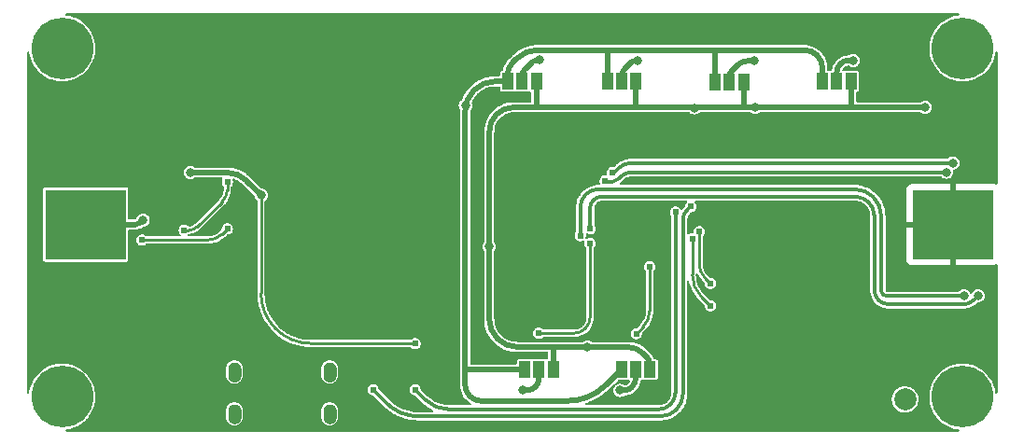
<source format=gbr>
%TF.GenerationSoftware,KiCad,Pcbnew,(6.0.6)*%
%TF.CreationDate,2022-06-29T12:08:49+02:00*%
%TF.ProjectId,LoRaMini,4c6f5261-4d69-46e6-992e-6b696361645f,rev?*%
%TF.SameCoordinates,Original*%
%TF.FileFunction,Copper,L2,Bot*%
%TF.FilePolarity,Positive*%
%FSLAX46Y46*%
G04 Gerber Fmt 4.6, Leading zero omitted, Abs format (unit mm)*
G04 Created by KiCad (PCBNEW (6.0.6)) date 2022-06-29 12:08:49*
%MOMM*%
%LPD*%
G01*
G04 APERTURE LIST*
%TA.AperFunction,EtchedComponent*%
%ADD10C,0.010000*%
%TD*%
%TA.AperFunction,ComponentPad*%
%ADD11C,2.000000*%
%TD*%
%TA.AperFunction,ComponentPad*%
%ADD12O,0.800000X1.600000*%
%TD*%
%TA.AperFunction,ComponentPad*%
%ADD13C,5.600000*%
%TD*%
%TA.AperFunction,SMDPad,CuDef*%
%ADD14R,1.000000X1.500000*%
%TD*%
%TA.AperFunction,SMDPad,CuDef*%
%ADD15R,7.340000X6.350000*%
%TD*%
%TA.AperFunction,ViaPad*%
%ADD16C,0.800000*%
%TD*%
%TA.AperFunction,ViaPad*%
%ADD17C,0.620000*%
%TD*%
%TA.AperFunction,Conductor*%
%ADD18C,0.500000*%
%TD*%
%TA.AperFunction,Conductor*%
%ADD19C,0.250000*%
%TD*%
%TA.AperFunction,Conductor*%
%ADD20C,0.350000*%
%TD*%
G04 APERTURE END LIST*
%TO.C,J3*%
G36*
X111406000Y-136730000D02*
G01*
X111434000Y-136732000D01*
X111463000Y-136736000D01*
X111491000Y-136741000D01*
X111519000Y-136748000D01*
X111547000Y-136756000D01*
X111574000Y-136766000D01*
X111601000Y-136777000D01*
X111627000Y-136789000D01*
X111652000Y-136803000D01*
X111677000Y-136818000D01*
X111700000Y-136834000D01*
X111723000Y-136852000D01*
X111745000Y-136870000D01*
X111766000Y-136890000D01*
X111786000Y-136911000D01*
X111804000Y-136933000D01*
X111822000Y-136956000D01*
X111838000Y-136979000D01*
X111853000Y-137004000D01*
X111867000Y-137029000D01*
X111879000Y-137055000D01*
X111890000Y-137082000D01*
X111900000Y-137109000D01*
X111908000Y-137137000D01*
X111915000Y-137165000D01*
X111920000Y-137193000D01*
X111924000Y-137222000D01*
X111926000Y-137250000D01*
X111927000Y-137279000D01*
X111927000Y-137879000D01*
X111926000Y-137908000D01*
X111924000Y-137936000D01*
X111920000Y-137965000D01*
X111915000Y-137993000D01*
X111908000Y-138021000D01*
X111900000Y-138049000D01*
X111890000Y-138076000D01*
X111879000Y-138103000D01*
X111867000Y-138129000D01*
X111853000Y-138154000D01*
X111838000Y-138179000D01*
X111822000Y-138202000D01*
X111804000Y-138225000D01*
X111786000Y-138247000D01*
X111766000Y-138268000D01*
X111745000Y-138288000D01*
X111723000Y-138306000D01*
X111700000Y-138324000D01*
X111677000Y-138340000D01*
X111652000Y-138355000D01*
X111627000Y-138369000D01*
X111601000Y-138381000D01*
X111574000Y-138392000D01*
X111547000Y-138402000D01*
X111519000Y-138410000D01*
X111491000Y-138417000D01*
X111463000Y-138422000D01*
X111434000Y-138426000D01*
X111406000Y-138428000D01*
X111377000Y-138429000D01*
X111348000Y-138428000D01*
X111320000Y-138426000D01*
X111291000Y-138422000D01*
X111263000Y-138417000D01*
X111235000Y-138410000D01*
X111207000Y-138402000D01*
X111180000Y-138392000D01*
X111153000Y-138381000D01*
X111127000Y-138369000D01*
X111102000Y-138355000D01*
X111077000Y-138340000D01*
X111054000Y-138324000D01*
X111031000Y-138306000D01*
X111009000Y-138288000D01*
X110988000Y-138268000D01*
X110968000Y-138247000D01*
X110950000Y-138225000D01*
X110932000Y-138202000D01*
X110916000Y-138179000D01*
X110901000Y-138154000D01*
X110887000Y-138129000D01*
X110875000Y-138103000D01*
X110864000Y-138076000D01*
X110854000Y-138049000D01*
X110846000Y-138021000D01*
X110839000Y-137993000D01*
X110834000Y-137965000D01*
X110830000Y-137936000D01*
X110828000Y-137908000D01*
X110827000Y-137879000D01*
X110827000Y-137279000D01*
X110828000Y-137250000D01*
X110830000Y-137222000D01*
X110834000Y-137193000D01*
X110839000Y-137165000D01*
X110846000Y-137137000D01*
X110854000Y-137109000D01*
X110864000Y-137082000D01*
X110875000Y-137055000D01*
X110887000Y-137029000D01*
X110901000Y-137004000D01*
X110916000Y-136979000D01*
X110932000Y-136956000D01*
X110950000Y-136933000D01*
X110968000Y-136911000D01*
X110988000Y-136890000D01*
X111009000Y-136870000D01*
X111031000Y-136852000D01*
X111054000Y-136834000D01*
X111077000Y-136818000D01*
X111102000Y-136803000D01*
X111127000Y-136789000D01*
X111153000Y-136777000D01*
X111180000Y-136766000D01*
X111207000Y-136756000D01*
X111235000Y-136748000D01*
X111263000Y-136741000D01*
X111291000Y-136736000D01*
X111320000Y-136732000D01*
X111348000Y-136730000D01*
X111377000Y-136729000D01*
X111406000Y-136730000D01*
G37*
D10*
X111406000Y-136730000D02*
X111434000Y-136732000D01*
X111463000Y-136736000D01*
X111491000Y-136741000D01*
X111519000Y-136748000D01*
X111547000Y-136756000D01*
X111574000Y-136766000D01*
X111601000Y-136777000D01*
X111627000Y-136789000D01*
X111652000Y-136803000D01*
X111677000Y-136818000D01*
X111700000Y-136834000D01*
X111723000Y-136852000D01*
X111745000Y-136870000D01*
X111766000Y-136890000D01*
X111786000Y-136911000D01*
X111804000Y-136933000D01*
X111822000Y-136956000D01*
X111838000Y-136979000D01*
X111853000Y-137004000D01*
X111867000Y-137029000D01*
X111879000Y-137055000D01*
X111890000Y-137082000D01*
X111900000Y-137109000D01*
X111908000Y-137137000D01*
X111915000Y-137165000D01*
X111920000Y-137193000D01*
X111924000Y-137222000D01*
X111926000Y-137250000D01*
X111927000Y-137279000D01*
X111927000Y-137879000D01*
X111926000Y-137908000D01*
X111924000Y-137936000D01*
X111920000Y-137965000D01*
X111915000Y-137993000D01*
X111908000Y-138021000D01*
X111900000Y-138049000D01*
X111890000Y-138076000D01*
X111879000Y-138103000D01*
X111867000Y-138129000D01*
X111853000Y-138154000D01*
X111838000Y-138179000D01*
X111822000Y-138202000D01*
X111804000Y-138225000D01*
X111786000Y-138247000D01*
X111766000Y-138268000D01*
X111745000Y-138288000D01*
X111723000Y-138306000D01*
X111700000Y-138324000D01*
X111677000Y-138340000D01*
X111652000Y-138355000D01*
X111627000Y-138369000D01*
X111601000Y-138381000D01*
X111574000Y-138392000D01*
X111547000Y-138402000D01*
X111519000Y-138410000D01*
X111491000Y-138417000D01*
X111463000Y-138422000D01*
X111434000Y-138426000D01*
X111406000Y-138428000D01*
X111377000Y-138429000D01*
X111348000Y-138428000D01*
X111320000Y-138426000D01*
X111291000Y-138422000D01*
X111263000Y-138417000D01*
X111235000Y-138410000D01*
X111207000Y-138402000D01*
X111180000Y-138392000D01*
X111153000Y-138381000D01*
X111127000Y-138369000D01*
X111102000Y-138355000D01*
X111077000Y-138340000D01*
X111054000Y-138324000D01*
X111031000Y-138306000D01*
X111009000Y-138288000D01*
X110988000Y-138268000D01*
X110968000Y-138247000D01*
X110950000Y-138225000D01*
X110932000Y-138202000D01*
X110916000Y-138179000D01*
X110901000Y-138154000D01*
X110887000Y-138129000D01*
X110875000Y-138103000D01*
X110864000Y-138076000D01*
X110854000Y-138049000D01*
X110846000Y-138021000D01*
X110839000Y-137993000D01*
X110834000Y-137965000D01*
X110830000Y-137936000D01*
X110828000Y-137908000D01*
X110827000Y-137879000D01*
X110827000Y-137279000D01*
X110828000Y-137250000D01*
X110830000Y-137222000D01*
X110834000Y-137193000D01*
X110839000Y-137165000D01*
X110846000Y-137137000D01*
X110854000Y-137109000D01*
X110864000Y-137082000D01*
X110875000Y-137055000D01*
X110887000Y-137029000D01*
X110901000Y-137004000D01*
X110916000Y-136979000D01*
X110932000Y-136956000D01*
X110950000Y-136933000D01*
X110968000Y-136911000D01*
X110988000Y-136890000D01*
X111009000Y-136870000D01*
X111031000Y-136852000D01*
X111054000Y-136834000D01*
X111077000Y-136818000D01*
X111102000Y-136803000D01*
X111127000Y-136789000D01*
X111153000Y-136777000D01*
X111180000Y-136766000D01*
X111207000Y-136756000D01*
X111235000Y-136748000D01*
X111263000Y-136741000D01*
X111291000Y-136736000D01*
X111320000Y-136732000D01*
X111348000Y-136730000D01*
X111377000Y-136729000D01*
X111406000Y-136730000D01*
G36*
X120046000Y-132930000D02*
G01*
X120074000Y-132932000D01*
X120103000Y-132936000D01*
X120131000Y-132941000D01*
X120159000Y-132948000D01*
X120187000Y-132956000D01*
X120214000Y-132966000D01*
X120241000Y-132977000D01*
X120267000Y-132989000D01*
X120292000Y-133003000D01*
X120317000Y-133018000D01*
X120340000Y-133034000D01*
X120363000Y-133052000D01*
X120385000Y-133070000D01*
X120406000Y-133090000D01*
X120426000Y-133111000D01*
X120444000Y-133133000D01*
X120462000Y-133156000D01*
X120478000Y-133179000D01*
X120493000Y-133204000D01*
X120507000Y-133229000D01*
X120519000Y-133255000D01*
X120530000Y-133282000D01*
X120540000Y-133309000D01*
X120548000Y-133337000D01*
X120555000Y-133365000D01*
X120560000Y-133393000D01*
X120564000Y-133422000D01*
X120566000Y-133450000D01*
X120567000Y-133479000D01*
X120567000Y-134079000D01*
X120566000Y-134108000D01*
X120564000Y-134136000D01*
X120560000Y-134165000D01*
X120555000Y-134193000D01*
X120548000Y-134221000D01*
X120540000Y-134249000D01*
X120530000Y-134276000D01*
X120519000Y-134303000D01*
X120507000Y-134329000D01*
X120493000Y-134354000D01*
X120478000Y-134379000D01*
X120462000Y-134402000D01*
X120444000Y-134425000D01*
X120426000Y-134447000D01*
X120406000Y-134468000D01*
X120385000Y-134488000D01*
X120363000Y-134506000D01*
X120340000Y-134524000D01*
X120317000Y-134540000D01*
X120292000Y-134555000D01*
X120267000Y-134569000D01*
X120241000Y-134581000D01*
X120214000Y-134592000D01*
X120187000Y-134602000D01*
X120159000Y-134610000D01*
X120131000Y-134617000D01*
X120103000Y-134622000D01*
X120074000Y-134626000D01*
X120046000Y-134628000D01*
X120017000Y-134629000D01*
X119988000Y-134628000D01*
X119960000Y-134626000D01*
X119931000Y-134622000D01*
X119903000Y-134617000D01*
X119875000Y-134610000D01*
X119847000Y-134602000D01*
X119820000Y-134592000D01*
X119793000Y-134581000D01*
X119767000Y-134569000D01*
X119742000Y-134555000D01*
X119717000Y-134540000D01*
X119694000Y-134524000D01*
X119671000Y-134506000D01*
X119649000Y-134488000D01*
X119628000Y-134468000D01*
X119608000Y-134447000D01*
X119590000Y-134425000D01*
X119572000Y-134402000D01*
X119556000Y-134379000D01*
X119541000Y-134354000D01*
X119527000Y-134329000D01*
X119515000Y-134303000D01*
X119504000Y-134276000D01*
X119494000Y-134249000D01*
X119486000Y-134221000D01*
X119479000Y-134193000D01*
X119474000Y-134165000D01*
X119470000Y-134136000D01*
X119468000Y-134108000D01*
X119467000Y-134079000D01*
X119467000Y-133479000D01*
X119468000Y-133450000D01*
X119470000Y-133422000D01*
X119474000Y-133393000D01*
X119479000Y-133365000D01*
X119486000Y-133337000D01*
X119494000Y-133309000D01*
X119504000Y-133282000D01*
X119515000Y-133255000D01*
X119527000Y-133229000D01*
X119541000Y-133204000D01*
X119556000Y-133179000D01*
X119572000Y-133156000D01*
X119590000Y-133133000D01*
X119608000Y-133111000D01*
X119628000Y-133090000D01*
X119649000Y-133070000D01*
X119671000Y-133052000D01*
X119694000Y-133034000D01*
X119717000Y-133018000D01*
X119742000Y-133003000D01*
X119767000Y-132989000D01*
X119793000Y-132977000D01*
X119820000Y-132966000D01*
X119847000Y-132956000D01*
X119875000Y-132948000D01*
X119903000Y-132941000D01*
X119931000Y-132936000D01*
X119960000Y-132932000D01*
X119988000Y-132930000D01*
X120017000Y-132929000D01*
X120046000Y-132930000D01*
G37*
X120046000Y-132930000D02*
X120074000Y-132932000D01*
X120103000Y-132936000D01*
X120131000Y-132941000D01*
X120159000Y-132948000D01*
X120187000Y-132956000D01*
X120214000Y-132966000D01*
X120241000Y-132977000D01*
X120267000Y-132989000D01*
X120292000Y-133003000D01*
X120317000Y-133018000D01*
X120340000Y-133034000D01*
X120363000Y-133052000D01*
X120385000Y-133070000D01*
X120406000Y-133090000D01*
X120426000Y-133111000D01*
X120444000Y-133133000D01*
X120462000Y-133156000D01*
X120478000Y-133179000D01*
X120493000Y-133204000D01*
X120507000Y-133229000D01*
X120519000Y-133255000D01*
X120530000Y-133282000D01*
X120540000Y-133309000D01*
X120548000Y-133337000D01*
X120555000Y-133365000D01*
X120560000Y-133393000D01*
X120564000Y-133422000D01*
X120566000Y-133450000D01*
X120567000Y-133479000D01*
X120567000Y-134079000D01*
X120566000Y-134108000D01*
X120564000Y-134136000D01*
X120560000Y-134165000D01*
X120555000Y-134193000D01*
X120548000Y-134221000D01*
X120540000Y-134249000D01*
X120530000Y-134276000D01*
X120519000Y-134303000D01*
X120507000Y-134329000D01*
X120493000Y-134354000D01*
X120478000Y-134379000D01*
X120462000Y-134402000D01*
X120444000Y-134425000D01*
X120426000Y-134447000D01*
X120406000Y-134468000D01*
X120385000Y-134488000D01*
X120363000Y-134506000D01*
X120340000Y-134524000D01*
X120317000Y-134540000D01*
X120292000Y-134555000D01*
X120267000Y-134569000D01*
X120241000Y-134581000D01*
X120214000Y-134592000D01*
X120187000Y-134602000D01*
X120159000Y-134610000D01*
X120131000Y-134617000D01*
X120103000Y-134622000D01*
X120074000Y-134626000D01*
X120046000Y-134628000D01*
X120017000Y-134629000D01*
X119988000Y-134628000D01*
X119960000Y-134626000D01*
X119931000Y-134622000D01*
X119903000Y-134617000D01*
X119875000Y-134610000D01*
X119847000Y-134602000D01*
X119820000Y-134592000D01*
X119793000Y-134581000D01*
X119767000Y-134569000D01*
X119742000Y-134555000D01*
X119717000Y-134540000D01*
X119694000Y-134524000D01*
X119671000Y-134506000D01*
X119649000Y-134488000D01*
X119628000Y-134468000D01*
X119608000Y-134447000D01*
X119590000Y-134425000D01*
X119572000Y-134402000D01*
X119556000Y-134379000D01*
X119541000Y-134354000D01*
X119527000Y-134329000D01*
X119515000Y-134303000D01*
X119504000Y-134276000D01*
X119494000Y-134249000D01*
X119486000Y-134221000D01*
X119479000Y-134193000D01*
X119474000Y-134165000D01*
X119470000Y-134136000D01*
X119468000Y-134108000D01*
X119467000Y-134079000D01*
X119467000Y-133479000D01*
X119468000Y-133450000D01*
X119470000Y-133422000D01*
X119474000Y-133393000D01*
X119479000Y-133365000D01*
X119486000Y-133337000D01*
X119494000Y-133309000D01*
X119504000Y-133282000D01*
X119515000Y-133255000D01*
X119527000Y-133229000D01*
X119541000Y-133204000D01*
X119556000Y-133179000D01*
X119572000Y-133156000D01*
X119590000Y-133133000D01*
X119608000Y-133111000D01*
X119628000Y-133090000D01*
X119649000Y-133070000D01*
X119671000Y-133052000D01*
X119694000Y-133034000D01*
X119717000Y-133018000D01*
X119742000Y-133003000D01*
X119767000Y-132989000D01*
X119793000Y-132977000D01*
X119820000Y-132966000D01*
X119847000Y-132956000D01*
X119875000Y-132948000D01*
X119903000Y-132941000D01*
X119931000Y-132936000D01*
X119960000Y-132932000D01*
X119988000Y-132930000D01*
X120017000Y-132929000D01*
X120046000Y-132930000D01*
G36*
X120046000Y-136730000D02*
G01*
X120074000Y-136732000D01*
X120103000Y-136736000D01*
X120131000Y-136741000D01*
X120159000Y-136748000D01*
X120187000Y-136756000D01*
X120214000Y-136766000D01*
X120241000Y-136777000D01*
X120267000Y-136789000D01*
X120292000Y-136803000D01*
X120317000Y-136818000D01*
X120340000Y-136834000D01*
X120363000Y-136852000D01*
X120385000Y-136870000D01*
X120406000Y-136890000D01*
X120426000Y-136911000D01*
X120444000Y-136933000D01*
X120462000Y-136956000D01*
X120478000Y-136979000D01*
X120493000Y-137004000D01*
X120507000Y-137029000D01*
X120519000Y-137055000D01*
X120530000Y-137082000D01*
X120540000Y-137109000D01*
X120548000Y-137137000D01*
X120555000Y-137165000D01*
X120560000Y-137193000D01*
X120564000Y-137222000D01*
X120566000Y-137250000D01*
X120567000Y-137279000D01*
X120567000Y-137879000D01*
X120566000Y-137908000D01*
X120564000Y-137936000D01*
X120560000Y-137965000D01*
X120555000Y-137993000D01*
X120548000Y-138021000D01*
X120540000Y-138049000D01*
X120530000Y-138076000D01*
X120519000Y-138103000D01*
X120507000Y-138129000D01*
X120493000Y-138154000D01*
X120478000Y-138179000D01*
X120462000Y-138202000D01*
X120444000Y-138225000D01*
X120426000Y-138247000D01*
X120406000Y-138268000D01*
X120385000Y-138288000D01*
X120363000Y-138306000D01*
X120340000Y-138324000D01*
X120317000Y-138340000D01*
X120292000Y-138355000D01*
X120267000Y-138369000D01*
X120241000Y-138381000D01*
X120214000Y-138392000D01*
X120187000Y-138402000D01*
X120159000Y-138410000D01*
X120131000Y-138417000D01*
X120103000Y-138422000D01*
X120074000Y-138426000D01*
X120046000Y-138428000D01*
X120017000Y-138429000D01*
X119988000Y-138428000D01*
X119960000Y-138426000D01*
X119931000Y-138422000D01*
X119903000Y-138417000D01*
X119875000Y-138410000D01*
X119847000Y-138402000D01*
X119820000Y-138392000D01*
X119793000Y-138381000D01*
X119767000Y-138369000D01*
X119742000Y-138355000D01*
X119717000Y-138340000D01*
X119694000Y-138324000D01*
X119671000Y-138306000D01*
X119649000Y-138288000D01*
X119628000Y-138268000D01*
X119608000Y-138247000D01*
X119590000Y-138225000D01*
X119572000Y-138202000D01*
X119556000Y-138179000D01*
X119541000Y-138154000D01*
X119527000Y-138129000D01*
X119515000Y-138103000D01*
X119504000Y-138076000D01*
X119494000Y-138049000D01*
X119486000Y-138021000D01*
X119479000Y-137993000D01*
X119474000Y-137965000D01*
X119470000Y-137936000D01*
X119468000Y-137908000D01*
X119467000Y-137879000D01*
X119467000Y-137279000D01*
X119468000Y-137250000D01*
X119470000Y-137222000D01*
X119474000Y-137193000D01*
X119479000Y-137165000D01*
X119486000Y-137137000D01*
X119494000Y-137109000D01*
X119504000Y-137082000D01*
X119515000Y-137055000D01*
X119527000Y-137029000D01*
X119541000Y-137004000D01*
X119556000Y-136979000D01*
X119572000Y-136956000D01*
X119590000Y-136933000D01*
X119608000Y-136911000D01*
X119628000Y-136890000D01*
X119649000Y-136870000D01*
X119671000Y-136852000D01*
X119694000Y-136834000D01*
X119717000Y-136818000D01*
X119742000Y-136803000D01*
X119767000Y-136789000D01*
X119793000Y-136777000D01*
X119820000Y-136766000D01*
X119847000Y-136756000D01*
X119875000Y-136748000D01*
X119903000Y-136741000D01*
X119931000Y-136736000D01*
X119960000Y-136732000D01*
X119988000Y-136730000D01*
X120017000Y-136729000D01*
X120046000Y-136730000D01*
G37*
X120046000Y-136730000D02*
X120074000Y-136732000D01*
X120103000Y-136736000D01*
X120131000Y-136741000D01*
X120159000Y-136748000D01*
X120187000Y-136756000D01*
X120214000Y-136766000D01*
X120241000Y-136777000D01*
X120267000Y-136789000D01*
X120292000Y-136803000D01*
X120317000Y-136818000D01*
X120340000Y-136834000D01*
X120363000Y-136852000D01*
X120385000Y-136870000D01*
X120406000Y-136890000D01*
X120426000Y-136911000D01*
X120444000Y-136933000D01*
X120462000Y-136956000D01*
X120478000Y-136979000D01*
X120493000Y-137004000D01*
X120507000Y-137029000D01*
X120519000Y-137055000D01*
X120530000Y-137082000D01*
X120540000Y-137109000D01*
X120548000Y-137137000D01*
X120555000Y-137165000D01*
X120560000Y-137193000D01*
X120564000Y-137222000D01*
X120566000Y-137250000D01*
X120567000Y-137279000D01*
X120567000Y-137879000D01*
X120566000Y-137908000D01*
X120564000Y-137936000D01*
X120560000Y-137965000D01*
X120555000Y-137993000D01*
X120548000Y-138021000D01*
X120540000Y-138049000D01*
X120530000Y-138076000D01*
X120519000Y-138103000D01*
X120507000Y-138129000D01*
X120493000Y-138154000D01*
X120478000Y-138179000D01*
X120462000Y-138202000D01*
X120444000Y-138225000D01*
X120426000Y-138247000D01*
X120406000Y-138268000D01*
X120385000Y-138288000D01*
X120363000Y-138306000D01*
X120340000Y-138324000D01*
X120317000Y-138340000D01*
X120292000Y-138355000D01*
X120267000Y-138369000D01*
X120241000Y-138381000D01*
X120214000Y-138392000D01*
X120187000Y-138402000D01*
X120159000Y-138410000D01*
X120131000Y-138417000D01*
X120103000Y-138422000D01*
X120074000Y-138426000D01*
X120046000Y-138428000D01*
X120017000Y-138429000D01*
X119988000Y-138428000D01*
X119960000Y-138426000D01*
X119931000Y-138422000D01*
X119903000Y-138417000D01*
X119875000Y-138410000D01*
X119847000Y-138402000D01*
X119820000Y-138392000D01*
X119793000Y-138381000D01*
X119767000Y-138369000D01*
X119742000Y-138355000D01*
X119717000Y-138340000D01*
X119694000Y-138324000D01*
X119671000Y-138306000D01*
X119649000Y-138288000D01*
X119628000Y-138268000D01*
X119608000Y-138247000D01*
X119590000Y-138225000D01*
X119572000Y-138202000D01*
X119556000Y-138179000D01*
X119541000Y-138154000D01*
X119527000Y-138129000D01*
X119515000Y-138103000D01*
X119504000Y-138076000D01*
X119494000Y-138049000D01*
X119486000Y-138021000D01*
X119479000Y-137993000D01*
X119474000Y-137965000D01*
X119470000Y-137936000D01*
X119468000Y-137908000D01*
X119467000Y-137879000D01*
X119467000Y-137279000D01*
X119468000Y-137250000D01*
X119470000Y-137222000D01*
X119474000Y-137193000D01*
X119479000Y-137165000D01*
X119486000Y-137137000D01*
X119494000Y-137109000D01*
X119504000Y-137082000D01*
X119515000Y-137055000D01*
X119527000Y-137029000D01*
X119541000Y-137004000D01*
X119556000Y-136979000D01*
X119572000Y-136956000D01*
X119590000Y-136933000D01*
X119608000Y-136911000D01*
X119628000Y-136890000D01*
X119649000Y-136870000D01*
X119671000Y-136852000D01*
X119694000Y-136834000D01*
X119717000Y-136818000D01*
X119742000Y-136803000D01*
X119767000Y-136789000D01*
X119793000Y-136777000D01*
X119820000Y-136766000D01*
X119847000Y-136756000D01*
X119875000Y-136748000D01*
X119903000Y-136741000D01*
X119931000Y-136736000D01*
X119960000Y-136732000D01*
X119988000Y-136730000D01*
X120017000Y-136729000D01*
X120046000Y-136730000D01*
G36*
X111406000Y-132930000D02*
G01*
X111434000Y-132932000D01*
X111463000Y-132936000D01*
X111491000Y-132941000D01*
X111519000Y-132948000D01*
X111547000Y-132956000D01*
X111574000Y-132966000D01*
X111601000Y-132977000D01*
X111627000Y-132989000D01*
X111652000Y-133003000D01*
X111677000Y-133018000D01*
X111700000Y-133034000D01*
X111723000Y-133052000D01*
X111745000Y-133070000D01*
X111766000Y-133090000D01*
X111786000Y-133111000D01*
X111804000Y-133133000D01*
X111822000Y-133156000D01*
X111838000Y-133179000D01*
X111853000Y-133204000D01*
X111867000Y-133229000D01*
X111879000Y-133255000D01*
X111890000Y-133282000D01*
X111900000Y-133309000D01*
X111908000Y-133337000D01*
X111915000Y-133365000D01*
X111920000Y-133393000D01*
X111924000Y-133422000D01*
X111926000Y-133450000D01*
X111927000Y-133479000D01*
X111927000Y-134079000D01*
X111926000Y-134108000D01*
X111924000Y-134136000D01*
X111920000Y-134165000D01*
X111915000Y-134193000D01*
X111908000Y-134221000D01*
X111900000Y-134249000D01*
X111890000Y-134276000D01*
X111879000Y-134303000D01*
X111867000Y-134329000D01*
X111853000Y-134354000D01*
X111838000Y-134379000D01*
X111822000Y-134402000D01*
X111804000Y-134425000D01*
X111786000Y-134447000D01*
X111766000Y-134468000D01*
X111745000Y-134488000D01*
X111723000Y-134506000D01*
X111700000Y-134524000D01*
X111677000Y-134540000D01*
X111652000Y-134555000D01*
X111627000Y-134569000D01*
X111601000Y-134581000D01*
X111574000Y-134592000D01*
X111547000Y-134602000D01*
X111519000Y-134610000D01*
X111491000Y-134617000D01*
X111463000Y-134622000D01*
X111434000Y-134626000D01*
X111406000Y-134628000D01*
X111377000Y-134629000D01*
X111348000Y-134628000D01*
X111320000Y-134626000D01*
X111291000Y-134622000D01*
X111263000Y-134617000D01*
X111235000Y-134610000D01*
X111207000Y-134602000D01*
X111180000Y-134592000D01*
X111153000Y-134581000D01*
X111127000Y-134569000D01*
X111102000Y-134555000D01*
X111077000Y-134540000D01*
X111054000Y-134524000D01*
X111031000Y-134506000D01*
X111009000Y-134488000D01*
X110988000Y-134468000D01*
X110968000Y-134447000D01*
X110950000Y-134425000D01*
X110932000Y-134402000D01*
X110916000Y-134379000D01*
X110901000Y-134354000D01*
X110887000Y-134329000D01*
X110875000Y-134303000D01*
X110864000Y-134276000D01*
X110854000Y-134249000D01*
X110846000Y-134221000D01*
X110839000Y-134193000D01*
X110834000Y-134165000D01*
X110830000Y-134136000D01*
X110828000Y-134108000D01*
X110827000Y-134079000D01*
X110827000Y-133479000D01*
X110828000Y-133450000D01*
X110830000Y-133422000D01*
X110834000Y-133393000D01*
X110839000Y-133365000D01*
X110846000Y-133337000D01*
X110854000Y-133309000D01*
X110864000Y-133282000D01*
X110875000Y-133255000D01*
X110887000Y-133229000D01*
X110901000Y-133204000D01*
X110916000Y-133179000D01*
X110932000Y-133156000D01*
X110950000Y-133133000D01*
X110968000Y-133111000D01*
X110988000Y-133090000D01*
X111009000Y-133070000D01*
X111031000Y-133052000D01*
X111054000Y-133034000D01*
X111077000Y-133018000D01*
X111102000Y-133003000D01*
X111127000Y-132989000D01*
X111153000Y-132977000D01*
X111180000Y-132966000D01*
X111207000Y-132956000D01*
X111235000Y-132948000D01*
X111263000Y-132941000D01*
X111291000Y-132936000D01*
X111320000Y-132932000D01*
X111348000Y-132930000D01*
X111377000Y-132929000D01*
X111406000Y-132930000D01*
G37*
X111406000Y-132930000D02*
X111434000Y-132932000D01*
X111463000Y-132936000D01*
X111491000Y-132941000D01*
X111519000Y-132948000D01*
X111547000Y-132956000D01*
X111574000Y-132966000D01*
X111601000Y-132977000D01*
X111627000Y-132989000D01*
X111652000Y-133003000D01*
X111677000Y-133018000D01*
X111700000Y-133034000D01*
X111723000Y-133052000D01*
X111745000Y-133070000D01*
X111766000Y-133090000D01*
X111786000Y-133111000D01*
X111804000Y-133133000D01*
X111822000Y-133156000D01*
X111838000Y-133179000D01*
X111853000Y-133204000D01*
X111867000Y-133229000D01*
X111879000Y-133255000D01*
X111890000Y-133282000D01*
X111900000Y-133309000D01*
X111908000Y-133337000D01*
X111915000Y-133365000D01*
X111920000Y-133393000D01*
X111924000Y-133422000D01*
X111926000Y-133450000D01*
X111927000Y-133479000D01*
X111927000Y-134079000D01*
X111926000Y-134108000D01*
X111924000Y-134136000D01*
X111920000Y-134165000D01*
X111915000Y-134193000D01*
X111908000Y-134221000D01*
X111900000Y-134249000D01*
X111890000Y-134276000D01*
X111879000Y-134303000D01*
X111867000Y-134329000D01*
X111853000Y-134354000D01*
X111838000Y-134379000D01*
X111822000Y-134402000D01*
X111804000Y-134425000D01*
X111786000Y-134447000D01*
X111766000Y-134468000D01*
X111745000Y-134488000D01*
X111723000Y-134506000D01*
X111700000Y-134524000D01*
X111677000Y-134540000D01*
X111652000Y-134555000D01*
X111627000Y-134569000D01*
X111601000Y-134581000D01*
X111574000Y-134592000D01*
X111547000Y-134602000D01*
X111519000Y-134610000D01*
X111491000Y-134617000D01*
X111463000Y-134622000D01*
X111434000Y-134626000D01*
X111406000Y-134628000D01*
X111377000Y-134629000D01*
X111348000Y-134628000D01*
X111320000Y-134626000D01*
X111291000Y-134622000D01*
X111263000Y-134617000D01*
X111235000Y-134610000D01*
X111207000Y-134602000D01*
X111180000Y-134592000D01*
X111153000Y-134581000D01*
X111127000Y-134569000D01*
X111102000Y-134555000D01*
X111077000Y-134540000D01*
X111054000Y-134524000D01*
X111031000Y-134506000D01*
X111009000Y-134488000D01*
X110988000Y-134468000D01*
X110968000Y-134447000D01*
X110950000Y-134425000D01*
X110932000Y-134402000D01*
X110916000Y-134379000D01*
X110901000Y-134354000D01*
X110887000Y-134329000D01*
X110875000Y-134303000D01*
X110864000Y-134276000D01*
X110854000Y-134249000D01*
X110846000Y-134221000D01*
X110839000Y-134193000D01*
X110834000Y-134165000D01*
X110830000Y-134136000D01*
X110828000Y-134108000D01*
X110827000Y-134079000D01*
X110827000Y-133479000D01*
X110828000Y-133450000D01*
X110830000Y-133422000D01*
X110834000Y-133393000D01*
X110839000Y-133365000D01*
X110846000Y-133337000D01*
X110854000Y-133309000D01*
X110864000Y-133282000D01*
X110875000Y-133255000D01*
X110887000Y-133229000D01*
X110901000Y-133204000D01*
X110916000Y-133179000D01*
X110932000Y-133156000D01*
X110950000Y-133133000D01*
X110968000Y-133111000D01*
X110988000Y-133090000D01*
X111009000Y-133070000D01*
X111031000Y-133052000D01*
X111054000Y-133034000D01*
X111077000Y-133018000D01*
X111102000Y-133003000D01*
X111127000Y-132989000D01*
X111153000Y-132977000D01*
X111180000Y-132966000D01*
X111207000Y-132956000D01*
X111235000Y-132948000D01*
X111263000Y-132941000D01*
X111291000Y-132936000D01*
X111320000Y-132932000D01*
X111348000Y-132930000D01*
X111377000Y-132929000D01*
X111406000Y-132930000D01*
%TD*%
D11*
%TO.P,J2,1,Pin_1*%
%TO.N,Net-(ANT1-Pad1)*%
X172212000Y-136271000D03*
%TD*%
D12*
%TO.P,J3,S1,SHIELD*%
%TO.N,unconnected-(J3-PadS1)*%
X111377000Y-133779000D03*
%TO.P,J3,S2,SHIELD*%
%TO.N,unconnected-(J3-PadS2)*%
X120017000Y-133779000D03*
%TO.P,J3,S3,SHIELD*%
%TO.N,unconnected-(J3-PadS3)*%
X111377000Y-137579000D03*
%TO.P,J3,S4,SHIELD*%
%TO.N,unconnected-(J3-PadS4)*%
X120017000Y-137579000D03*
%TD*%
D13*
%TO.P,REF\u002A\u002A,1*%
%TO.N,N/C*%
X177419000Y-104394000D03*
%TD*%
%TO.P,REF\u002A\u002A,1*%
%TO.N,N/C*%
X95758000Y-136017000D03*
%TD*%
%TO.P,REF\u002A\u002A,1*%
%TO.N,N/C*%
X95758000Y-104394000D03*
%TD*%
%TO.P,REF\u002A\u002A,1*%
%TO.N,N/C*%
X177419000Y-136017000D03*
%TD*%
D14*
%TO.P,LPB8,1,A*%
%TO.N,+3V3*%
X140301500Y-133553200D03*
%TO.P,LPB8,2,C*%
%TO.N,Net-(JP2-Pad3)*%
X139001500Y-133553200D03*
%TO.P,LPB8,3,B*%
%TO.N,VBUS*%
X137701500Y-133553200D03*
%TD*%
%TO.P,LPB3,1,A*%
%TO.N,+3V3*%
X138764800Y-107400000D03*
%TO.P,LPB3,2,C*%
%TO.N,Net-(JP4-Pad3)*%
X137464800Y-107400000D03*
%TO.P,LPB3,3,B*%
%TO.N,VBUS*%
X136164800Y-107400000D03*
%TD*%
%TO.P,LPA0,1,A*%
%TO.N,+3V3*%
X149077200Y-133553200D03*
%TO.P,LPA0,2,C*%
%TO.N,Net-(JP5-Pad3)*%
X147777200Y-133553200D03*
%TO.P,LPA0,3,B*%
%TO.N,VBUS*%
X146477200Y-133553200D03*
%TD*%
D15*
%TO.P,BT1,1,+*%
%TO.N,+BATT*%
X97880800Y-120396000D03*
%TO.P,BT1,2,-*%
%TO.N,GND*%
X176540800Y-120396000D03*
%TD*%
D14*
%TO.P,LPA15,1,A*%
%TO.N,+3V3*%
X147800000Y-107407500D03*
%TO.P,LPA15,2,C*%
%TO.N,Net-(JP3-Pad3)*%
X146500000Y-107407500D03*
%TO.P,LPA15,3,B*%
%TO.N,VBUS*%
X145200000Y-107407500D03*
%TD*%
%TO.P,JP6,1,A*%
%TO.N,+3V3*%
X157560800Y-107507500D03*
%TO.P,JP6,2,C*%
%TO.N,Net-(I2C1-Pad1)*%
X156260800Y-107507500D03*
%TO.P,JP6,3,B*%
%TO.N,VBUS*%
X154960800Y-107507500D03*
%TD*%
%TO.P,LPA8,1,A*%
%TO.N,+3V3*%
X167314400Y-107400000D03*
%TO.P,LPA8,2,C*%
%TO.N,Net-(JP1-Pad3)*%
X166014400Y-107400000D03*
%TO.P,LPA8,3,B*%
%TO.N,VBUS*%
X164714400Y-107400000D03*
%TD*%
D16*
%TO.N,+BATT*%
X103100000Y-120000000D03*
X113792000Y-117729000D03*
X107391200Y-115671600D03*
D17*
X127762000Y-131191000D03*
D16*
%TO.N,GND*%
X138023600Y-122936000D03*
X131090800Y-127457200D03*
X164439600Y-126214000D03*
X146431000Y-119126000D03*
X164439600Y-124714000D03*
X131090800Y-125957200D03*
X138023600Y-116078000D03*
X133400800Y-127457200D03*
X128090800Y-125957200D03*
X133400000Y-126000000D03*
X162939600Y-123214000D03*
X129590800Y-125957200D03*
X165939600Y-126214000D03*
X146431000Y-121158000D03*
X162939600Y-126214000D03*
X164439600Y-123214000D03*
X128090800Y-127457200D03*
X148463000Y-119126000D03*
D17*
X111252000Y-118684000D03*
D16*
X165939600Y-123214000D03*
X148463000Y-121158000D03*
X162939600Y-124714000D03*
X133400800Y-128981200D03*
X165939600Y-124714000D03*
X129590800Y-128957200D03*
X131090800Y-128957200D03*
X128090800Y-128957200D03*
X129590800Y-127457200D03*
%TO.N,+3V3*%
X174050000Y-109750000D03*
X134467600Y-122377200D03*
X143400000Y-131500000D03*
X153100000Y-109800000D03*
X158600000Y-109750000D03*
%TO.N,SWDIO*%
X176530000Y-114808000D03*
D17*
X145672359Y-115674959D03*
D16*
%TO.N,SWCLK*%
X175975577Y-115639637D03*
D17*
X145013398Y-116442702D03*
D16*
%TO.N,TX*%
X178816000Y-126873000D03*
D17*
X143637000Y-120757500D03*
%TO.N,RX*%
X142748000Y-121412000D03*
D16*
X177546000Y-126833345D03*
D17*
%TO.N,Net-(R11-Pad1)*%
X102997000Y-121793000D03*
X110744000Y-120777000D03*
%TO.N,ADC_Sol*%
X123952000Y-135382000D03*
X152781000Y-118745000D03*
%TO.N,ADC_Batt*%
X151384000Y-119253000D03*
X127762000Y-135382000D03*
%TO.N,PB8*%
X143637000Y-122116497D03*
X138988800Y-130251200D03*
%TO.N,PA0*%
X147828000Y-130302000D03*
X149056272Y-124234388D03*
%TO.N,RST*%
X154559000Y-127762000D03*
X152908000Y-121666000D03*
%TO.N,CS*%
X153543000Y-121031000D03*
X154559000Y-125730000D03*
%TO.N,Net-(Q1-Pad1)*%
X106832400Y-120904000D03*
X110744000Y-116535200D03*
D16*
%TO.N,Net-(JP1-Pad3)*%
X167500000Y-105500000D03*
%TO.N,Net-(JP2-Pad3)*%
X137515600Y-135432800D03*
%TO.N,Net-(JP3-Pad3)*%
X147950000Y-105500000D03*
%TO.N,Net-(JP4-Pad3)*%
X139090400Y-105460800D03*
%TO.N,Net-(JP5-Pad3)*%
X146350000Y-135450000D03*
%TO.N,Net-(I2C1-Pad1)*%
X158500000Y-105550000D03*
%TO.N,VBUS*%
X132334000Y-109575600D03*
%TD*%
D18*
%TO.N,+BATT*%
X102902000Y-120198000D02*
X103100000Y-120000000D01*
X102423985Y-120396000D02*
X97880800Y-120396000D01*
D19*
X127762000Y-131191000D02*
X118344853Y-131191000D01*
D18*
X107391200Y-115671600D02*
X110683984Y-115671600D01*
D19*
X113792000Y-117729000D02*
X113792000Y-126638146D01*
D18*
X112477497Y-116414497D02*
X113792000Y-117729000D01*
D19*
X115125514Y-129857486D02*
G75*
G03*
X118344853Y-131191000I3219386J3219386D01*
G01*
D18*
X102423985Y-120395994D02*
G75*
G03*
X102902000Y-120198000I15J675994D01*
G01*
D19*
X115125514Y-129857486D02*
G75*
G02*
X113792000Y-126638146I3219386J3219386D01*
G01*
D18*
X110683984Y-115671608D02*
G75*
G02*
X112477497Y-116414497I16J-2536392D01*
G01*
%TO.N,+3V3*%
X170997703Y-109750000D02*
X171036748Y-109750000D01*
X160841016Y-109750000D02*
X160685729Y-109750000D01*
X169573286Y-109750000D02*
X169367716Y-109750000D01*
X166138439Y-109750000D02*
X166113524Y-109750000D01*
X157560800Y-109731563D02*
X157560800Y-107507500D01*
X173378642Y-109750000D02*
X173344213Y-109750000D01*
X138775109Y-109750000D02*
X136719238Y-109750000D01*
X166163354Y-109750000D02*
X166138439Y-109750000D01*
X137010129Y-131500000D02*
X140324960Y-131500000D01*
X138764800Y-109689909D02*
X138764800Y-107400000D01*
X171464240Y-109750000D02*
X171382034Y-109750000D01*
X169778856Y-109750000D02*
X169573286Y-109750000D01*
X171480704Y-109750000D02*
X171472472Y-109750000D01*
X174032785Y-109750000D02*
X174050000Y-109750000D01*
X165560105Y-109750000D02*
X165495136Y-109750000D01*
X168611287Y-109750000D02*
X168335858Y-109750000D01*
X159787240Y-109750000D02*
X160375155Y-109750000D01*
X158496542Y-109750000D02*
X158339658Y-109750000D01*
X168335858Y-109750000D02*
X168300929Y-109750000D01*
X171937007Y-109750000D02*
X171756132Y-109750000D01*
X170997703Y-109750000D02*
X170903150Y-109750000D01*
X140301500Y-131636739D02*
X140301500Y-133553200D01*
X140324960Y-131500000D02*
X140438239Y-131500000D01*
X167230142Y-109750000D02*
X167090426Y-109750000D01*
X148777025Y-132404003D02*
X148475111Y-132102089D01*
X147021539Y-131500000D02*
X140438239Y-131500000D01*
X147800000Y-109664644D02*
X147800000Y-107407500D01*
X168095359Y-109750000D02*
X168060430Y-109750000D01*
X158653426Y-109750000D02*
X159034932Y-109750000D01*
X163997492Y-109750000D02*
X163642932Y-109750000D01*
X173344213Y-109750000D02*
X173309784Y-109750000D01*
X163432743Y-109750000D02*
X162657805Y-109750000D01*
X157684804Y-109750000D02*
X157600025Y-109750000D01*
X164339314Y-109750000D02*
X164450778Y-109750000D01*
X164739522Y-109750000D02*
X164450778Y-109750000D01*
X159397426Y-109750000D02*
X159388320Y-109750000D01*
X171209391Y-109750000D02*
X171036748Y-109750000D01*
X165093870Y-109750000D02*
X164739522Y-109750000D01*
X173567999Y-109750000D02*
X173430285Y-109750000D01*
X171472472Y-109750000D02*
X171464240Y-109750000D01*
X158653426Y-109750000D02*
X158496542Y-109750000D01*
X170674999Y-109750000D02*
X170313249Y-109750000D01*
X138775109Y-109750000D02*
X138824890Y-109750000D01*
X166950709Y-109750000D02*
X166939612Y-109750000D01*
X173843427Y-109750000D02*
X173705713Y-109750000D01*
X158017582Y-109750000D02*
X157880509Y-109750000D01*
X161117559Y-109750000D02*
X161313264Y-109750000D01*
X167509574Y-109750000D02*
X167369858Y-109750000D01*
X158300836Y-109750000D02*
X158066309Y-109750000D01*
X164141863Y-109750000D02*
X163997492Y-109750000D01*
X166961806Y-109750000D02*
X166950709Y-109750000D01*
X168886716Y-109750000D02*
X168611287Y-109750000D01*
X159211626Y-109750000D02*
X159034932Y-109750000D01*
X170903150Y-109750000D02*
X170808597Y-109750000D01*
X157743436Y-109750000D02*
X157684804Y-109750000D01*
X160530442Y-109750000D02*
X160375155Y-109750000D01*
X167314400Y-107400000D02*
X167314400Y-109735600D01*
X173309784Y-109750000D02*
X173206498Y-109750000D01*
X159787240Y-109750000D02*
X159592333Y-109750000D01*
X173843427Y-109750000D02*
X173895069Y-109750000D01*
X134500000Y-122321889D02*
X134500000Y-111969238D01*
X147885355Y-109750000D02*
X157542363Y-109750000D01*
X134467600Y-122377200D02*
X134483800Y-122393400D01*
X166928515Y-109750000D02*
X166893586Y-109750000D01*
X172862212Y-109750000D02*
X172672855Y-109750000D01*
X157600025Y-109750000D02*
X157557636Y-109750000D01*
X167722151Y-109750000D02*
X167720149Y-109750000D01*
X171756132Y-109750000D02*
X171575257Y-109750000D01*
X147814644Y-109750000D02*
X147885355Y-109750000D01*
X173705713Y-109750000D02*
X173567999Y-109750000D01*
X173206498Y-109750000D02*
X173034355Y-109750000D01*
X167924718Y-109750000D02*
X167789006Y-109750000D01*
X162568334Y-109750000D02*
X161940799Y-109750000D01*
X159592333Y-109750000D02*
X159397426Y-109750000D01*
X173998356Y-109750000D02*
X173963927Y-109750000D01*
X167722151Y-109750000D02*
X167789006Y-109750000D01*
X134500000Y-122432510D02*
X134500000Y-128989870D01*
X160881435Y-109750000D02*
X160841016Y-109750000D01*
X166777702Y-109750000D02*
X166626889Y-109750000D01*
X173034355Y-109750000D02*
X172862212Y-109750000D01*
X164207680Y-109750000D02*
X164141863Y-109750000D01*
X167052723Y-109750000D02*
X166988413Y-109750000D01*
X166626889Y-109750000D02*
X166476076Y-109750000D01*
X147814644Y-109750000D02*
X138824890Y-109750000D01*
X164273497Y-109750000D02*
X164207680Y-109750000D01*
X173378642Y-109750000D02*
X173430285Y-109750000D01*
X166777702Y-109750000D02*
X166812631Y-109750000D01*
X169984426Y-109750000D02*
X169778856Y-109750000D01*
X162568334Y-109750000D02*
X162657805Y-109750000D01*
X166988413Y-109750000D02*
X166961806Y-109750000D01*
X174032785Y-109750000D02*
X173998356Y-109750000D01*
X165625074Y-109750000D02*
X165560105Y-109750000D01*
X165383037Y-109750000D02*
X165495136Y-109750000D01*
X157542363Y-109750000D02*
X157557636Y-109750000D01*
X149077200Y-133128689D02*
X149077200Y-133553200D01*
X173963927Y-109750000D02*
X173929498Y-109750000D01*
X161117559Y-109750000D02*
X160881435Y-109750000D01*
X165690043Y-109750000D02*
X165625074Y-109750000D01*
X158300836Y-109750000D02*
X158339658Y-109750000D01*
X167052723Y-109750000D02*
X167090426Y-109750000D01*
X166893586Y-109750000D02*
X166812631Y-109750000D01*
X165690043Y-109750000D02*
X166113524Y-109750000D01*
X159388320Y-109750000D02*
X159211626Y-109750000D01*
X171382034Y-109750000D02*
X171209391Y-109750000D01*
X167369858Y-109750000D02*
X167230142Y-109750000D01*
X170808597Y-109750000D02*
X170674999Y-109750000D01*
X158066309Y-109750000D02*
X158017582Y-109750000D01*
X163642932Y-109750000D02*
X163432743Y-109750000D01*
X172121998Y-109750000D02*
X171937007Y-109750000D01*
X167649290Y-109750000D02*
X167718147Y-109750000D01*
X166476076Y-109750000D02*
X166188269Y-109750000D01*
X167720149Y-109750000D02*
X167718147Y-109750000D01*
X172672855Y-109750000D02*
X172121998Y-109750000D01*
X164339314Y-109750000D02*
X164273497Y-109750000D01*
X157880509Y-109750000D02*
X157743436Y-109750000D01*
X168300929Y-109750000D02*
X168095359Y-109750000D01*
X160685729Y-109750000D02*
X160530442Y-109750000D01*
X168060430Y-109750000D02*
X167924718Y-109750000D01*
X134467600Y-122377200D02*
X134483800Y-122361000D01*
X161940799Y-109750000D02*
X161313264Y-109750000D01*
X169367716Y-109750000D02*
X168886716Y-109750000D01*
X173929498Y-109750000D02*
X173895069Y-109750000D01*
X167649290Y-109750000D02*
X167509574Y-109750000D01*
X166188269Y-109750000D02*
X166163354Y-109750000D01*
X165383037Y-109750000D02*
X165093870Y-109750000D01*
X171480704Y-109750000D02*
X171575257Y-109750000D01*
X166939612Y-109750000D02*
X166928515Y-109750000D01*
X169984426Y-109750000D02*
X170313249Y-109750000D01*
X134483803Y-122393397D02*
G75*
G02*
X134500000Y-122432510I-39103J-39103D01*
G01*
X138782383Y-109732417D02*
G75*
G02*
X138775109Y-109750000I-7283J-7283D01*
G01*
X134483803Y-122361003D02*
G75*
G03*
X134500000Y-122321889I-39103J39103D01*
G01*
X149077196Y-133128689D02*
G75*
G03*
X148777025Y-132404003I-1024896J-11D01*
G01*
X140341539Y-131540039D02*
G75*
G03*
X140301500Y-131636739I96661J-96661D01*
G01*
X157542363Y-109749984D02*
G75*
G03*
X157555399Y-109744599I37J18384D01*
G01*
X134499975Y-111969238D02*
G75*
G02*
X135150000Y-110400000I2219325J-62D01*
G01*
X140438239Y-131500017D02*
G75*
G03*
X140341551Y-131540051I-39J-136683D01*
G01*
X138764796Y-109689909D02*
G75*
G03*
X138782400Y-109732400I60104J9D01*
G01*
X147814644Y-109750107D02*
G75*
G03*
X147824999Y-109725001I-44J14707D01*
G01*
X135235191Y-130764809D02*
G75*
G03*
X137010129Y-131500000I1774909J1774909D01*
G01*
X148475099Y-132102101D02*
G75*
G03*
X147021539Y-131500000I-1453599J-1453599D01*
G01*
X157557635Y-109749911D02*
G75*
G02*
X157555400Y-109744600I-35J3111D01*
G01*
X138824890Y-109750004D02*
G75*
G02*
X138782400Y-109732400I10J60104D01*
G01*
X140341617Y-131540117D02*
G75*
G03*
X140324960Y-131500000I-16617J16617D01*
G01*
X135149989Y-110399989D02*
G75*
G02*
X136719238Y-109750000I1569211J-1569211D01*
G01*
X135235171Y-130764829D02*
G75*
G02*
X134500000Y-128989870I1775029J1774929D01*
G01*
X147885355Y-109750018D02*
G75*
G02*
X147825000Y-109725000I45J85418D01*
G01*
X147799982Y-109664644D02*
G75*
G03*
X147825000Y-109725000I85418J44D01*
G01*
X157555411Y-109744611D02*
G75*
G03*
X157560800Y-109731563I-13011J13011D01*
G01*
D20*
%TO.N,SWDIO*%
X146274987Y-115221196D02*
X145873855Y-115622327D01*
X176530000Y-114808000D02*
X147403420Y-114808000D01*
X145746791Y-115674959D02*
X145672359Y-115674959D01*
X147403420Y-114808024D02*
G75*
G03*
X146274987Y-115221196I4480J-1759776D01*
G01*
X145873852Y-115622324D02*
G75*
G02*
X145746791Y-115674959I-127052J127024D01*
G01*
%TO.N,SWCLK*%
X145650154Y-116508511D02*
X145125740Y-116508511D01*
X145013398Y-116442702D02*
X145046302Y-116475606D01*
X146386971Y-116074073D02*
X146166351Y-116294694D01*
X175975577Y-115639637D02*
X147435795Y-115639637D01*
X145046288Y-116475620D02*
G75*
G03*
X145125740Y-116508511I79412J79420D01*
G01*
X145650154Y-116508478D02*
G75*
G03*
X146166351Y-116294694I46J729978D01*
G01*
X147435795Y-115639634D02*
G75*
G03*
X146386972Y-116074074I5J-1483266D01*
G01*
%TO.N,TX*%
X144721012Y-117856000D02*
X167683579Y-117856000D01*
X177515184Y-127635000D02*
X170718815Y-127635000D01*
X169418000Y-119590420D02*
X169418000Y-126334184D01*
X178435000Y-127254000D02*
X178816000Y-126873000D01*
X143637000Y-118940012D02*
X143637000Y-120757500D01*
X144721012Y-117856006D02*
G75*
G03*
X143954500Y-118173500I-12J-1083994D01*
G01*
X170718815Y-127634993D02*
G75*
G02*
X169799000Y-127254000I-15J1300793D01*
G01*
X177515184Y-127634993D02*
G75*
G03*
X178435000Y-127254000I16J1300793D01*
G01*
X168910006Y-118363994D02*
G75*
G03*
X167683579Y-117856000I-1226406J-1226406D01*
G01*
X168910006Y-118363994D02*
G75*
G02*
X169418000Y-119590420I-1226406J-1226406D01*
G01*
X169418007Y-126334184D02*
G75*
G03*
X169799000Y-127254000I1300793J-16D01*
G01*
X143637006Y-118940012D02*
G75*
G02*
X143954500Y-118173500I1083994J12D01*
G01*
%TO.N,RX*%
X170053000Y-126439394D02*
X170053000Y-119635186D01*
X144423216Y-117179481D02*
X167597294Y-117179481D01*
X177526172Y-126853172D02*
X177546000Y-126833345D01*
X177478304Y-126873000D02*
X170486605Y-126873000D01*
X142748000Y-121412000D02*
X142748000Y-118854697D01*
X170179998Y-126746002D02*
G75*
G03*
X170486605Y-126873000I306602J306602D01*
G01*
X142747993Y-118854697D02*
G75*
G02*
X143238659Y-117670140I1675207J-3D01*
G01*
X167597294Y-117179489D02*
G75*
G02*
X169333740Y-117898740I6J-2455711D01*
G01*
X169333732Y-117898748D02*
G75*
G02*
X170053000Y-119635186I-1736432J-1736452D01*
G01*
X144423216Y-117179493D02*
G75*
G03*
X143238659Y-117670140I-16J-1675207D01*
G01*
X170179998Y-126746002D02*
G75*
G02*
X170053000Y-126439394I306602J306602D01*
G01*
X177478304Y-126873001D02*
G75*
G03*
X177526172Y-126853172I-4J67701D01*
G01*
D19*
%TO.N,Net-(R11-Pad1)*%
X102997000Y-121793000D02*
X109009579Y-121793000D01*
X110236000Y-121285000D02*
X110744000Y-120777000D01*
X109009579Y-121792991D02*
G75*
G03*
X110236000Y-121285000I21J1734391D01*
G01*
D20*
%TO.N,ADC_Sol*%
X152781000Y-118745000D02*
X152424755Y-119101244D01*
X152068511Y-135759256D02*
X152068511Y-119961294D01*
X123952000Y-135382000D02*
X125158500Y-136588500D01*
X128071248Y-137795000D02*
X150032767Y-137795000D01*
X151472271Y-137198760D02*
G75*
G03*
X152068511Y-135759256I-1439471J1439460D01*
G01*
X150032767Y-137794989D02*
G75*
G03*
X151472255Y-137198744I33J2035689D01*
G01*
X128071248Y-137795021D02*
G75*
G02*
X125158500Y-136588500I52J4119321D01*
G01*
X152068505Y-119961294D02*
G75*
G02*
X152424755Y-119101244I1216295J-6D01*
G01*
%TO.N,ADC_Batt*%
X128651000Y-136271000D02*
X127762000Y-135382000D01*
X151384000Y-135642382D02*
X151384000Y-119253000D01*
X149866382Y-137160000D02*
X130797235Y-137160000D01*
X150939505Y-136715505D02*
G75*
G02*
X149866382Y-137160000I-1073105J1073105D01*
G01*
X128650989Y-136271011D02*
G75*
G03*
X130797235Y-137160000I2146211J2146211D01*
G01*
X150939505Y-136715505D02*
G75*
G03*
X151384000Y-135642382I-1073105J1073105D01*
G01*
D19*
%TO.N,PB8*%
X142206103Y-130251200D02*
X138988800Y-130251200D01*
X143637000Y-128820303D02*
X143637000Y-122116497D01*
X143217899Y-129832099D02*
G75*
G03*
X143637000Y-128820303I-1011799J1011799D01*
G01*
X142206103Y-130251201D02*
G75*
G03*
X143217900Y-129832100I-3J1430901D01*
G01*
%TO.N,PA0*%
X149056272Y-128205208D02*
X149056272Y-124234388D01*
X147828000Y-130302000D02*
X148442136Y-129687864D01*
X148442128Y-129687856D02*
G75*
G03*
X149056272Y-128205208I-1482628J1482656D01*
G01*
%TO.N,RST*%
X153733500Y-126936500D02*
X154559000Y-127762000D01*
X152908000Y-121666000D02*
X152908000Y-124943566D01*
X152908014Y-124943566D02*
G75*
G03*
X153733500Y-126936500I2818386J-34D01*
G01*
%TO.N,CS*%
X154051000Y-125222000D02*
X154559000Y-125730000D01*
X153543000Y-123995579D02*
X153543000Y-121031000D01*
X154050994Y-125222006D02*
G75*
G02*
X153543000Y-123995579I1226406J1226406D01*
G01*
%TO.N,Net-(Q1-Pad1)*%
X108001328Y-120598671D02*
X110250085Y-118349913D01*
X107264200Y-120904000D02*
X106832400Y-120904000D01*
X110741745Y-116539049D02*
X110741745Y-117290039D01*
X110744000Y-116535200D02*
X110742872Y-116536327D01*
X110742846Y-116536302D02*
G75*
G03*
X110741745Y-116539049I2754J-2698D01*
G01*
X108001337Y-120598680D02*
G75*
G02*
X107264200Y-120904000I-737137J737180D01*
G01*
X110741735Y-117290038D02*
G75*
G02*
X110250085Y-118349913I-1704135J146538D01*
G01*
D18*
%TO.N,Net-(JP1-Pad3)*%
X167500000Y-105500000D02*
X167082200Y-105500000D01*
X166339399Y-105824999D02*
X166368970Y-105795429D01*
X166014400Y-106609619D02*
X166014400Y-107400000D01*
X166339394Y-105824994D02*
G75*
G03*
X166014400Y-106609619I784606J-784606D01*
G01*
X166368962Y-105795421D02*
G75*
G02*
X167082200Y-105500000I713238J-713279D01*
G01*
%TO.N,Net-(JP2-Pad3)*%
X137943750Y-135432800D02*
X137515600Y-135432800D01*
X139001500Y-134358005D02*
X139001500Y-133553200D01*
X138686699Y-135117999D02*
X138674647Y-135130052D01*
X138674634Y-135130039D02*
G75*
G02*
X137943750Y-135432800I-730934J730939D01*
G01*
X139001500Y-134358005D02*
G75*
G02*
X138686698Y-135117998I-1074800J5D01*
G01*
%TO.N,Net-(JP3-Pad3)*%
X146800174Y-106258303D02*
X147420053Y-105638423D01*
X146500000Y-106982989D02*
X146500000Y-107407500D01*
X147950000Y-105500000D02*
X147754239Y-105500000D01*
X146500004Y-106982989D02*
G75*
G02*
X146800175Y-106258304I1024896J-11D01*
G01*
X147420036Y-105638406D02*
G75*
G02*
X147754239Y-105500000I334164J-334194D01*
G01*
%TO.N,Net-(JP4-Pad3)*%
X138822689Y-105460800D02*
X139090400Y-105460800D01*
X137464800Y-106975489D02*
X137464800Y-107400000D01*
X138365677Y-105650100D02*
X137764974Y-106250803D01*
X137764972Y-106250801D02*
G75*
G03*
X137464800Y-106975489I724728J-724699D01*
G01*
X138365685Y-105650108D02*
G75*
G02*
X138822689Y-105460800I457015J-456992D01*
G01*
%TO.N,Net-(JP5-Pad3)*%
X147406313Y-135174086D02*
X147453799Y-135126599D01*
X147777200Y-134345843D02*
X147777200Y-133553200D01*
X146350000Y-135450000D02*
X146740200Y-135450000D01*
X146740200Y-135450006D02*
G75*
G03*
X147406312Y-135174085I0J942006D01*
G01*
X147777216Y-134345843D02*
G75*
G02*
X147453799Y-135126599I-1104216J43D01*
G01*
%TO.N,Net-(I2C1-Pad1)*%
X156260800Y-107082989D02*
X156260800Y-107507500D01*
X156969507Y-105949770D02*
X156560974Y-106358303D01*
X158500000Y-105550000D02*
X157934639Y-105550000D01*
X157934639Y-105550027D02*
G75*
G03*
X156969508Y-105949771I-39J-1364873D01*
G01*
X156260804Y-107082989D02*
G75*
G02*
X156560975Y-106358304I1024896J-11D01*
G01*
%TO.N,VBUS*%
X163068066Y-104550000D02*
X138896170Y-104550000D01*
X145054800Y-134975600D02*
X146477200Y-133553200D01*
X133749000Y-136398000D02*
X141620822Y-136398000D01*
X164714400Y-106196333D02*
X164714400Y-107400000D01*
X132300000Y-110131370D02*
X132300000Y-133462381D01*
X145200000Y-104550000D02*
X145200000Y-107407500D01*
X132300000Y-133537618D02*
X132300000Y-133462381D01*
X135031370Y-107400000D02*
X135539800Y-107400000D01*
X132390818Y-133553200D02*
X137701500Y-133553200D01*
X136964799Y-105349999D02*
X136606741Y-105708058D01*
X154960800Y-104589200D02*
X154960800Y-107507500D01*
X132300000Y-134949000D02*
X132300000Y-133537618D01*
X133100009Y-108200009D02*
G75*
G03*
X132300000Y-110131370I1931391J-1931391D01*
G01*
X132390818Y-133553192D02*
G75*
G02*
X132326600Y-133526600I-18J90792D01*
G01*
X163068066Y-104550014D02*
G75*
G02*
X164232200Y-105032200I34J-1646286D01*
G01*
X132300008Y-133462381D02*
G75*
G03*
X132326600Y-133526600I90792J-19D01*
G01*
X164232210Y-105032190D02*
G75*
G02*
X164714400Y-106196333I-1164110J-1164110D01*
G01*
X135539800Y-107400000D02*
G75*
G03*
X136164800Y-106775000I0J625000D01*
G01*
X136606738Y-105708055D02*
G75*
G03*
X136164800Y-106775000I1066962J-1066945D01*
G01*
X132300044Y-133537618D02*
G75*
G02*
X132326600Y-133526600I15556J18D01*
G01*
X133100009Y-108200009D02*
G75*
G02*
X135031370Y-107400000I1931391J-1931391D01*
G01*
X136964809Y-105350009D02*
G75*
G02*
X138896170Y-104550000I1931391J-1931391D01*
G01*
X133749000Y-136398000D02*
G75*
G02*
X132300000Y-134949000I0J1449000D01*
G01*
X141620822Y-136398009D02*
G75*
G03*
X145054800Y-134975600I-22J4856409D01*
G01*
%TD*%
%TA.AperFunction,Conductor*%
%TO.N,GND*%
G36*
X177086436Y-101237907D02*
G01*
X177122400Y-101287407D01*
X177122400Y-101348593D01*
X177086436Y-101398093D01*
X177038078Y-101416510D01*
X176951657Y-101425136D01*
X176951655Y-101425136D01*
X176948823Y-101425419D01*
X176946049Y-101426024D01*
X176946048Y-101426024D01*
X176874372Y-101441652D01*
X176610739Y-101499133D01*
X176283367Y-101611217D01*
X175971048Y-101760186D01*
X175968635Y-101761700D01*
X175968629Y-101761703D01*
X175893933Y-101808560D01*
X175677921Y-101944064D01*
X175407871Y-102160415D01*
X175164477Y-102406371D01*
X175109815Y-102476084D01*
X174952721Y-102676433D01*
X174952716Y-102676440D01*
X174950966Y-102678672D01*
X174770168Y-102973709D01*
X174624478Y-103287570D01*
X174515828Y-103616097D01*
X174445658Y-103954935D01*
X174445405Y-103957773D01*
X174445404Y-103957778D01*
X174420908Y-104232255D01*
X174414898Y-104299592D01*
X174423956Y-104645501D01*
X174436794Y-104735705D01*
X174470564Y-104972981D01*
X174472712Y-104988076D01*
X174473432Y-104990819D01*
X174473433Y-104990826D01*
X174559797Y-105320026D01*
X174560519Y-105322777D01*
X174621632Y-105479523D01*
X174680690Y-105630998D01*
X174686214Y-105645167D01*
X174687546Y-105647682D01*
X174687547Y-105647685D01*
X174838209Y-105932236D01*
X174848130Y-105950974D01*
X175044122Y-106236144D01*
X175271592Y-106496898D01*
X175273702Y-106498818D01*
X175273704Y-106498820D01*
X175482527Y-106688834D01*
X175527524Y-106729778D01*
X175529840Y-106731442D01*
X175806208Y-106930033D01*
X175806212Y-106930036D01*
X175808527Y-106931699D01*
X176110876Y-107099985D01*
X176113516Y-107101079D01*
X176113517Y-107101079D01*
X176379087Y-107211081D01*
X176430563Y-107232403D01*
X176763352Y-107327201D01*
X176943190Y-107356650D01*
X177102021Y-107382660D01*
X177102024Y-107382660D01*
X177104831Y-107383120D01*
X177450474Y-107399420D01*
X177453319Y-107399226D01*
X177453323Y-107399226D01*
X177792854Y-107376079D01*
X177795700Y-107375885D01*
X178055901Y-107327660D01*
X178133123Y-107313348D01*
X178133126Y-107313347D01*
X178135933Y-107312827D01*
X178466663Y-107211081D01*
X178469266Y-107209938D01*
X178469275Y-107209935D01*
X178780902Y-107073140D01*
X178780909Y-107073137D01*
X178783507Y-107071996D01*
X178785960Y-107070563D01*
X178785969Y-107070558D01*
X179079806Y-106898853D01*
X179079807Y-106898852D01*
X179082265Y-106897416D01*
X179358978Y-106689654D01*
X179518690Y-106538093D01*
X179607909Y-106453428D01*
X179607914Y-106453423D01*
X179609977Y-106451465D01*
X179612345Y-106448633D01*
X179830108Y-106188192D01*
X179830113Y-106188185D01*
X179831936Y-106186005D01*
X180021913Y-105896792D01*
X180177390Y-105587662D01*
X180253945Y-105378466D01*
X180295323Y-105265394D01*
X180295324Y-105265391D01*
X180296305Y-105262710D01*
X180297198Y-105258993D01*
X180351569Y-105032518D01*
X180377084Y-104926243D01*
X180378150Y-104917440D01*
X180396717Y-104764002D01*
X180422478Y-104708504D01*
X180475940Y-104678747D01*
X180536682Y-104686098D01*
X180581503Y-104727748D01*
X180594000Y-104775895D01*
X180594000Y-116679763D01*
X180575093Y-116737954D01*
X180525593Y-116773918D01*
X180464407Y-116773918D01*
X180457172Y-116770794D01*
X180326822Y-116721928D01*
X180314833Y-116719077D01*
X180261548Y-116713289D01*
X180256214Y-116713000D01*
X176810480Y-116713000D01*
X176797795Y-116717122D01*
X176794800Y-116721243D01*
X176794800Y-124063319D01*
X176798922Y-124076004D01*
X176803043Y-124078999D01*
X180256211Y-124078999D01*
X180261551Y-124078710D01*
X180314835Y-124072922D01*
X180326820Y-124070073D01*
X180457262Y-124021172D01*
X180458094Y-124023391D01*
X180507574Y-124014039D01*
X180562892Y-124040184D01*
X180592278Y-124093851D01*
X180594000Y-124112237D01*
X180594000Y-135613318D01*
X180575093Y-135671509D01*
X180525593Y-135707473D01*
X180464407Y-135707473D01*
X180414907Y-135671509D01*
X180397474Y-135630339D01*
X180345663Y-135333471D01*
X180345661Y-135333463D01*
X180345174Y-135330672D01*
X180336119Y-135300101D01*
X180302062Y-135185127D01*
X180246897Y-134998894D01*
X180111138Y-134680611D01*
X180109582Y-134677882D01*
X179941106Y-134382513D01*
X179939696Y-134380041D01*
X179734843Y-134101168D01*
X179732912Y-134099090D01*
X179732907Y-134099084D01*
X179501235Y-133849776D01*
X179499295Y-133847688D01*
X179497131Y-133845840D01*
X179497126Y-133845835D01*
X179398435Y-133761545D01*
X179236174Y-133622962D01*
X178948967Y-133429967D01*
X178641482Y-133271261D01*
X178638810Y-133270251D01*
X178638807Y-133270250D01*
X178476712Y-133209000D01*
X178317793Y-133148950D01*
X178315028Y-133148255D01*
X178315020Y-133148253D01*
X178090944Y-133091969D01*
X177982190Y-133064652D01*
X177751588Y-133034293D01*
X177641952Y-133019859D01*
X177641947Y-133019859D01*
X177639124Y-133019487D01*
X177636278Y-133019442D01*
X177636274Y-133019442D01*
X177451938Y-133016546D01*
X177293139Y-133014051D01*
X177239129Y-133019442D01*
X176951657Y-133048136D01*
X176951655Y-133048136D01*
X176948823Y-133048419D01*
X176946049Y-133049024D01*
X176946048Y-133049024D01*
X176620293Y-133120050D01*
X176610739Y-133122133D01*
X176283367Y-133234217D01*
X175971048Y-133383186D01*
X175968635Y-133384700D01*
X175968629Y-133384703D01*
X175838916Y-133466072D01*
X175677921Y-133567064D01*
X175407871Y-133783415D01*
X175164477Y-134029371D01*
X175078973Y-134138419D01*
X174952721Y-134299433D01*
X174952716Y-134299440D01*
X174950966Y-134301672D01*
X174823143Y-134510262D01*
X174778497Y-134583118D01*
X174770168Y-134596709D01*
X174768968Y-134599294D01*
X174768967Y-134599296D01*
X174719974Y-134704843D01*
X174624478Y-134910570D01*
X174515828Y-135239097D01*
X174445658Y-135577935D01*
X174445405Y-135580773D01*
X174445404Y-135580778D01*
X174415442Y-135916500D01*
X174414898Y-135922592D01*
X174423956Y-136268501D01*
X174440821Y-136387002D01*
X174472189Y-136607398D01*
X174472712Y-136611076D01*
X174473432Y-136613819D01*
X174473433Y-136613826D01*
X174559797Y-136943026D01*
X174560519Y-136945777D01*
X174621817Y-137102997D01*
X174683693Y-137261700D01*
X174686214Y-137268167D01*
X174687546Y-137270682D01*
X174687547Y-137270685D01*
X174818097Y-137517251D01*
X174848130Y-137573974D01*
X175044122Y-137859144D01*
X175271592Y-138119898D01*
X175273702Y-138121818D01*
X175273704Y-138121820D01*
X175514466Y-138340896D01*
X175527524Y-138352778D01*
X175625374Y-138423090D01*
X175806208Y-138553033D01*
X175806212Y-138553036D01*
X175808527Y-138554699D01*
X175811025Y-138556089D01*
X175811026Y-138556090D01*
X175833671Y-138568694D01*
X176110876Y-138722985D01*
X176113516Y-138724079D01*
X176113517Y-138724079D01*
X176379087Y-138834081D01*
X176430563Y-138855403D01*
X176763352Y-138950201D01*
X177038763Y-138995301D01*
X177093133Y-139023364D01*
X177120625Y-139078025D01*
X177110737Y-139138406D01*
X177067247Y-139181444D01*
X177022764Y-139192000D01*
X96170152Y-139192000D01*
X96111961Y-139173093D01*
X96075997Y-139123593D01*
X96075997Y-139062407D01*
X96111961Y-139012907D01*
X96152111Y-138995658D01*
X96154038Y-138995301D01*
X96394901Y-138950660D01*
X96472123Y-138936348D01*
X96472126Y-138936347D01*
X96474933Y-138935827D01*
X96805663Y-138834081D01*
X96808266Y-138832938D01*
X96808275Y-138832935D01*
X97119902Y-138696140D01*
X97119909Y-138696137D01*
X97122507Y-138694996D01*
X97124960Y-138693563D01*
X97124969Y-138693558D01*
X97418806Y-138521853D01*
X97418807Y-138521852D01*
X97421265Y-138520416D01*
X97659773Y-138341339D01*
X97695698Y-138314366D01*
X97695699Y-138314365D01*
X97697978Y-138312654D01*
X97842844Y-138175181D01*
X97946909Y-138076428D01*
X97946914Y-138076423D01*
X97948977Y-138074465D01*
X97963617Y-138056956D01*
X98126003Y-137862745D01*
X110620817Y-137862745D01*
X110621010Y-137868344D01*
X110621010Y-137868346D01*
X110621441Y-137880836D01*
X110621500Y-137884233D01*
X110621500Y-137898446D01*
X110621359Y-137899350D01*
X110621500Y-137901324D01*
X110621500Y-137902169D01*
X110621588Y-137902554D01*
X110622625Y-137917070D01*
X110622815Y-137920665D01*
X110623421Y-137938237D01*
X110623464Y-137938400D01*
X110623237Y-137940947D01*
X110624001Y-137946484D01*
X110624001Y-137946496D01*
X110625060Y-137954171D01*
X110625737Y-137960646D01*
X110626673Y-137973751D01*
X110627653Y-137976969D01*
X110627595Y-137978138D01*
X110628320Y-137982196D01*
X110628320Y-137982198D01*
X110630640Y-137995185D01*
X110631253Y-137999064D01*
X110633593Y-138016031D01*
X110633909Y-138016867D01*
X110633972Y-138020187D01*
X110635926Y-138028002D01*
X110637115Y-138032761D01*
X110638528Y-138039359D01*
X110640773Y-138051933D01*
X110641980Y-138054781D01*
X110641992Y-138055003D01*
X110642550Y-138056956D01*
X110647003Y-138072543D01*
X110647855Y-138075724D01*
X110651669Y-138090980D01*
X110651675Y-138091000D01*
X110652255Y-138093319D01*
X110652603Y-138094004D01*
X110652604Y-138094010D01*
X110653182Y-138098476D01*
X110657258Y-138109481D01*
X110659605Y-138116647D01*
X110662772Y-138127732D01*
X110664798Y-138131419D01*
X110664878Y-138131909D01*
X110665651Y-138133807D01*
X110665653Y-138133812D01*
X110671835Y-138148985D01*
X110672988Y-138151950D01*
X110675109Y-138157678D01*
X110678276Y-138166229D01*
X110678110Y-138166290D01*
X110678402Y-138166832D01*
X110678629Y-138167915D01*
X110681742Y-138174659D01*
X110685508Y-138182818D01*
X110687306Y-138186959D01*
X110691410Y-138197034D01*
X110691414Y-138197043D01*
X110693430Y-138201991D01*
X110694589Y-138203645D01*
X110694912Y-138204316D01*
X110696291Y-138209034D01*
X110699025Y-138213916D01*
X110701894Y-138219040D01*
X110705397Y-138225912D01*
X110710124Y-138236153D01*
X110712704Y-138239500D01*
X110712771Y-138239706D01*
X110713485Y-138240897D01*
X110713493Y-138240911D01*
X110722436Y-138255814D01*
X110723927Y-138258385D01*
X110732731Y-138274108D01*
X110732734Y-138274111D01*
X110732739Y-138274121D01*
X110733969Y-138277185D01*
X110740343Y-138286347D01*
X110741447Y-138287934D01*
X110745071Y-138293538D01*
X110748844Y-138299827D01*
X110748847Y-138299831D01*
X110751706Y-138304596D01*
X110754366Y-138307369D01*
X110754538Y-138307619D01*
X110755776Y-138310262D01*
X110759224Y-138314668D01*
X110759228Y-138314674D01*
X110764888Y-138321906D01*
X110768194Y-138326384D01*
X110773360Y-138333810D01*
X110773364Y-138333815D01*
X110776535Y-138338373D01*
X110777782Y-138339509D01*
X110778618Y-138341454D01*
X110779302Y-138340894D01*
X110788882Y-138352602D01*
X110790179Y-138354221D01*
X110800396Y-138367277D01*
X110800397Y-138367279D01*
X110800222Y-138367417D01*
X110800809Y-138367974D01*
X110803086Y-138371815D01*
X110806947Y-138375869D01*
X110806950Y-138375873D01*
X110811279Y-138380418D01*
X110816217Y-138386010D01*
X110823623Y-138395062D01*
X110827358Y-138397966D01*
X110828049Y-138398711D01*
X110829367Y-138400706D01*
X110840913Y-138411703D01*
X110844299Y-138415090D01*
X110855168Y-138426502D01*
X110857133Y-138427805D01*
X110857889Y-138428506D01*
X110860797Y-138432261D01*
X110865131Y-138435807D01*
X110865132Y-138435808D01*
X110869989Y-138439782D01*
X110875575Y-138444714D01*
X110884053Y-138452789D01*
X110887640Y-138454923D01*
X110888257Y-138455809D01*
X110888534Y-138455455D01*
X110901733Y-138465786D01*
X110903403Y-138467122D01*
X110914918Y-138476543D01*
X110914661Y-138476858D01*
X110915875Y-138477596D01*
X110917477Y-138479361D01*
X110922070Y-138482556D01*
X110922071Y-138482557D01*
X110924174Y-138484020D01*
X110929617Y-138487806D01*
X110934095Y-138491112D01*
X110945594Y-138500111D01*
X110948199Y-138501337D01*
X110948459Y-138501515D01*
X110951248Y-138504201D01*
X110956050Y-138507082D01*
X110956052Y-138507084D01*
X110962476Y-138510939D01*
X110968064Y-138514553D01*
X110974104Y-138518754D01*
X110978666Y-138521927D01*
X110981179Y-138522941D01*
X110981533Y-138523313D01*
X110981638Y-138523126D01*
X110997623Y-138532078D01*
X111000183Y-138533562D01*
X111015045Y-138542479D01*
X111015050Y-138542482D01*
X111016139Y-138543135D01*
X111016309Y-138543191D01*
X111019682Y-138545800D01*
X111024766Y-138548146D01*
X111024773Y-138548151D01*
X111030088Y-138550604D01*
X111036956Y-138554104D01*
X111046807Y-138559620D01*
X111051501Y-138561001D01*
X111052154Y-138561316D01*
X111053840Y-138562502D01*
X111058848Y-138564542D01*
X111058849Y-138564543D01*
X111069058Y-138568703D01*
X111073175Y-138570490D01*
X111087920Y-138577295D01*
X111088030Y-138577318D01*
X111089307Y-138578258D01*
X111089537Y-138577637D01*
X111104016Y-138583000D01*
X111106982Y-138584153D01*
X111122121Y-138590321D01*
X111122133Y-138590325D01*
X111123922Y-138591054D01*
X111124380Y-138591129D01*
X111128092Y-138593178D01*
X111133474Y-138594715D01*
X111133475Y-138594716D01*
X111139362Y-138596398D01*
X111146546Y-138598752D01*
X111152133Y-138600821D01*
X111152137Y-138600822D01*
X111157353Y-138602754D01*
X111161788Y-138603336D01*
X111162505Y-138603701D01*
X111164932Y-138604308D01*
X111164952Y-138604314D01*
X111180276Y-138608145D01*
X111183457Y-138608997D01*
X111200822Y-138613958D01*
X111201008Y-138613968D01*
X111203888Y-138615195D01*
X111209396Y-138616179D01*
X111209398Y-138616179D01*
X111216641Y-138617472D01*
X111223235Y-138618883D01*
X111235636Y-138621984D01*
X111238920Y-138622052D01*
X111239789Y-138622382D01*
X111256966Y-138624751D01*
X111260789Y-138625357D01*
X111273691Y-138627661D01*
X111273706Y-138627663D01*
X111277683Y-138628373D01*
X111278819Y-138628319D01*
X111282067Y-138629314D01*
X111287653Y-138629713D01*
X111287659Y-138629714D01*
X111295383Y-138630266D01*
X111301835Y-138630940D01*
X111314873Y-138632738D01*
X111317378Y-138632519D01*
X111317581Y-138632573D01*
X111335322Y-138633184D01*
X111338951Y-138633377D01*
X111344630Y-138633782D01*
X111353302Y-138634402D01*
X111353307Y-138634402D01*
X111356469Y-138634628D01*
X111357257Y-138634507D01*
X111360745Y-138635183D01*
X111367291Y-138634957D01*
X111373597Y-138634740D01*
X111380417Y-138634740D01*
X111387523Y-138634985D01*
X111387526Y-138634985D01*
X111393073Y-138635176D01*
X111396526Y-138634513D01*
X111397350Y-138634641D01*
X111415062Y-138633376D01*
X111418671Y-138633185D01*
X111436237Y-138632579D01*
X111436400Y-138632536D01*
X111438947Y-138632763D01*
X111444484Y-138631999D01*
X111444496Y-138631999D01*
X111452171Y-138630940D01*
X111458646Y-138630263D01*
X111466210Y-138629723D01*
X111466212Y-138629723D01*
X111471751Y-138629327D01*
X111474969Y-138628347D01*
X111476138Y-138628405D01*
X111480196Y-138627680D01*
X111480198Y-138627680D01*
X111483026Y-138627175D01*
X111493205Y-138625357D01*
X111497064Y-138624747D01*
X111499155Y-138624458D01*
X111510300Y-138622922D01*
X111510309Y-138622920D01*
X111514031Y-138622407D01*
X111514867Y-138622091D01*
X111518187Y-138622028D01*
X111526002Y-138620074D01*
X111530761Y-138618885D01*
X111537361Y-138617472D01*
X111549933Y-138615227D01*
X111552781Y-138614020D01*
X111553003Y-138614008D01*
X111570543Y-138608997D01*
X111573724Y-138608145D01*
X111588980Y-138604331D01*
X111589000Y-138604325D01*
X111591319Y-138603745D01*
X111592004Y-138603397D01*
X111592010Y-138603396D01*
X111596476Y-138602818D01*
X111607481Y-138598742D01*
X111614647Y-138596395D01*
X111625732Y-138593228D01*
X111629419Y-138591202D01*
X111629909Y-138591122D01*
X111631807Y-138590349D01*
X111631812Y-138590347D01*
X111646985Y-138584165D01*
X111649954Y-138583011D01*
X111664229Y-138577724D01*
X111664290Y-138577890D01*
X111664832Y-138577598D01*
X111665915Y-138577371D01*
X111680819Y-138570492D01*
X111684959Y-138568694D01*
X111695034Y-138564590D01*
X111695043Y-138564586D01*
X111699991Y-138562570D01*
X111701645Y-138561411D01*
X111702316Y-138561088D01*
X111707034Y-138559709D01*
X111717042Y-138554105D01*
X111723916Y-138550601D01*
X111724251Y-138550446D01*
X111734153Y-138545876D01*
X111737500Y-138543296D01*
X111737706Y-138543229D01*
X111738897Y-138542515D01*
X111738911Y-138542507D01*
X111753814Y-138533564D01*
X111756385Y-138532073D01*
X111772108Y-138523269D01*
X111772111Y-138523266D01*
X111772121Y-138523261D01*
X111775185Y-138522031D01*
X111785934Y-138514553D01*
X111791538Y-138510929D01*
X111797827Y-138507156D01*
X111797831Y-138507153D01*
X111802596Y-138504294D01*
X111805369Y-138501634D01*
X111805619Y-138501462D01*
X111808262Y-138500224D01*
X111812668Y-138496776D01*
X111812674Y-138496772D01*
X111819906Y-138491112D01*
X111824384Y-138487806D01*
X111831810Y-138482640D01*
X111831815Y-138482636D01*
X111836373Y-138479465D01*
X111837509Y-138478218D01*
X111839454Y-138477382D01*
X111838894Y-138476698D01*
X111850602Y-138467118D01*
X111852221Y-138465821D01*
X111865277Y-138455604D01*
X111865279Y-138455603D01*
X111865417Y-138455778D01*
X111865974Y-138455191D01*
X111869815Y-138452914D01*
X111873869Y-138449053D01*
X111873873Y-138449050D01*
X111878418Y-138444721D01*
X111884011Y-138439782D01*
X111888761Y-138435896D01*
X111888762Y-138435895D01*
X111893062Y-138432377D01*
X111895966Y-138428642D01*
X111896711Y-138427951D01*
X111898706Y-138426633D01*
X111909703Y-138415087D01*
X111913090Y-138411701D01*
X111924502Y-138400832D01*
X111925805Y-138398867D01*
X111926506Y-138398111D01*
X111930261Y-138395203D01*
X111933808Y-138390868D01*
X111937782Y-138386011D01*
X111942718Y-138380421D01*
X111942721Y-138380418D01*
X111950789Y-138371947D01*
X111952923Y-138368360D01*
X111953809Y-138367743D01*
X111953455Y-138367466D01*
X111963786Y-138354267D01*
X111965122Y-138352597D01*
X111974543Y-138341082D01*
X111974858Y-138341339D01*
X111975596Y-138340125D01*
X111977361Y-138338523D01*
X111985812Y-138326374D01*
X111989114Y-138321902D01*
X111994688Y-138314780D01*
X111994689Y-138314779D01*
X111998111Y-138310406D01*
X111999337Y-138307801D01*
X111999515Y-138307541D01*
X112002201Y-138304752D01*
X112005084Y-138299948D01*
X112008939Y-138293524D01*
X112012553Y-138287936D01*
X112016754Y-138281896D01*
X112016755Y-138281894D01*
X112019927Y-138277334D01*
X112020941Y-138274821D01*
X112021313Y-138274467D01*
X112021126Y-138274362D01*
X112030078Y-138258377D01*
X112031562Y-138255817D01*
X112040479Y-138240955D01*
X112040482Y-138240950D01*
X112041135Y-138239861D01*
X112041191Y-138239691D01*
X112043800Y-138236318D01*
X112046146Y-138231234D01*
X112046151Y-138231227D01*
X112048604Y-138225912D01*
X112052105Y-138219042D01*
X112052106Y-138219040D01*
X112057620Y-138209193D01*
X112059001Y-138204499D01*
X112059316Y-138203846D01*
X112060502Y-138202160D01*
X112066703Y-138186942D01*
X112068494Y-138182816D01*
X112075295Y-138168080D01*
X112075318Y-138167970D01*
X112076258Y-138166693D01*
X112075637Y-138166463D01*
X112081000Y-138151984D01*
X112082153Y-138149018D01*
X112088321Y-138133879D01*
X112088325Y-138133867D01*
X112089054Y-138132078D01*
X112089129Y-138131620D01*
X112091178Y-138127908D01*
X112092917Y-138121820D01*
X112094398Y-138116638D01*
X112096752Y-138109454D01*
X112098821Y-138103867D01*
X112098822Y-138103863D01*
X112100754Y-138098647D01*
X112101336Y-138094212D01*
X112101701Y-138093495D01*
X112102308Y-138091068D01*
X112102314Y-138091048D01*
X112106145Y-138075724D01*
X112106997Y-138072543D01*
X112111441Y-138056988D01*
X112111441Y-138056986D01*
X112111958Y-138055178D01*
X112111968Y-138054992D01*
X112113195Y-138052112D01*
X112115472Y-138039358D01*
X112116884Y-138032761D01*
X112119984Y-138020364D01*
X112120052Y-138017080D01*
X112120382Y-138016211D01*
X112122751Y-137999034D01*
X112123357Y-137995211D01*
X112125661Y-137982309D01*
X112125663Y-137982294D01*
X112126373Y-137978317D01*
X112126319Y-137977181D01*
X112127314Y-137973933D01*
X112127713Y-137968347D01*
X112127714Y-137968341D01*
X112128266Y-137960617D01*
X112128940Y-137954165D01*
X112130738Y-137941127D01*
X112130519Y-137938622D01*
X112130573Y-137938419D01*
X112131184Y-137920692D01*
X112131377Y-137917045D01*
X112132232Y-137905085D01*
X112132232Y-137905082D01*
X112132394Y-137902814D01*
X112132500Y-137902351D01*
X112132500Y-137901323D01*
X112132628Y-137899531D01*
X112132500Y-137898701D01*
X112132500Y-137884233D01*
X112132559Y-137880821D01*
X112132984Y-137868486D01*
X112133176Y-137862927D01*
X112133141Y-137862745D01*
X119260817Y-137862745D01*
X119261010Y-137868344D01*
X119261010Y-137868346D01*
X119261441Y-137880836D01*
X119261500Y-137884233D01*
X119261500Y-137898446D01*
X119261359Y-137899350D01*
X119261500Y-137901324D01*
X119261500Y-137902169D01*
X119261588Y-137902554D01*
X119262625Y-137917070D01*
X119262815Y-137920665D01*
X119263421Y-137938237D01*
X119263464Y-137938400D01*
X119263237Y-137940947D01*
X119264001Y-137946484D01*
X119264001Y-137946496D01*
X119265060Y-137954171D01*
X119265737Y-137960646D01*
X119266673Y-137973751D01*
X119267653Y-137976969D01*
X119267595Y-137978138D01*
X119268320Y-137982196D01*
X119268320Y-137982198D01*
X119270640Y-137995185D01*
X119271253Y-137999064D01*
X119273593Y-138016031D01*
X119273909Y-138016867D01*
X119273972Y-138020187D01*
X119275926Y-138028002D01*
X119277115Y-138032761D01*
X119278528Y-138039359D01*
X119280773Y-138051933D01*
X119281980Y-138054781D01*
X119281992Y-138055003D01*
X119282550Y-138056956D01*
X119287003Y-138072543D01*
X119287855Y-138075724D01*
X119291669Y-138090980D01*
X119291675Y-138091000D01*
X119292255Y-138093319D01*
X119292603Y-138094004D01*
X119292604Y-138094010D01*
X119293182Y-138098476D01*
X119297258Y-138109481D01*
X119299605Y-138116647D01*
X119302772Y-138127732D01*
X119304798Y-138131419D01*
X119304878Y-138131909D01*
X119305651Y-138133807D01*
X119305653Y-138133812D01*
X119311835Y-138148985D01*
X119312988Y-138151950D01*
X119315109Y-138157678D01*
X119318276Y-138166229D01*
X119318110Y-138166290D01*
X119318402Y-138166832D01*
X119318629Y-138167915D01*
X119321742Y-138174659D01*
X119325508Y-138182818D01*
X119327306Y-138186959D01*
X119331410Y-138197034D01*
X119331414Y-138197043D01*
X119333430Y-138201991D01*
X119334589Y-138203645D01*
X119334912Y-138204316D01*
X119336291Y-138209034D01*
X119339025Y-138213916D01*
X119341894Y-138219040D01*
X119345397Y-138225912D01*
X119350124Y-138236153D01*
X119352704Y-138239500D01*
X119352771Y-138239706D01*
X119353485Y-138240897D01*
X119353493Y-138240911D01*
X119362436Y-138255814D01*
X119363927Y-138258385D01*
X119372731Y-138274108D01*
X119372734Y-138274111D01*
X119372739Y-138274121D01*
X119373969Y-138277185D01*
X119380343Y-138286347D01*
X119381447Y-138287934D01*
X119385071Y-138293538D01*
X119388844Y-138299827D01*
X119388847Y-138299831D01*
X119391706Y-138304596D01*
X119394366Y-138307369D01*
X119394538Y-138307619D01*
X119395776Y-138310262D01*
X119399224Y-138314668D01*
X119399228Y-138314674D01*
X119404888Y-138321906D01*
X119408194Y-138326384D01*
X119413360Y-138333810D01*
X119413364Y-138333815D01*
X119416535Y-138338373D01*
X119417782Y-138339509D01*
X119418618Y-138341454D01*
X119419302Y-138340894D01*
X119428882Y-138352602D01*
X119430179Y-138354221D01*
X119440396Y-138367277D01*
X119440397Y-138367279D01*
X119440222Y-138367417D01*
X119440809Y-138367974D01*
X119443086Y-138371815D01*
X119446947Y-138375869D01*
X119446950Y-138375873D01*
X119451279Y-138380418D01*
X119456217Y-138386010D01*
X119463623Y-138395062D01*
X119467358Y-138397966D01*
X119468049Y-138398711D01*
X119469367Y-138400706D01*
X119480913Y-138411703D01*
X119484299Y-138415090D01*
X119495168Y-138426502D01*
X119497133Y-138427805D01*
X119497889Y-138428506D01*
X119500797Y-138432261D01*
X119505131Y-138435807D01*
X119505132Y-138435808D01*
X119509989Y-138439782D01*
X119515575Y-138444714D01*
X119524053Y-138452789D01*
X119527640Y-138454923D01*
X119528257Y-138455809D01*
X119528534Y-138455455D01*
X119541733Y-138465786D01*
X119543403Y-138467122D01*
X119554918Y-138476543D01*
X119554661Y-138476858D01*
X119555875Y-138477596D01*
X119557477Y-138479361D01*
X119562070Y-138482556D01*
X119562071Y-138482557D01*
X119564174Y-138484020D01*
X119569617Y-138487806D01*
X119574095Y-138491112D01*
X119585594Y-138500111D01*
X119588199Y-138501337D01*
X119588459Y-138501515D01*
X119591248Y-138504201D01*
X119596050Y-138507082D01*
X119596052Y-138507084D01*
X119602476Y-138510939D01*
X119608064Y-138514553D01*
X119614104Y-138518754D01*
X119618666Y-138521927D01*
X119621179Y-138522941D01*
X119621533Y-138523313D01*
X119621638Y-138523126D01*
X119637623Y-138532078D01*
X119640183Y-138533562D01*
X119655045Y-138542479D01*
X119655050Y-138542482D01*
X119656139Y-138543135D01*
X119656309Y-138543191D01*
X119659682Y-138545800D01*
X119664766Y-138548146D01*
X119664773Y-138548151D01*
X119670088Y-138550604D01*
X119676956Y-138554104D01*
X119686807Y-138559620D01*
X119691501Y-138561001D01*
X119692154Y-138561316D01*
X119693840Y-138562502D01*
X119698848Y-138564542D01*
X119698849Y-138564543D01*
X119709058Y-138568703D01*
X119713175Y-138570490D01*
X119727920Y-138577295D01*
X119728030Y-138577318D01*
X119729307Y-138578258D01*
X119729537Y-138577637D01*
X119744016Y-138583000D01*
X119746982Y-138584153D01*
X119762121Y-138590321D01*
X119762133Y-138590325D01*
X119763922Y-138591054D01*
X119764380Y-138591129D01*
X119768092Y-138593178D01*
X119773474Y-138594715D01*
X119773475Y-138594716D01*
X119779362Y-138596398D01*
X119786546Y-138598752D01*
X119792133Y-138600821D01*
X119792137Y-138600822D01*
X119797353Y-138602754D01*
X119801788Y-138603336D01*
X119802505Y-138603701D01*
X119804932Y-138604308D01*
X119804952Y-138604314D01*
X119820276Y-138608145D01*
X119823457Y-138608997D01*
X119840822Y-138613958D01*
X119841008Y-138613968D01*
X119843888Y-138615195D01*
X119849396Y-138616179D01*
X119849398Y-138616179D01*
X119856641Y-138617472D01*
X119863235Y-138618883D01*
X119875636Y-138621984D01*
X119878920Y-138622052D01*
X119879789Y-138622382D01*
X119896966Y-138624751D01*
X119900789Y-138625357D01*
X119913691Y-138627661D01*
X119913706Y-138627663D01*
X119917683Y-138628373D01*
X119918819Y-138628319D01*
X119922067Y-138629314D01*
X119927653Y-138629713D01*
X119927659Y-138629714D01*
X119935383Y-138630266D01*
X119941835Y-138630940D01*
X119954873Y-138632738D01*
X119957378Y-138632519D01*
X119957581Y-138632573D01*
X119975322Y-138633184D01*
X119978951Y-138633377D01*
X119984630Y-138633782D01*
X119993302Y-138634402D01*
X119993307Y-138634402D01*
X119996469Y-138634628D01*
X119997257Y-138634507D01*
X120000745Y-138635183D01*
X120007291Y-138634957D01*
X120013597Y-138634740D01*
X120020417Y-138634740D01*
X120027523Y-138634985D01*
X120027526Y-138634985D01*
X120033073Y-138635176D01*
X120036526Y-138634513D01*
X120037350Y-138634641D01*
X120055062Y-138633376D01*
X120058671Y-138633185D01*
X120076237Y-138632579D01*
X120076400Y-138632536D01*
X120078947Y-138632763D01*
X120084484Y-138631999D01*
X120084496Y-138631999D01*
X120092171Y-138630940D01*
X120098646Y-138630263D01*
X120106210Y-138629723D01*
X120106212Y-138629723D01*
X120111751Y-138629327D01*
X120114969Y-138628347D01*
X120116138Y-138628405D01*
X120120196Y-138627680D01*
X120120198Y-138627680D01*
X120123026Y-138627175D01*
X120133205Y-138625357D01*
X120137064Y-138624747D01*
X120139155Y-138624458D01*
X120150300Y-138622922D01*
X120150309Y-138622920D01*
X120154031Y-138622407D01*
X120154867Y-138622091D01*
X120158187Y-138622028D01*
X120166002Y-138620074D01*
X120170761Y-138618885D01*
X120177361Y-138617472D01*
X120189933Y-138615227D01*
X120192781Y-138614020D01*
X120193003Y-138614008D01*
X120210543Y-138608997D01*
X120213724Y-138608145D01*
X120228980Y-138604331D01*
X120229000Y-138604325D01*
X120231319Y-138603745D01*
X120232004Y-138603397D01*
X120232010Y-138603396D01*
X120236476Y-138602818D01*
X120247481Y-138598742D01*
X120254647Y-138596395D01*
X120265732Y-138593228D01*
X120269419Y-138591202D01*
X120269909Y-138591122D01*
X120271807Y-138590349D01*
X120271812Y-138590347D01*
X120286985Y-138584165D01*
X120289954Y-138583011D01*
X120304229Y-138577724D01*
X120304290Y-138577890D01*
X120304832Y-138577598D01*
X120305915Y-138577371D01*
X120320819Y-138570492D01*
X120324959Y-138568694D01*
X120335034Y-138564590D01*
X120335043Y-138564586D01*
X120339991Y-138562570D01*
X120341645Y-138561411D01*
X120342316Y-138561088D01*
X120347034Y-138559709D01*
X120357042Y-138554105D01*
X120363916Y-138550601D01*
X120364251Y-138550446D01*
X120374153Y-138545876D01*
X120377500Y-138543296D01*
X120377706Y-138543229D01*
X120378897Y-138542515D01*
X120378911Y-138542507D01*
X120393814Y-138533564D01*
X120396385Y-138532073D01*
X120412108Y-138523269D01*
X120412111Y-138523266D01*
X120412121Y-138523261D01*
X120415185Y-138522031D01*
X120425934Y-138514553D01*
X120431538Y-138510929D01*
X120437827Y-138507156D01*
X120437831Y-138507153D01*
X120442596Y-138504294D01*
X120445369Y-138501634D01*
X120445619Y-138501462D01*
X120448262Y-138500224D01*
X120452668Y-138496776D01*
X120452674Y-138496772D01*
X120459906Y-138491112D01*
X120464384Y-138487806D01*
X120471810Y-138482640D01*
X120471815Y-138482636D01*
X120476373Y-138479465D01*
X120477509Y-138478218D01*
X120479454Y-138477382D01*
X120478894Y-138476698D01*
X120490602Y-138467118D01*
X120492221Y-138465821D01*
X120505277Y-138455604D01*
X120505279Y-138455603D01*
X120505417Y-138455778D01*
X120505974Y-138455191D01*
X120509815Y-138452914D01*
X120513869Y-138449053D01*
X120513873Y-138449050D01*
X120518418Y-138444721D01*
X120524011Y-138439782D01*
X120528761Y-138435896D01*
X120528762Y-138435895D01*
X120533062Y-138432377D01*
X120535966Y-138428642D01*
X120536711Y-138427951D01*
X120538706Y-138426633D01*
X120549703Y-138415087D01*
X120553090Y-138411701D01*
X120564502Y-138400832D01*
X120565805Y-138398867D01*
X120566506Y-138398111D01*
X120570261Y-138395203D01*
X120573808Y-138390868D01*
X120577782Y-138386011D01*
X120582718Y-138380421D01*
X120582721Y-138380418D01*
X120590789Y-138371947D01*
X120592923Y-138368360D01*
X120593809Y-138367743D01*
X120593455Y-138367466D01*
X120603786Y-138354267D01*
X120605122Y-138352597D01*
X120614543Y-138341082D01*
X120614858Y-138341339D01*
X120615596Y-138340125D01*
X120617361Y-138338523D01*
X120625812Y-138326374D01*
X120629114Y-138321902D01*
X120634688Y-138314780D01*
X120634689Y-138314779D01*
X120638111Y-138310406D01*
X120639337Y-138307801D01*
X120639515Y-138307541D01*
X120642201Y-138304752D01*
X120645084Y-138299948D01*
X120648939Y-138293524D01*
X120652553Y-138287936D01*
X120656754Y-138281896D01*
X120656755Y-138281894D01*
X120659927Y-138277334D01*
X120660941Y-138274821D01*
X120661313Y-138274467D01*
X120661126Y-138274362D01*
X120670078Y-138258377D01*
X120671562Y-138255817D01*
X120680479Y-138240955D01*
X120680482Y-138240950D01*
X120681135Y-138239861D01*
X120681191Y-138239691D01*
X120683800Y-138236318D01*
X120686146Y-138231234D01*
X120686151Y-138231227D01*
X120688604Y-138225912D01*
X120692105Y-138219042D01*
X120692106Y-138219040D01*
X120697620Y-138209193D01*
X120699001Y-138204499D01*
X120699316Y-138203846D01*
X120700502Y-138202160D01*
X120706703Y-138186942D01*
X120708494Y-138182816D01*
X120715295Y-138168080D01*
X120715318Y-138167970D01*
X120716258Y-138166693D01*
X120715637Y-138166463D01*
X120721000Y-138151984D01*
X120722153Y-138149018D01*
X120728321Y-138133879D01*
X120728325Y-138133867D01*
X120729054Y-138132078D01*
X120729129Y-138131620D01*
X120731178Y-138127908D01*
X120732917Y-138121820D01*
X120734398Y-138116638D01*
X120736752Y-138109454D01*
X120738821Y-138103867D01*
X120738822Y-138103863D01*
X120740754Y-138098647D01*
X120741336Y-138094212D01*
X120741701Y-138093495D01*
X120742308Y-138091068D01*
X120742314Y-138091048D01*
X120746145Y-138075724D01*
X120746997Y-138072543D01*
X120751441Y-138056988D01*
X120751441Y-138056986D01*
X120751958Y-138055178D01*
X120751968Y-138054992D01*
X120753195Y-138052112D01*
X120755472Y-138039358D01*
X120756884Y-138032761D01*
X120759984Y-138020364D01*
X120760052Y-138017080D01*
X120760382Y-138016211D01*
X120762751Y-137999034D01*
X120763357Y-137995211D01*
X120765661Y-137982309D01*
X120765663Y-137982294D01*
X120766373Y-137978317D01*
X120766319Y-137977181D01*
X120767314Y-137973933D01*
X120767713Y-137968347D01*
X120767714Y-137968341D01*
X120768266Y-137960617D01*
X120768940Y-137954165D01*
X120770738Y-137941127D01*
X120770519Y-137938622D01*
X120770573Y-137938419D01*
X120771184Y-137920692D01*
X120771377Y-137917045D01*
X120772232Y-137905085D01*
X120772232Y-137905082D01*
X120772394Y-137902814D01*
X120772500Y-137902351D01*
X120772500Y-137901323D01*
X120772628Y-137899531D01*
X120772500Y-137898701D01*
X120772500Y-137884233D01*
X120772559Y-137880821D01*
X120772984Y-137868486D01*
X120773176Y-137862927D01*
X120772548Y-137859660D01*
X120772500Y-137858411D01*
X120772500Y-137299770D01*
X120772549Y-137298525D01*
X120773183Y-137295255D01*
X120772559Y-137277164D01*
X120772500Y-137273751D01*
X120772500Y-137259554D01*
X120772641Y-137258650D01*
X120772500Y-137256676D01*
X120772500Y-137255831D01*
X120772412Y-137255446D01*
X120771375Y-137240930D01*
X120771184Y-137237318D01*
X120770967Y-137231005D01*
X120770579Y-137219763D01*
X120770536Y-137219600D01*
X120770763Y-137217053D01*
X120769999Y-137211516D01*
X120769999Y-137211504D01*
X120768940Y-137203829D01*
X120768263Y-137197354D01*
X120767723Y-137189790D01*
X120767723Y-137189788D01*
X120767327Y-137184249D01*
X120766347Y-137181031D01*
X120766405Y-137179862D01*
X120763356Y-137162789D01*
X120762746Y-137158931D01*
X120760922Y-137145699D01*
X120760920Y-137145688D01*
X120760407Y-137141969D01*
X120760091Y-137141133D01*
X120760028Y-137137813D01*
X120756885Y-137125241D01*
X120755472Y-137118641D01*
X120753227Y-137106067D01*
X120752020Y-137103219D01*
X120752008Y-137102997D01*
X120746988Y-137085424D01*
X120746143Y-137082269D01*
X120742329Y-137067017D01*
X120742328Y-137067014D01*
X120741745Y-137064682D01*
X120741395Y-137063992D01*
X120740817Y-137059524D01*
X120738873Y-137054276D01*
X120738871Y-137054267D01*
X120736748Y-137048537D01*
X120734397Y-137041359D01*
X120731228Y-137030267D01*
X120729201Y-137026580D01*
X120729122Y-137026091D01*
X120728354Y-137024207D01*
X120728351Y-137024197D01*
X120722162Y-137009007D01*
X120721009Y-137006042D01*
X120715724Y-136991774D01*
X120715893Y-136991711D01*
X120715595Y-136991159D01*
X120715371Y-136990086D01*
X120708478Y-136975152D01*
X120706692Y-136971036D01*
X120702590Y-136960968D01*
X120700570Y-136956009D01*
X120699410Y-136954353D01*
X120699089Y-136953685D01*
X120697709Y-136948966D01*
X120692114Y-136938975D01*
X120692110Y-136938967D01*
X120688602Y-136932085D01*
X120686208Y-136926898D01*
X120686204Y-136926892D01*
X120683876Y-136921847D01*
X120681295Y-136918499D01*
X120681229Y-136918295D01*
X120680521Y-136917115D01*
X120680512Y-136917098D01*
X120671561Y-136902181D01*
X120670072Y-136899613D01*
X120661263Y-136883881D01*
X120661261Y-136883878D01*
X120660031Y-136880815D01*
X120652547Y-136870057D01*
X120648927Y-136864460D01*
X120642294Y-136853404D01*
X120639633Y-136850630D01*
X120639462Y-136850382D01*
X120638224Y-136847738D01*
X120634776Y-136843332D01*
X120634772Y-136843326D01*
X120629112Y-136836094D01*
X120625806Y-136831616D01*
X120620640Y-136824190D01*
X120620636Y-136824185D01*
X120617465Y-136819627D01*
X120616218Y-136818491D01*
X120615382Y-136816546D01*
X120614698Y-136817106D01*
X120605118Y-136805398D01*
X120603821Y-136803779D01*
X120593604Y-136790723D01*
X120593603Y-136790721D01*
X120593778Y-136790583D01*
X120593191Y-136790026D01*
X120590914Y-136786185D01*
X120587053Y-136782131D01*
X120587050Y-136782127D01*
X120582721Y-136777582D01*
X120577782Y-136771989D01*
X120573896Y-136767239D01*
X120573895Y-136767238D01*
X120570377Y-136762938D01*
X120566642Y-136760034D01*
X120565951Y-136759289D01*
X120564633Y-136757294D01*
X120553087Y-136746297D01*
X120549691Y-136742900D01*
X120538832Y-136731498D01*
X120536866Y-136730194D01*
X120536115Y-136729496D01*
X120533203Y-136725738D01*
X120528873Y-136722195D01*
X120528868Y-136722190D01*
X120524001Y-136718208D01*
X120518422Y-136713281D01*
X120513975Y-136709046D01*
X120513969Y-136709041D01*
X120509947Y-136705211D01*
X120506361Y-136703078D01*
X120505746Y-136702193D01*
X120505469Y-136702547D01*
X120492280Y-136692225D01*
X120490601Y-136690882D01*
X120479074Y-136681450D01*
X120479331Y-136681136D01*
X120478123Y-136680402D01*
X120476523Y-136678639D01*
X120471810Y-136675360D01*
X120469067Y-136673452D01*
X120464389Y-136670198D01*
X120459916Y-136666896D01*
X120454941Y-136663002D01*
X120448406Y-136657888D01*
X120445794Y-136656659D01*
X120445543Y-136656486D01*
X120442752Y-136653799D01*
X120431525Y-136647063D01*
X120425932Y-136643446D01*
X120419897Y-136639247D01*
X120419894Y-136639245D01*
X120415334Y-136636073D01*
X120412820Y-136635059D01*
X120412468Y-136634689D01*
X120412364Y-136634875D01*
X120407007Y-136631875D01*
X120396363Y-136625914D01*
X120393813Y-136624435D01*
X120378956Y-136615521D01*
X120378951Y-136615518D01*
X120377862Y-136614865D01*
X120377692Y-136614809D01*
X120374319Y-136612200D01*
X120363902Y-136607392D01*
X120357034Y-136603890D01*
X120347193Y-136598380D01*
X120342497Y-136596998D01*
X120341848Y-136596685D01*
X120340160Y-136595498D01*
X120335154Y-136593458D01*
X120335147Y-136593455D01*
X120324967Y-136589308D01*
X120324948Y-136589300D01*
X120320837Y-136587515D01*
X120316368Y-136585453D01*
X120311134Y-136583037D01*
X120311130Y-136583036D01*
X120306080Y-136580705D01*
X120305972Y-136580682D01*
X120304694Y-136579742D01*
X120304464Y-136580363D01*
X120289966Y-136574993D01*
X120287000Y-136573840D01*
X120278681Y-136570451D01*
X120270078Y-136566946D01*
X120269619Y-136566871D01*
X120265907Y-136564822D01*
X120260525Y-136563285D01*
X120260524Y-136563284D01*
X120254637Y-136561602D01*
X120247453Y-136559248D01*
X120241861Y-136557177D01*
X120241856Y-136557176D01*
X120236646Y-136555246D01*
X120232213Y-136554664D01*
X120231495Y-136554299D01*
X120213763Y-136549866D01*
X120210576Y-136549013D01*
X120194978Y-136544556D01*
X120194972Y-136544555D01*
X120193178Y-136544042D01*
X120192992Y-136544032D01*
X120190112Y-136542805D01*
X120177358Y-136540528D01*
X120170765Y-136539117D01*
X120158364Y-136536016D01*
X120155080Y-136535948D01*
X120154211Y-136535618D01*
X120137034Y-136533249D01*
X120133211Y-136532643D01*
X120120309Y-136530339D01*
X120120294Y-136530337D01*
X120116317Y-136529627D01*
X120115181Y-136529681D01*
X120111933Y-136528686D01*
X120106347Y-136528287D01*
X120106341Y-136528286D01*
X120098617Y-136527734D01*
X120092165Y-136527060D01*
X120079127Y-136525262D01*
X120076622Y-136525481D01*
X120076419Y-136525427D01*
X120058678Y-136524816D01*
X120055049Y-136524623D01*
X120049370Y-136524218D01*
X120040698Y-136523598D01*
X120040693Y-136523598D01*
X120037531Y-136523372D01*
X120036743Y-136523493D01*
X120033255Y-136522817D01*
X120026709Y-136523043D01*
X120020403Y-136523260D01*
X120013583Y-136523260D01*
X120006477Y-136523015D01*
X120006474Y-136523015D01*
X120000927Y-136522824D01*
X119997474Y-136523487D01*
X119996650Y-136523359D01*
X119978938Y-136524624D01*
X119975329Y-136524815D01*
X119957763Y-136525421D01*
X119957600Y-136525464D01*
X119955053Y-136525237D01*
X119949516Y-136526001D01*
X119949504Y-136526001D01*
X119941829Y-136527060D01*
X119935354Y-136527737D01*
X119927790Y-136528277D01*
X119927788Y-136528277D01*
X119922249Y-136528673D01*
X119919031Y-136529653D01*
X119917862Y-136529595D01*
X119913804Y-136530320D01*
X119913802Y-136530320D01*
X119913696Y-136530339D01*
X119900795Y-136532643D01*
X119896936Y-136533253D01*
X119896909Y-136533257D01*
X119883699Y-136535078D01*
X119883688Y-136535080D01*
X119879969Y-136535593D01*
X119879133Y-136535909D01*
X119875813Y-136535972D01*
X119870382Y-136537330D01*
X119870381Y-136537330D01*
X119863242Y-136539115D01*
X119856649Y-136540526D01*
X119844067Y-136542773D01*
X119841219Y-136543980D01*
X119840997Y-136543992D01*
X119839049Y-136544549D01*
X119839047Y-136544549D01*
X119823450Y-136549005D01*
X119820269Y-136549857D01*
X119805017Y-136553671D01*
X119805014Y-136553672D01*
X119802682Y-136554255D01*
X119801992Y-136554605D01*
X119797524Y-136555183D01*
X119792276Y-136557127D01*
X119792267Y-136557129D01*
X119786537Y-136559252D01*
X119779359Y-136561603D01*
X119768267Y-136564772D01*
X119764580Y-136566799D01*
X119764091Y-136566878D01*
X119762207Y-136567646D01*
X119762197Y-136567649D01*
X119747007Y-136573838D01*
X119744042Y-136574991D01*
X119729774Y-136580276D01*
X119729711Y-136580107D01*
X119729159Y-136580405D01*
X119728086Y-136580629D01*
X119713152Y-136587522D01*
X119709039Y-136589307D01*
X119694009Y-136595430D01*
X119692353Y-136596590D01*
X119691685Y-136596911D01*
X119686966Y-136598291D01*
X119682083Y-136601026D01*
X119682082Y-136601026D01*
X119676967Y-136603890D01*
X119670085Y-136607398D01*
X119664898Y-136609792D01*
X119664892Y-136609796D01*
X119659847Y-136612124D01*
X119656499Y-136614705D01*
X119656295Y-136614771D01*
X119655115Y-136615479D01*
X119655098Y-136615488D01*
X119640181Y-136624439D01*
X119637613Y-136625928D01*
X119621881Y-136634737D01*
X119621878Y-136634739D01*
X119618815Y-136635969D01*
X119614217Y-136639168D01*
X119608057Y-136643453D01*
X119602466Y-136647069D01*
X119591404Y-136653706D01*
X119588630Y-136656367D01*
X119588382Y-136656538D01*
X119585738Y-136657776D01*
X119581332Y-136661224D01*
X119581326Y-136661228D01*
X119574094Y-136666888D01*
X119569616Y-136670194D01*
X119562190Y-136675360D01*
X119562185Y-136675364D01*
X119557627Y-136678535D01*
X119556491Y-136679782D01*
X119554546Y-136680618D01*
X119555106Y-136681302D01*
X119543398Y-136690882D01*
X119541779Y-136692179D01*
X119528723Y-136702396D01*
X119528721Y-136702397D01*
X119528583Y-136702222D01*
X119528026Y-136702809D01*
X119524185Y-136705086D01*
X119520131Y-136708947D01*
X119520127Y-136708950D01*
X119515582Y-136713279D01*
X119509990Y-136718217D01*
X119500938Y-136725623D01*
X119498034Y-136729358D01*
X119497289Y-136730049D01*
X119495294Y-136731367D01*
X119484297Y-136742913D01*
X119480910Y-136746299D01*
X119469498Y-136757168D01*
X119468194Y-136759134D01*
X119467496Y-136759885D01*
X119463738Y-136762797D01*
X119460195Y-136767127D01*
X119460190Y-136767132D01*
X119456208Y-136771999D01*
X119451281Y-136777578D01*
X119447046Y-136782025D01*
X119447041Y-136782031D01*
X119443211Y-136786053D01*
X119441078Y-136789639D01*
X119440193Y-136790254D01*
X119440547Y-136790531D01*
X119430225Y-136803720D01*
X119428882Y-136805399D01*
X119419661Y-136816669D01*
X119419452Y-136816924D01*
X119419450Y-136816926D01*
X119419136Y-136816669D01*
X119418402Y-136817877D01*
X119416639Y-136819477D01*
X119413446Y-136824067D01*
X119413445Y-136824068D01*
X119408206Y-136831600D01*
X119404898Y-136836081D01*
X119395888Y-136847594D01*
X119394659Y-136850206D01*
X119394486Y-136850457D01*
X119391799Y-136853248D01*
X119385063Y-136864475D01*
X119381446Y-136870067D01*
X119374073Y-136880666D01*
X119373059Y-136883180D01*
X119372689Y-136883532D01*
X119372875Y-136883636D01*
X119372874Y-136883638D01*
X119363928Y-136899613D01*
X119363921Y-136899625D01*
X119362435Y-136902187D01*
X119352865Y-136918138D01*
X119352809Y-136918308D01*
X119350200Y-136921681D01*
X119347854Y-136926764D01*
X119345396Y-136932090D01*
X119341890Y-136938966D01*
X119336380Y-136948807D01*
X119334998Y-136953503D01*
X119334685Y-136954152D01*
X119333498Y-136955840D01*
X119331458Y-136960846D01*
X119331455Y-136960853D01*
X119327304Y-136971043D01*
X119325515Y-136975163D01*
X119318705Y-136989920D01*
X119318682Y-136990028D01*
X119317742Y-136991306D01*
X119318363Y-136991536D01*
X119312993Y-137006034D01*
X119311840Y-137009000D01*
X119304946Y-137025922D01*
X119304871Y-137026381D01*
X119302822Y-137030093D01*
X119301285Y-137035475D01*
X119301284Y-137035476D01*
X119299602Y-137041363D01*
X119297248Y-137048547D01*
X119295177Y-137054139D01*
X119295176Y-137054144D01*
X119293246Y-137059354D01*
X119292664Y-137063787D01*
X119292299Y-137064505D01*
X119287866Y-137082237D01*
X119287013Y-137085424D01*
X119284617Y-137093811D01*
X119282042Y-137102822D01*
X119282032Y-137103008D01*
X119280805Y-137105888D01*
X119278528Y-137118641D01*
X119277117Y-137125235D01*
X119274016Y-137137636D01*
X119273948Y-137140920D01*
X119273618Y-137141789D01*
X119271249Y-137158966D01*
X119270643Y-137162789D01*
X119268339Y-137175691D01*
X119268337Y-137175706D01*
X119267627Y-137179683D01*
X119267681Y-137180819D01*
X119266686Y-137184067D01*
X119266287Y-137189653D01*
X119266286Y-137189659D01*
X119265734Y-137197383D01*
X119265061Y-137203829D01*
X119263262Y-137216873D01*
X119263481Y-137219378D01*
X119263427Y-137219581D01*
X119263334Y-137222292D01*
X119262816Y-137237308D01*
X119262623Y-137240955D01*
X119261606Y-137255186D01*
X119261500Y-137255649D01*
X119261500Y-137256677D01*
X119261372Y-137258469D01*
X119261500Y-137259299D01*
X119261500Y-137273767D01*
X119261441Y-137277179D01*
X119260824Y-137295073D01*
X119261452Y-137298340D01*
X119261500Y-137299589D01*
X119261500Y-137858230D01*
X119261451Y-137859475D01*
X119260817Y-137862745D01*
X112133141Y-137862745D01*
X112132548Y-137859660D01*
X112132500Y-137858411D01*
X112132500Y-137299770D01*
X112132549Y-137298525D01*
X112133183Y-137295255D01*
X112132559Y-137277164D01*
X112132500Y-137273751D01*
X112132500Y-137259554D01*
X112132641Y-137258650D01*
X112132500Y-137256676D01*
X112132500Y-137255831D01*
X112132412Y-137255446D01*
X112131375Y-137240930D01*
X112131184Y-137237318D01*
X112130967Y-137231005D01*
X112130579Y-137219763D01*
X112130536Y-137219600D01*
X112130763Y-137217053D01*
X112129999Y-137211516D01*
X112129999Y-137211504D01*
X112128940Y-137203829D01*
X112128263Y-137197354D01*
X112127723Y-137189790D01*
X112127723Y-137189788D01*
X112127327Y-137184249D01*
X112126347Y-137181031D01*
X112126405Y-137179862D01*
X112123356Y-137162789D01*
X112122746Y-137158931D01*
X112120922Y-137145699D01*
X112120920Y-137145688D01*
X112120407Y-137141969D01*
X112120091Y-137141133D01*
X112120028Y-137137813D01*
X112116885Y-137125241D01*
X112115472Y-137118641D01*
X112113227Y-137106067D01*
X112112020Y-137103219D01*
X112112008Y-137102997D01*
X112106988Y-137085424D01*
X112106143Y-137082269D01*
X112102329Y-137067017D01*
X112102328Y-137067014D01*
X112101745Y-137064682D01*
X112101395Y-137063992D01*
X112100817Y-137059524D01*
X112098873Y-137054276D01*
X112098871Y-137054267D01*
X112096748Y-137048537D01*
X112094397Y-137041359D01*
X112091228Y-137030267D01*
X112089201Y-137026580D01*
X112089122Y-137026091D01*
X112088354Y-137024207D01*
X112088351Y-137024197D01*
X112082162Y-137009007D01*
X112081009Y-137006042D01*
X112075724Y-136991774D01*
X112075893Y-136991711D01*
X112075595Y-136991159D01*
X112075371Y-136990086D01*
X112068478Y-136975152D01*
X112066692Y-136971036D01*
X112062590Y-136960968D01*
X112060570Y-136956009D01*
X112059410Y-136954353D01*
X112059089Y-136953685D01*
X112057709Y-136948966D01*
X112052114Y-136938975D01*
X112052110Y-136938967D01*
X112048602Y-136932085D01*
X112046208Y-136926898D01*
X112046204Y-136926892D01*
X112043876Y-136921847D01*
X112041295Y-136918499D01*
X112041229Y-136918295D01*
X112040521Y-136917115D01*
X112040512Y-136917098D01*
X112031561Y-136902181D01*
X112030072Y-136899613D01*
X112021263Y-136883881D01*
X112021261Y-136883878D01*
X112020031Y-136880815D01*
X112012547Y-136870057D01*
X112008927Y-136864460D01*
X112002294Y-136853404D01*
X111999633Y-136850630D01*
X111999462Y-136850382D01*
X111998224Y-136847738D01*
X111994776Y-136843332D01*
X111994772Y-136843326D01*
X111989112Y-136836094D01*
X111985806Y-136831616D01*
X111980640Y-136824190D01*
X111980636Y-136824185D01*
X111977465Y-136819627D01*
X111976218Y-136818491D01*
X111975382Y-136816546D01*
X111974698Y-136817106D01*
X111965118Y-136805398D01*
X111963821Y-136803779D01*
X111953604Y-136790723D01*
X111953603Y-136790721D01*
X111953778Y-136790583D01*
X111953191Y-136790026D01*
X111950914Y-136786185D01*
X111947053Y-136782131D01*
X111947050Y-136782127D01*
X111942721Y-136777582D01*
X111937782Y-136771989D01*
X111933896Y-136767239D01*
X111933895Y-136767238D01*
X111930377Y-136762938D01*
X111926642Y-136760034D01*
X111925951Y-136759289D01*
X111924633Y-136757294D01*
X111913087Y-136746297D01*
X111909691Y-136742900D01*
X111898832Y-136731498D01*
X111896866Y-136730194D01*
X111896115Y-136729496D01*
X111893203Y-136725738D01*
X111888873Y-136722195D01*
X111888868Y-136722190D01*
X111884001Y-136718208D01*
X111878422Y-136713281D01*
X111873975Y-136709046D01*
X111873969Y-136709041D01*
X111869947Y-136705211D01*
X111866361Y-136703078D01*
X111865746Y-136702193D01*
X111865469Y-136702547D01*
X111852280Y-136692225D01*
X111850601Y-136690882D01*
X111839074Y-136681450D01*
X111839331Y-136681136D01*
X111838123Y-136680402D01*
X111836523Y-136678639D01*
X111831810Y-136675360D01*
X111829067Y-136673452D01*
X111824389Y-136670198D01*
X111819916Y-136666896D01*
X111814941Y-136663002D01*
X111808406Y-136657888D01*
X111805794Y-136656659D01*
X111805543Y-136656486D01*
X111802752Y-136653799D01*
X111791525Y-136647063D01*
X111785932Y-136643446D01*
X111779897Y-136639247D01*
X111779894Y-136639245D01*
X111775334Y-136636073D01*
X111772820Y-136635059D01*
X111772468Y-136634689D01*
X111772364Y-136634875D01*
X111767007Y-136631875D01*
X111756363Y-136625914D01*
X111753813Y-136624435D01*
X111738956Y-136615521D01*
X111738951Y-136615518D01*
X111737862Y-136614865D01*
X111737692Y-136614809D01*
X111734319Y-136612200D01*
X111723902Y-136607392D01*
X111717034Y-136603890D01*
X111707193Y-136598380D01*
X111702497Y-136596998D01*
X111701848Y-136596685D01*
X111700160Y-136595498D01*
X111695154Y-136593458D01*
X111695147Y-136593455D01*
X111684967Y-136589308D01*
X111684948Y-136589300D01*
X111680837Y-136587515D01*
X111676368Y-136585453D01*
X111671134Y-136583037D01*
X111671130Y-136583036D01*
X111666080Y-136580705D01*
X111665972Y-136580682D01*
X111664694Y-136579742D01*
X111664464Y-136580363D01*
X111649966Y-136574993D01*
X111647000Y-136573840D01*
X111638681Y-136570451D01*
X111630078Y-136566946D01*
X111629619Y-136566871D01*
X111625907Y-136564822D01*
X111620525Y-136563285D01*
X111620524Y-136563284D01*
X111614637Y-136561602D01*
X111607453Y-136559248D01*
X111601861Y-136557177D01*
X111601856Y-136557176D01*
X111596646Y-136555246D01*
X111592213Y-136554664D01*
X111591495Y-136554299D01*
X111573763Y-136549866D01*
X111570576Y-136549013D01*
X111554978Y-136544556D01*
X111554972Y-136544555D01*
X111553178Y-136544042D01*
X111552992Y-136544032D01*
X111550112Y-136542805D01*
X111537358Y-136540528D01*
X111530765Y-136539117D01*
X111518364Y-136536016D01*
X111515080Y-136535948D01*
X111514211Y-136535618D01*
X111497034Y-136533249D01*
X111493211Y-136532643D01*
X111480309Y-136530339D01*
X111480294Y-136530337D01*
X111476317Y-136529627D01*
X111475181Y-136529681D01*
X111471933Y-136528686D01*
X111466347Y-136528287D01*
X111466341Y-136528286D01*
X111458617Y-136527734D01*
X111452165Y-136527060D01*
X111439127Y-136525262D01*
X111436622Y-136525481D01*
X111436419Y-136525427D01*
X111418678Y-136524816D01*
X111415049Y-136524623D01*
X111409370Y-136524218D01*
X111400698Y-136523598D01*
X111400693Y-136523598D01*
X111397531Y-136523372D01*
X111396743Y-136523493D01*
X111393255Y-136522817D01*
X111386709Y-136523043D01*
X111380403Y-136523260D01*
X111373583Y-136523260D01*
X111366477Y-136523015D01*
X111366474Y-136523015D01*
X111360927Y-136522824D01*
X111357474Y-136523487D01*
X111356650Y-136523359D01*
X111338938Y-136524624D01*
X111335329Y-136524815D01*
X111317763Y-136525421D01*
X111317600Y-136525464D01*
X111315053Y-136525237D01*
X111309516Y-136526001D01*
X111309504Y-136526001D01*
X111301829Y-136527060D01*
X111295354Y-136527737D01*
X111287790Y-136528277D01*
X111287788Y-136528277D01*
X111282249Y-136528673D01*
X111279031Y-136529653D01*
X111277862Y-136529595D01*
X111273804Y-136530320D01*
X111273802Y-136530320D01*
X111273696Y-136530339D01*
X111260795Y-136532643D01*
X111256936Y-136533253D01*
X111256909Y-136533257D01*
X111243699Y-136535078D01*
X111243688Y-136535080D01*
X111239969Y-136535593D01*
X111239133Y-136535909D01*
X111235813Y-136535972D01*
X111230382Y-136537330D01*
X111230381Y-136537330D01*
X111223242Y-136539115D01*
X111216649Y-136540526D01*
X111204067Y-136542773D01*
X111201219Y-136543980D01*
X111200997Y-136543992D01*
X111199049Y-136544549D01*
X111199047Y-136544549D01*
X111183450Y-136549005D01*
X111180269Y-136549857D01*
X111165017Y-136553671D01*
X111165014Y-136553672D01*
X111162682Y-136554255D01*
X111161992Y-136554605D01*
X111157524Y-136555183D01*
X111152276Y-136557127D01*
X111152267Y-136557129D01*
X111146537Y-136559252D01*
X111139359Y-136561603D01*
X111128267Y-136564772D01*
X111124580Y-136566799D01*
X111124091Y-136566878D01*
X111122207Y-136567646D01*
X111122197Y-136567649D01*
X111107007Y-136573838D01*
X111104042Y-136574991D01*
X111089774Y-136580276D01*
X111089711Y-136580107D01*
X111089159Y-136580405D01*
X111088086Y-136580629D01*
X111073152Y-136587522D01*
X111069039Y-136589307D01*
X111054009Y-136595430D01*
X111052353Y-136596590D01*
X111051685Y-136596911D01*
X111046966Y-136598291D01*
X111042083Y-136601026D01*
X111042082Y-136601026D01*
X111036967Y-136603890D01*
X111030085Y-136607398D01*
X111024898Y-136609792D01*
X111024892Y-136609796D01*
X111019847Y-136612124D01*
X111016499Y-136614705D01*
X111016295Y-136614771D01*
X111015115Y-136615479D01*
X111015098Y-136615488D01*
X111000181Y-136624439D01*
X110997613Y-136625928D01*
X110981881Y-136634737D01*
X110981878Y-136634739D01*
X110978815Y-136635969D01*
X110974217Y-136639168D01*
X110968057Y-136643453D01*
X110962466Y-136647069D01*
X110951404Y-136653706D01*
X110948630Y-136656367D01*
X110948382Y-136656538D01*
X110945738Y-136657776D01*
X110941332Y-136661224D01*
X110941326Y-136661228D01*
X110934094Y-136666888D01*
X110929616Y-136670194D01*
X110922190Y-136675360D01*
X110922185Y-136675364D01*
X110917627Y-136678535D01*
X110916491Y-136679782D01*
X110914546Y-136680618D01*
X110915106Y-136681302D01*
X110903398Y-136690882D01*
X110901779Y-136692179D01*
X110888723Y-136702396D01*
X110888721Y-136702397D01*
X110888583Y-136702222D01*
X110888026Y-136702809D01*
X110884185Y-136705086D01*
X110880131Y-136708947D01*
X110880127Y-136708950D01*
X110875582Y-136713279D01*
X110869990Y-136718217D01*
X110860938Y-136725623D01*
X110858034Y-136729358D01*
X110857289Y-136730049D01*
X110855294Y-136731367D01*
X110844297Y-136742913D01*
X110840910Y-136746299D01*
X110829498Y-136757168D01*
X110828194Y-136759134D01*
X110827496Y-136759885D01*
X110823738Y-136762797D01*
X110820195Y-136767127D01*
X110820190Y-136767132D01*
X110816208Y-136771999D01*
X110811281Y-136777578D01*
X110807046Y-136782025D01*
X110807041Y-136782031D01*
X110803211Y-136786053D01*
X110801078Y-136789639D01*
X110800193Y-136790254D01*
X110800547Y-136790531D01*
X110790225Y-136803720D01*
X110788882Y-136805399D01*
X110779661Y-136816669D01*
X110779452Y-136816924D01*
X110779450Y-136816926D01*
X110779136Y-136816669D01*
X110778402Y-136817877D01*
X110776639Y-136819477D01*
X110773446Y-136824067D01*
X110773445Y-136824068D01*
X110768206Y-136831600D01*
X110764898Y-136836081D01*
X110755888Y-136847594D01*
X110754659Y-136850206D01*
X110754486Y-136850457D01*
X110751799Y-136853248D01*
X110745063Y-136864475D01*
X110741446Y-136870067D01*
X110734073Y-136880666D01*
X110733059Y-136883180D01*
X110732689Y-136883532D01*
X110732875Y-136883636D01*
X110732874Y-136883638D01*
X110723928Y-136899613D01*
X110723921Y-136899625D01*
X110722435Y-136902187D01*
X110712865Y-136918138D01*
X110712809Y-136918308D01*
X110710200Y-136921681D01*
X110707854Y-136926764D01*
X110705396Y-136932090D01*
X110701890Y-136938966D01*
X110696380Y-136948807D01*
X110694998Y-136953503D01*
X110694685Y-136954152D01*
X110693498Y-136955840D01*
X110691458Y-136960846D01*
X110691455Y-136960853D01*
X110687304Y-136971043D01*
X110685515Y-136975163D01*
X110678705Y-136989920D01*
X110678682Y-136990028D01*
X110677742Y-136991306D01*
X110678363Y-136991536D01*
X110672993Y-137006034D01*
X110671840Y-137009000D01*
X110664946Y-137025922D01*
X110664871Y-137026381D01*
X110662822Y-137030093D01*
X110661285Y-137035475D01*
X110661284Y-137035476D01*
X110659602Y-137041363D01*
X110657248Y-137048547D01*
X110655177Y-137054139D01*
X110655176Y-137054144D01*
X110653246Y-137059354D01*
X110652664Y-137063787D01*
X110652299Y-137064505D01*
X110647866Y-137082237D01*
X110647013Y-137085424D01*
X110644617Y-137093811D01*
X110642042Y-137102822D01*
X110642032Y-137103008D01*
X110640805Y-137105888D01*
X110638528Y-137118641D01*
X110637117Y-137125235D01*
X110634016Y-137137636D01*
X110633948Y-137140920D01*
X110633618Y-137141789D01*
X110631249Y-137158966D01*
X110630643Y-137162789D01*
X110628339Y-137175691D01*
X110628337Y-137175706D01*
X110627627Y-137179683D01*
X110627681Y-137180819D01*
X110626686Y-137184067D01*
X110626287Y-137189653D01*
X110626286Y-137189659D01*
X110625734Y-137197383D01*
X110625061Y-137203829D01*
X110623262Y-137216873D01*
X110623481Y-137219378D01*
X110623427Y-137219581D01*
X110623334Y-137222292D01*
X110622816Y-137237308D01*
X110622623Y-137240955D01*
X110621606Y-137255186D01*
X110621500Y-137255649D01*
X110621500Y-137256677D01*
X110621372Y-137258469D01*
X110621500Y-137259299D01*
X110621500Y-137273767D01*
X110621441Y-137277179D01*
X110620824Y-137295073D01*
X110621452Y-137298340D01*
X110621500Y-137299589D01*
X110621500Y-137858230D01*
X110621451Y-137859475D01*
X110620817Y-137862745D01*
X98126003Y-137862745D01*
X98169108Y-137811192D01*
X98169113Y-137811185D01*
X98170936Y-137809005D01*
X98360913Y-137519792D01*
X98516390Y-137210662D01*
X98582469Y-137030093D01*
X98634323Y-136888394D01*
X98634324Y-136888391D01*
X98635305Y-136885710D01*
X98637612Y-136876103D01*
X98689515Y-136659910D01*
X98716084Y-136549243D01*
X98716446Y-136546259D01*
X98757389Y-136207913D01*
X98757389Y-136207910D01*
X98757654Y-136205722D01*
X98763585Y-136017000D01*
X98762751Y-136002523D01*
X98745755Y-135707773D01*
X98743666Y-135671547D01*
X98742023Y-135662131D01*
X98692033Y-135375699D01*
X123436288Y-135375699D01*
X123455249Y-135520695D01*
X123464153Y-135540930D01*
X123508795Y-135642387D01*
X123514143Y-135654542D01*
X123608236Y-135766479D01*
X123614107Y-135770387D01*
X123614108Y-135770388D01*
X123710962Y-135834859D01*
X123729964Y-135847508D01*
X123736695Y-135849611D01*
X123736697Y-135849612D01*
X123862808Y-135889013D01*
X123862812Y-135889014D01*
X123869541Y-135891116D01*
X123891265Y-135891514D01*
X123949100Y-135911484D01*
X123959456Y-135920493D01*
X124415799Y-136376837D01*
X124866577Y-136827615D01*
X124876666Y-136839429D01*
X124884598Y-136850346D01*
X124889671Y-136857329D01*
X124892528Y-136859405D01*
X124896657Y-136863188D01*
X124896657Y-136863189D01*
X125120982Y-137068745D01*
X125179328Y-137122209D01*
X125490710Y-137361142D01*
X125492523Y-137362297D01*
X125739739Y-137519792D01*
X125821732Y-137572028D01*
X125823637Y-137573020D01*
X125823641Y-137573022D01*
X125944884Y-137636137D01*
X126169874Y-137753261D01*
X126295927Y-137805475D01*
X126530496Y-137902639D01*
X126530502Y-137902641D01*
X126532486Y-137903463D01*
X126534531Y-137904108D01*
X126534537Y-137904110D01*
X126835759Y-137999087D01*
X126906810Y-138021490D01*
X126908916Y-138021957D01*
X126908920Y-138021958D01*
X127056969Y-138054781D01*
X127289995Y-138106444D01*
X127679127Y-138157678D01*
X127750085Y-138160777D01*
X128060824Y-138174348D01*
X128060825Y-138174348D01*
X128067948Y-138174659D01*
X128071243Y-138175181D01*
X128078940Y-138173962D01*
X128093103Y-138171719D01*
X128108589Y-138170500D01*
X149995417Y-138170500D01*
X150010904Y-138171719D01*
X150032761Y-138175181D01*
X150040455Y-138173963D01*
X150042329Y-138173963D01*
X150046489Y-138173518D01*
X150146280Y-138167915D01*
X150303161Y-138159107D01*
X150570161Y-138113745D01*
X150830403Y-138038773D01*
X151080614Y-137935134D01*
X151083046Y-137933790D01*
X151083054Y-137933786D01*
X151315215Y-137805475D01*
X151317647Y-137804131D01*
X151319906Y-137802528D01*
X151319911Y-137802525D01*
X151536254Y-137649021D01*
X151538522Y-137647412D01*
X151730284Y-137476042D01*
X151733423Y-137473510D01*
X151734780Y-137472153D01*
X151741085Y-137467572D01*
X151745666Y-137461267D01*
X151747096Y-137459837D01*
X151749432Y-137456941D01*
X151762900Y-137441871D01*
X151836213Y-137359833D01*
X151919088Y-137267095D01*
X151919092Y-137267090D01*
X151920940Y-137265022D01*
X151923298Y-137261700D01*
X152050609Y-137082269D01*
X152077659Y-137044145D01*
X152082451Y-137035476D01*
X152151329Y-136910846D01*
X152208661Y-136807109D01*
X152210067Y-136803716D01*
X152311233Y-136559469D01*
X152311234Y-136559467D01*
X152312299Y-136556895D01*
X152378822Y-136325976D01*
X152386500Y-136299325D01*
X152386501Y-136299320D01*
X152387270Y-136296651D01*
X152396990Y-136239440D01*
X171006770Y-136239440D01*
X171011336Y-136309098D01*
X171020766Y-136452975D01*
X171021200Y-136459604D01*
X171022316Y-136463997D01*
X171022316Y-136463999D01*
X171074281Y-136668609D01*
X171075511Y-136673452D01*
X171167883Y-136873821D01*
X171295222Y-137054002D01*
X171453264Y-137207961D01*
X171636717Y-137330540D01*
X171839436Y-137417635D01*
X171899137Y-137431144D01*
X172050206Y-137465328D01*
X172050211Y-137465329D01*
X172054632Y-137466329D01*
X172164865Y-137470660D01*
X172270565Y-137474813D01*
X172270566Y-137474813D01*
X172275098Y-137474991D01*
X172493452Y-137443331D01*
X172497751Y-137441872D01*
X172497754Y-137441871D01*
X172698078Y-137373870D01*
X172702379Y-137372410D01*
X172719829Y-137362638D01*
X172845958Y-137292002D01*
X172894884Y-137264602D01*
X173050526Y-137135155D01*
X173061024Y-137126424D01*
X173064518Y-137123518D01*
X173205602Y-136953884D01*
X173266383Y-136845351D01*
X173311192Y-136765340D01*
X173311193Y-136765338D01*
X173313410Y-136761379D01*
X173319684Y-136742896D01*
X173382871Y-136556754D01*
X173382872Y-136556751D01*
X173384331Y-136552452D01*
X173397589Y-136461015D01*
X173415571Y-136336997D01*
X173415571Y-136336991D01*
X173415991Y-136334098D01*
X173416710Y-136306660D01*
X173417567Y-136273914D01*
X173417567Y-136273909D01*
X173417643Y-136271000D01*
X173417151Y-136265640D01*
X173402400Y-136105120D01*
X173397454Y-136051289D01*
X173393111Y-136035891D01*
X173338799Y-135843311D01*
X173338798Y-135843310D01*
X173337565Y-135838936D01*
X173335557Y-135834864D01*
X173335555Y-135834859D01*
X173251964Y-135665354D01*
X173239980Y-135641053D01*
X173107967Y-135464267D01*
X173081528Y-135439827D01*
X172949279Y-135317577D01*
X172949278Y-135317576D01*
X172945949Y-135314499D01*
X172931202Y-135305194D01*
X172763187Y-135199185D01*
X172759350Y-135196764D01*
X172554421Y-135115006D01*
X172338024Y-135071962D01*
X172229347Y-135070539D01*
X172121946Y-135069133D01*
X172121941Y-135069133D01*
X172117406Y-135069074D01*
X172112933Y-135069843D01*
X172112928Y-135069843D01*
X171904435Y-135105668D01*
X171904429Y-135105670D01*
X171899957Y-135106438D01*
X171796457Y-135144621D01*
X171697220Y-135181231D01*
X171697217Y-135181232D01*
X171692957Y-135182804D01*
X171689054Y-135185126D01*
X171689052Y-135185127D01*
X171669492Y-135196764D01*
X171503341Y-135295614D01*
X171499926Y-135298609D01*
X171499923Y-135298611D01*
X171460173Y-135333471D01*
X171337457Y-135441090D01*
X171332234Y-135447715D01*
X171206853Y-135606762D01*
X171200863Y-135614360D01*
X171198749Y-135618378D01*
X171105385Y-135795833D01*
X171098131Y-135809620D01*
X171085713Y-135849612D01*
X171034424Y-136014792D01*
X171032703Y-136020333D01*
X171032169Y-136024843D01*
X171032169Y-136024844D01*
X171010501Y-136207913D01*
X171006770Y-136239440D01*
X152396990Y-136239440D01*
X152397755Y-136234936D01*
X152432164Y-136032394D01*
X152432164Y-136032391D01*
X152432630Y-136029650D01*
X152442737Y-135849612D01*
X152447046Y-135772869D01*
X152447474Y-135768864D01*
X152447474Y-135766943D01*
X152448692Y-135759248D01*
X152445230Y-135737393D01*
X152444011Y-135721904D01*
X152444011Y-125580934D01*
X152462918Y-125522743D01*
X152512418Y-125486779D01*
X152573604Y-125486779D01*
X152623104Y-125522743D01*
X152638457Y-125557840D01*
X152639198Y-125557654D01*
X152714253Y-125857300D01*
X152818317Y-126148147D01*
X152950389Y-126427393D01*
X152951640Y-126429480D01*
X152951642Y-126429484D01*
X153009105Y-126525355D01*
X153109196Y-126692348D01*
X153110640Y-126694295D01*
X153110644Y-126694301D01*
X153163669Y-126765797D01*
X153293209Y-126940462D01*
X153294847Y-126942269D01*
X153489974Y-127157559D01*
X153492803Y-127161103D01*
X153494816Y-127163116D01*
X153499786Y-127170214D01*
X153506884Y-127175184D01*
X153516377Y-127181831D01*
X153529597Y-127192924D01*
X154015370Y-127678698D01*
X154043147Y-127733214D01*
X154044305Y-127749167D01*
X154043288Y-127755699D01*
X154062249Y-127900695D01*
X154065087Y-127907146D01*
X154065088Y-127907148D01*
X154112088Y-128013963D01*
X154121143Y-128034542D01*
X154215236Y-128146479D01*
X154221107Y-128150387D01*
X154221108Y-128150388D01*
X154319649Y-128215982D01*
X154336964Y-128227508D01*
X154343695Y-128229611D01*
X154343697Y-128229612D01*
X154469808Y-128269013D01*
X154469812Y-128269014D01*
X154476541Y-128271116D01*
X154546968Y-128272406D01*
X154615694Y-128273666D01*
X154615696Y-128273666D01*
X154622747Y-128273795D01*
X154629550Y-128271940D01*
X154629552Y-128271940D01*
X154754501Y-128237875D01*
X154763829Y-128235332D01*
X154888445Y-128158818D01*
X154896076Y-128150388D01*
X154981844Y-128055632D01*
X154981844Y-128055631D01*
X154986576Y-128050404D01*
X155050335Y-127918805D01*
X155052297Y-127907148D01*
X155073962Y-127778371D01*
X155073962Y-127778368D01*
X155074596Y-127774601D01*
X155074750Y-127762000D01*
X155073019Y-127749909D01*
X155055020Y-127624229D01*
X155054020Y-127617246D01*
X155031416Y-127567530D01*
X154996416Y-127490553D01*
X154996415Y-127490552D01*
X154993495Y-127484129D01*
X154924250Y-127403767D01*
X154902646Y-127378694D01*
X154902645Y-127378693D01*
X154898041Y-127373350D01*
X154775332Y-127293814D01*
X154768574Y-127291793D01*
X154768572Y-127291792D01*
X154641994Y-127253937D01*
X154635233Y-127251915D01*
X154605383Y-127251733D01*
X154549121Y-127251389D01*
X154491047Y-127232127D01*
X154479723Y-127222395D01*
X153989924Y-126732597D01*
X153978831Y-126719377D01*
X153976633Y-126716238D01*
X153967214Y-126702786D01*
X153958641Y-126696784D01*
X153941606Y-126681656D01*
X153923118Y-126660967D01*
X153781086Y-126502031D01*
X153774164Y-126493352D01*
X153743313Y-126449871D01*
X153618819Y-126274413D01*
X153612923Y-126265028D01*
X153483071Y-126030076D01*
X153478254Y-126020073D01*
X153375530Y-125772071D01*
X153371863Y-125761592D01*
X153297549Y-125503637D01*
X153295079Y-125492813D01*
X153259254Y-125281948D01*
X153250116Y-125228164D01*
X153248874Y-125217139D01*
X153247373Y-125190395D01*
X153235366Y-124976559D01*
X153236714Y-124953817D01*
X153237017Y-124952099D01*
X153238521Y-124943570D01*
X153238277Y-124942184D01*
X153255924Y-124887870D01*
X153305424Y-124851906D01*
X153366610Y-124851906D01*
X153416110Y-124887870D01*
X153422664Y-124898173D01*
X153447750Y-124943562D01*
X153530481Y-125093254D01*
X153532084Y-125095513D01*
X153532087Y-125095518D01*
X153652803Y-125265652D01*
X153664365Y-125281948D01*
X153666213Y-125284015D01*
X153666217Y-125284021D01*
X153804817Y-125439115D01*
X153812088Y-125448291D01*
X153817286Y-125455714D01*
X153833882Y-125467334D01*
X153847100Y-125478426D01*
X154015370Y-125646697D01*
X154043147Y-125701213D01*
X154044305Y-125717166D01*
X154043288Y-125723699D01*
X154062249Y-125868695D01*
X154065087Y-125875146D01*
X154065088Y-125875148D01*
X154073011Y-125893154D01*
X154121143Y-126002542D01*
X154215236Y-126114479D01*
X154221107Y-126118387D01*
X154221108Y-126118388D01*
X154269100Y-126150334D01*
X154336964Y-126195508D01*
X154343695Y-126197611D01*
X154343697Y-126197612D01*
X154469808Y-126237013D01*
X154469812Y-126237014D01*
X154476541Y-126239116D01*
X154546968Y-126240406D01*
X154615694Y-126241666D01*
X154615696Y-126241666D01*
X154622747Y-126241795D01*
X154629550Y-126239940D01*
X154629552Y-126239940D01*
X154708241Y-126218487D01*
X154763829Y-126203332D01*
X154888445Y-126126818D01*
X154896076Y-126118388D01*
X154981844Y-126023632D01*
X154981844Y-126023631D01*
X154986576Y-126018404D01*
X155050335Y-125886805D01*
X155052297Y-125875148D01*
X155073962Y-125746371D01*
X155073962Y-125746368D01*
X155074596Y-125742601D01*
X155074750Y-125730000D01*
X155054020Y-125585246D01*
X155041560Y-125557840D01*
X154996416Y-125458553D01*
X154996415Y-125458552D01*
X154993495Y-125452129D01*
X154898041Y-125341350D01*
X154775332Y-125261814D01*
X154768574Y-125259793D01*
X154768572Y-125259792D01*
X154641994Y-125221937D01*
X154635233Y-125219915D01*
X154605299Y-125219732D01*
X154549120Y-125219389D01*
X154491046Y-125200127D01*
X154479721Y-125190395D01*
X154307423Y-125018097D01*
X154296331Y-125004877D01*
X154289684Y-124995384D01*
X154284714Y-124988286D01*
X154277192Y-124983019D01*
X154259548Y-124967203D01*
X154163919Y-124858158D01*
X154156041Y-124847890D01*
X154060860Y-124705442D01*
X154054384Y-124694226D01*
X154045890Y-124677000D01*
X153978610Y-124540570D01*
X153973656Y-124528607D01*
X153918591Y-124366386D01*
X153915239Y-124353877D01*
X153881817Y-124185847D01*
X153880127Y-124173008D01*
X153870641Y-124028253D01*
X153871932Y-124004591D01*
X153873521Y-123995583D01*
X153870004Y-123975636D01*
X153868500Y-123958446D01*
X153868500Y-121470328D01*
X153887407Y-121412137D01*
X153894102Y-121403892D01*
X153965844Y-121324632D01*
X153965844Y-121324631D01*
X153970576Y-121319404D01*
X154034335Y-121187805D01*
X154035657Y-121179952D01*
X154057962Y-121047371D01*
X154057962Y-121047368D01*
X154058596Y-121043601D01*
X154058646Y-121039559D01*
X154058677Y-121036977D01*
X154058750Y-121031000D01*
X154038020Y-120886246D01*
X154022152Y-120851345D01*
X153980416Y-120759553D01*
X153980415Y-120759552D01*
X153977495Y-120753129D01*
X153902144Y-120665680D01*
X153886646Y-120647694D01*
X153886645Y-120647693D01*
X153882041Y-120642350D01*
X153759332Y-120562814D01*
X153752574Y-120560793D01*
X153752572Y-120560792D01*
X153625994Y-120522937D01*
X153619233Y-120520915D01*
X153530616Y-120520374D01*
X153480056Y-120520065D01*
X153473005Y-120520022D01*
X153466228Y-120521959D01*
X153466227Y-120521959D01*
X153339184Y-120558268D01*
X153339182Y-120558269D01*
X153332404Y-120560206D01*
X153208732Y-120638237D01*
X153204066Y-120643521D01*
X153204064Y-120643522D01*
X153191063Y-120658243D01*
X153111932Y-120747841D01*
X153049786Y-120880209D01*
X153027288Y-121024699D01*
X153028203Y-121031696D01*
X153028203Y-121031697D01*
X153029780Y-121043755D01*
X153018578Y-121103906D01*
X152974159Y-121145985D01*
X152931011Y-121155590D01*
X152908258Y-121155451D01*
X152845056Y-121155065D01*
X152838005Y-121155022D01*
X152831228Y-121156959D01*
X152831227Y-121156959D01*
X152704184Y-121193268D01*
X152704182Y-121193269D01*
X152697404Y-121195206D01*
X152595838Y-121259289D01*
X152536536Y-121274350D01*
X152479707Y-121251677D01*
X152447057Y-121199931D01*
X152444011Y-121175562D01*
X152444011Y-119998641D01*
X152445230Y-119983154D01*
X152447473Y-119968992D01*
X152448692Y-119961296D01*
X152447394Y-119953099D01*
X152446480Y-119929847D01*
X152447957Y-119911088D01*
X152453746Y-119837530D01*
X152456177Y-119822186D01*
X152483338Y-119709055D01*
X152488138Y-119694281D01*
X152517420Y-119623588D01*
X152532669Y-119586776D01*
X152539713Y-119572949D01*
X152600517Y-119473729D01*
X152609645Y-119461166D01*
X152669801Y-119390733D01*
X152686888Y-119374938D01*
X152687276Y-119374656D01*
X152687277Y-119374655D01*
X152693582Y-119370074D01*
X152706593Y-119352167D01*
X152716680Y-119340357D01*
X152771291Y-119285745D01*
X152825807Y-119257967D01*
X152830709Y-119257626D01*
X152830698Y-119257537D01*
X152837694Y-119256666D01*
X152844747Y-119256795D01*
X152851550Y-119254940D01*
X152851552Y-119254940D01*
X152933659Y-119232555D01*
X152985829Y-119218332D01*
X153110445Y-119141818D01*
X153180373Y-119064563D01*
X153203844Y-119038632D01*
X153203844Y-119038631D01*
X153208576Y-119033404D01*
X153272335Y-118901805D01*
X153275289Y-118884251D01*
X153295962Y-118761371D01*
X153295962Y-118761368D01*
X153296596Y-118757601D01*
X153296750Y-118745000D01*
X153276020Y-118600246D01*
X153270465Y-118588027D01*
X153218416Y-118473553D01*
X153218415Y-118473552D01*
X153215495Y-118467129D01*
X153153449Y-118395122D01*
X153129789Y-118338699D01*
X153143812Y-118279142D01*
X153190164Y-118239202D01*
X153228449Y-118231500D01*
X167646238Y-118231500D01*
X167661724Y-118232719D01*
X167665380Y-118233298D01*
X167683584Y-118236181D01*
X167693567Y-118234600D01*
X167715523Y-118233593D01*
X167781584Y-118237922D01*
X167854482Y-118242700D01*
X167867321Y-118244390D01*
X168028937Y-118276536D01*
X168041445Y-118279888D01*
X168197472Y-118332850D01*
X168209436Y-118337805D01*
X168357231Y-118410688D01*
X168368436Y-118417157D01*
X168476880Y-118489616D01*
X168505447Y-118508704D01*
X168515722Y-118516588D01*
X168620394Y-118608384D01*
X168635209Y-118624623D01*
X168641171Y-118632829D01*
X168647479Y-118637412D01*
X168647482Y-118637415D01*
X168649381Y-118638795D01*
X168665618Y-118653608D01*
X168757419Y-118758287D01*
X168765289Y-118768544D01*
X168856840Y-118905559D01*
X168863312Y-118916769D01*
X168930424Y-119052861D01*
X168936195Y-119064563D01*
X168941150Y-119076528D01*
X168994112Y-119232555D01*
X168997464Y-119245063D01*
X169029610Y-119406678D01*
X169031300Y-119419517D01*
X169038603Y-119530941D01*
X169040407Y-119558474D01*
X169039400Y-119580433D01*
X169037819Y-119590416D01*
X169039038Y-119598113D01*
X169041281Y-119612276D01*
X169042500Y-119627762D01*
X169042500Y-126296834D01*
X169041281Y-126312322D01*
X169037819Y-126334179D01*
X169039038Y-126341876D01*
X169039038Y-126342056D01*
X169039976Y-126350450D01*
X169046154Y-126444718D01*
X169049468Y-126495289D01*
X169053279Y-126553453D01*
X169053910Y-126556624D01*
X169053910Y-126556626D01*
X169081994Y-126697819D01*
X169096147Y-126768974D01*
X169166780Y-126977057D01*
X169168212Y-126979960D01*
X169168212Y-126979961D01*
X169255793Y-127157559D01*
X169263969Y-127174139D01*
X169386052Y-127356850D01*
X169520221Y-127509841D01*
X169525445Y-127516379D01*
X169525591Y-127516525D01*
X169530171Y-127522829D01*
X169536475Y-127527409D01*
X169536621Y-127527555D01*
X169543153Y-127532774D01*
X169696150Y-127666948D01*
X169878861Y-127789031D01*
X169881754Y-127790457D01*
X169881758Y-127790460D01*
X170073039Y-127884788D01*
X170075943Y-127886220D01*
X170284025Y-127956852D01*
X170287201Y-127957484D01*
X170287202Y-127957484D01*
X170496373Y-127999089D01*
X170496375Y-127999089D01*
X170499546Y-127999720D01*
X170502771Y-127999931D01*
X170502776Y-127999932D01*
X170564777Y-128003995D01*
X170649957Y-128009577D01*
X170653360Y-128010053D01*
X170653363Y-128010023D01*
X170658870Y-128010500D01*
X170661013Y-128010500D01*
X170661683Y-128010529D01*
X170667272Y-128010712D01*
X170702534Y-128013023D01*
X170710951Y-128013963D01*
X170711127Y-128013963D01*
X170718819Y-128015181D01*
X170740676Y-128011719D01*
X170756164Y-128010500D01*
X177477834Y-128010500D01*
X177493322Y-128011719D01*
X177515179Y-128015181D01*
X177522876Y-128013962D01*
X177523056Y-128013962D01*
X177531450Y-128013024D01*
X177643147Y-128005704D01*
X177731222Y-127999933D01*
X177731226Y-127999932D01*
X177734453Y-127999721D01*
X177737624Y-127999090D01*
X177737626Y-127999090D01*
X177946797Y-127957485D01*
X177946798Y-127957485D01*
X177949974Y-127956853D01*
X178158057Y-127886220D01*
X178160961Y-127884788D01*
X178352242Y-127790460D01*
X178352246Y-127790457D01*
X178355139Y-127789031D01*
X178537850Y-127666948D01*
X178540281Y-127664816D01*
X178540284Y-127664814D01*
X178651216Y-127567530D01*
X178653921Y-127565488D01*
X178653900Y-127565463D01*
X178656506Y-127563272D01*
X178658131Y-127561906D01*
X178659637Y-127560400D01*
X178660278Y-127559812D01*
X178664162Y-127556176D01*
X178690842Y-127532779D01*
X178697378Y-127527556D01*
X178697525Y-127527409D01*
X178703829Y-127522829D01*
X178708409Y-127516525D01*
X178713918Y-127511016D01*
X178714841Y-127511939D01*
X178757775Y-127480745D01*
X178801288Y-127476746D01*
X178809562Y-127477835D01*
X178809566Y-127477835D01*
X178816000Y-127478682D01*
X178830706Y-127476746D01*
X178841569Y-127475316D01*
X178972762Y-127458044D01*
X179118841Y-127397536D01*
X179244282Y-127301282D01*
X179340536Y-127175841D01*
X179401044Y-127029762D01*
X179421682Y-126873000D01*
X179401044Y-126716238D01*
X179340536Y-126570159D01*
X179244282Y-126444718D01*
X179118841Y-126348464D01*
X178972762Y-126287956D01*
X178816000Y-126267318D01*
X178659238Y-126287956D01*
X178513159Y-126348464D01*
X178387718Y-126444718D01*
X178291464Y-126570159D01*
X178288981Y-126576154D01*
X178280677Y-126596201D01*
X178240940Y-126642726D01*
X178181445Y-126657010D01*
X178124918Y-126633595D01*
X178097749Y-126596201D01*
X178073019Y-126536499D01*
X178070536Y-126530504D01*
X177974282Y-126405063D01*
X177848841Y-126308809D01*
X177702762Y-126248301D01*
X177546000Y-126227663D01*
X177389238Y-126248301D01*
X177243159Y-126308809D01*
X177117718Y-126405063D01*
X177113764Y-126410216D01*
X177076510Y-126458767D01*
X177026086Y-126493423D01*
X176997968Y-126497500D01*
X170527500Y-126497500D01*
X170469309Y-126478593D01*
X170433345Y-126429093D01*
X170428500Y-126398500D01*
X170428500Y-123616411D01*
X172362801Y-123616411D01*
X172363090Y-123621751D01*
X172368878Y-123675035D01*
X172371727Y-123687020D01*
X172418151Y-123810855D01*
X172424859Y-123823108D01*
X172503663Y-123928256D01*
X172513544Y-123938137D01*
X172618692Y-124016941D01*
X172630945Y-124023649D01*
X172754778Y-124070072D01*
X172766767Y-124072923D01*
X172820052Y-124078711D01*
X172825386Y-124079000D01*
X176271120Y-124079000D01*
X176283805Y-124074878D01*
X176286800Y-124070757D01*
X176286800Y-120665680D01*
X176282678Y-120652995D01*
X176278557Y-120650000D01*
X172378481Y-120650000D01*
X172365796Y-120654122D01*
X172362801Y-120658243D01*
X172362801Y-123616411D01*
X170428500Y-123616411D01*
X170428500Y-120126320D01*
X172362800Y-120126320D01*
X172366922Y-120139005D01*
X172371043Y-120142000D01*
X176271120Y-120142000D01*
X176283805Y-120137878D01*
X176286800Y-120133757D01*
X176286800Y-116728681D01*
X176282678Y-116715996D01*
X176278557Y-116713001D01*
X172825389Y-116713001D01*
X172820049Y-116713290D01*
X172766765Y-116719078D01*
X172754780Y-116721927D01*
X172630945Y-116768351D01*
X172618692Y-116775059D01*
X172513544Y-116853863D01*
X172503663Y-116863744D01*
X172424859Y-116968892D01*
X172418151Y-116981145D01*
X172371728Y-117104978D01*
X172368877Y-117116967D01*
X172363089Y-117170252D01*
X172362800Y-117175586D01*
X172362800Y-120126320D01*
X170428500Y-120126320D01*
X170428500Y-119672530D01*
X170429719Y-119657044D01*
X170431962Y-119642881D01*
X170433181Y-119635184D01*
X170431962Y-119627489D01*
X170431962Y-119626754D01*
X170431081Y-119618242D01*
X170430172Y-119599725D01*
X170424261Y-119479415D01*
X170418383Y-119359777D01*
X170418382Y-119359769D01*
X170418263Y-119357343D01*
X170385516Y-119136587D01*
X170377804Y-119084596D01*
X170377803Y-119084590D01*
X170377445Y-119082178D01*
X170341832Y-118940008D01*
X170310443Y-118814697D01*
X170310441Y-118814691D01*
X170309852Y-118812339D01*
X170216136Y-118550425D01*
X170097199Y-118298958D01*
X169954186Y-118060359D01*
X169788476Y-117836927D01*
X169613118Y-117643453D01*
X169607633Y-117636701D01*
X169607150Y-117636218D01*
X169602567Y-117629910D01*
X169596259Y-117625327D01*
X169595738Y-117624806D01*
X169589107Y-117619419D01*
X169539082Y-117574079D01*
X169412520Y-117459372D01*
X169397355Y-117445627D01*
X169397350Y-117445623D01*
X169395555Y-117443996D01*
X169379588Y-117432154D01*
X169174075Y-117279736D01*
X169174069Y-117279732D01*
X169172122Y-117278288D01*
X169116047Y-117244678D01*
X168935605Y-117136526D01*
X168935597Y-117136522D01*
X168933522Y-117135278D01*
X168931332Y-117134242D01*
X168931326Y-117134239D01*
X168809134Y-117076448D01*
X168682053Y-117016344D01*
X168679763Y-117015524D01*
X168679759Y-117015523D01*
X168422430Y-116923450D01*
X168422428Y-116923450D01*
X168420138Y-116922630D01*
X168404960Y-116918828D01*
X168355974Y-116906558D01*
X168150299Y-116855040D01*
X167875134Y-116814224D01*
X167872711Y-116814105D01*
X167872701Y-116814104D01*
X167735451Y-116807362D01*
X167614300Y-116801410D01*
X167605677Y-116800518D01*
X167604985Y-116800518D01*
X167597293Y-116799300D01*
X167575435Y-116802762D01*
X167559948Y-116803981D01*
X146420047Y-116803981D01*
X146361856Y-116785074D01*
X146325892Y-116735574D01*
X146325892Y-116674388D01*
X146355754Y-116629699D01*
X146376758Y-116611761D01*
X146382532Y-116607462D01*
X146385251Y-116606156D01*
X146389483Y-116602600D01*
X146398424Y-116593659D01*
X146404136Y-116588380D01*
X146419225Y-116575494D01*
X146425329Y-116570683D01*
X146428862Y-116568116D01*
X146428865Y-116568113D01*
X146435168Y-116563534D01*
X146446600Y-116547801D01*
X146448182Y-116545623D01*
X146458269Y-116533813D01*
X146626082Y-116365999D01*
X146637890Y-116355913D01*
X146655800Y-116342901D01*
X146660660Y-116336212D01*
X146676453Y-116319125D01*
X146778756Y-116231750D01*
X146791300Y-116222636D01*
X146926244Y-116139943D01*
X146940078Y-116132894D01*
X147037189Y-116092669D01*
X147086283Y-116072334D01*
X147101050Y-116067535D01*
X147190017Y-116046176D01*
X147254929Y-116030592D01*
X147270272Y-116028162D01*
X147348415Y-116022011D01*
X147404362Y-116017608D01*
X147427612Y-116018522D01*
X147435796Y-116019818D01*
X147457655Y-116016356D01*
X147473141Y-116015137D01*
X175457973Y-116015137D01*
X175516164Y-116034044D01*
X175536514Y-116053869D01*
X175547295Y-116067919D01*
X175672736Y-116164173D01*
X175818815Y-116224681D01*
X175975577Y-116245319D01*
X176132339Y-116224681D01*
X176278418Y-116164173D01*
X176403859Y-116067919D01*
X176500113Y-115942478D01*
X176560621Y-115796399D01*
X176581259Y-115639637D01*
X176564067Y-115509051D01*
X176575217Y-115448890D01*
X176619599Y-115406773D01*
X176649297Y-115397976D01*
X176686762Y-115393044D01*
X176832841Y-115332536D01*
X176958282Y-115236282D01*
X177054536Y-115110841D01*
X177115044Y-114964762D01*
X177135682Y-114808000D01*
X177115044Y-114651238D01*
X177054536Y-114505159D01*
X176958282Y-114379718D01*
X176832841Y-114283464D01*
X176686762Y-114222956D01*
X176530000Y-114202318D01*
X176373238Y-114222956D01*
X176227159Y-114283464D01*
X176101718Y-114379718D01*
X176097764Y-114384871D01*
X176090938Y-114393767D01*
X176040514Y-114428423D01*
X176012396Y-114432500D01*
X147440158Y-114432500D01*
X147424920Y-114431320D01*
X147402452Y-114427820D01*
X147394760Y-114429058D01*
X147393964Y-114429060D01*
X147386731Y-114429860D01*
X147154624Y-114443948D01*
X147016502Y-114468620D01*
X146913042Y-114487101D01*
X146913038Y-114487102D01*
X146910205Y-114487608D01*
X146832133Y-114511154D01*
X146675254Y-114558467D01*
X146675249Y-114558469D01*
X146672493Y-114559300D01*
X146505821Y-114631555D01*
X146474250Y-114645241D01*
X146444691Y-114658055D01*
X146442213Y-114659491D01*
X146442209Y-114659493D01*
X146232350Y-114781106D01*
X146229867Y-114782545D01*
X146227570Y-114784260D01*
X146227564Y-114784264D01*
X146073419Y-114899357D01*
X146066759Y-114903390D01*
X146066933Y-114903659D01*
X146061699Y-114907039D01*
X146056088Y-114909733D01*
X146051857Y-114913289D01*
X146050347Y-114914799D01*
X146048760Y-114916254D01*
X146048635Y-114916117D01*
X146042560Y-114920870D01*
X146042871Y-114921239D01*
X146036906Y-114926257D01*
X146030234Y-114930278D01*
X146002315Y-114962479D01*
X145997530Y-114967616D01*
X145827956Y-115137189D01*
X145773440Y-115164966D01*
X145749251Y-115165071D01*
X145748592Y-115164874D01*
X145659975Y-115164333D01*
X145609415Y-115164024D01*
X145602364Y-115163981D01*
X145595587Y-115165918D01*
X145595586Y-115165918D01*
X145468543Y-115202227D01*
X145468541Y-115202228D01*
X145461763Y-115204165D01*
X145338091Y-115282196D01*
X145333425Y-115287480D01*
X145333423Y-115287481D01*
X145301507Y-115323619D01*
X145241291Y-115391800D01*
X145179145Y-115524168D01*
X145156647Y-115668658D01*
X145157562Y-115675655D01*
X145157562Y-115675656D01*
X145174136Y-115802396D01*
X145174758Y-115807155D01*
X145174758Y-115807157D01*
X145175608Y-115813654D01*
X145174480Y-115813801D01*
X145172208Y-115868059D01*
X145134205Y-115916010D01*
X145078811Y-115932551D01*
X145006677Y-115932110D01*
X144950454Y-115931767D01*
X144943403Y-115931724D01*
X144936626Y-115933661D01*
X144936625Y-115933661D01*
X144809582Y-115969970D01*
X144809580Y-115969971D01*
X144802802Y-115971908D01*
X144679130Y-116049939D01*
X144674464Y-116055223D01*
X144674462Y-116055224D01*
X144631614Y-116103740D01*
X144582330Y-116159543D01*
X144520184Y-116291911D01*
X144497686Y-116436401D01*
X144516647Y-116581397D01*
X144519485Y-116587848D01*
X144519486Y-116587850D01*
X144553481Y-116665109D01*
X144559611Y-116725987D01*
X144528787Y-116778841D01*
X144472783Y-116803483D01*
X144462865Y-116803981D01*
X144460565Y-116803981D01*
X144445077Y-116802762D01*
X144430916Y-116800519D01*
X144423220Y-116799300D01*
X144415523Y-116800519D01*
X144415522Y-116800519D01*
X144413854Y-116800783D01*
X144403923Y-116801845D01*
X144196038Y-116813518D01*
X144196029Y-116813519D01*
X144193251Y-116813675D01*
X143966174Y-116852254D01*
X143744845Y-116916016D01*
X143532046Y-117004158D01*
X143330454Y-117115572D01*
X143328194Y-117117175D01*
X143328190Y-117117178D01*
X143286949Y-117146440D01*
X143142604Y-117248856D01*
X143140536Y-117250704D01*
X143140531Y-117250708D01*
X142985182Y-117389534D01*
X142977407Y-117395806D01*
X142969833Y-117401309D01*
X142965250Y-117407617D01*
X142965249Y-117407618D01*
X142964330Y-117408883D01*
X142958057Y-117416659D01*
X142919886Y-117459372D01*
X142817376Y-117574079D01*
X142815768Y-117576345D01*
X142815765Y-117576349D01*
X142746955Y-117673326D01*
X142684088Y-117761928D01*
X142682750Y-117764348D01*
X142682748Y-117764352D01*
X142642637Y-117836927D01*
X142572671Y-117963520D01*
X142571609Y-117966083D01*
X142571606Y-117966090D01*
X142565992Y-117979644D01*
X142484525Y-118176319D01*
X142483756Y-118178988D01*
X142483755Y-118178991D01*
X142459080Y-118264639D01*
X142420760Y-118397649D01*
X142420297Y-118400377D01*
X142420296Y-118400379D01*
X142409862Y-118461787D01*
X142382177Y-118624726D01*
X142380555Y-118653608D01*
X142372950Y-118789030D01*
X142372738Y-118792001D01*
X142372500Y-118794752D01*
X142372500Y-118796883D01*
X142372498Y-118796929D01*
X142372435Y-118798194D01*
X142370336Y-118835579D01*
X142369274Y-118845510D01*
X142367819Y-118854696D01*
X142370584Y-118872156D01*
X142371281Y-118876554D01*
X142372500Y-118892041D01*
X142372500Y-121028465D01*
X142353593Y-121086656D01*
X142347704Y-121093999D01*
X142316932Y-121128841D01*
X142313936Y-121135223D01*
X142313935Y-121135224D01*
X142290225Y-121185725D01*
X142254786Y-121261209D01*
X142232288Y-121405699D01*
X142233203Y-121412696D01*
X142233203Y-121412697D01*
X142238627Y-121454174D01*
X142251249Y-121550695D01*
X142254087Y-121557146D01*
X142254088Y-121557148D01*
X142307302Y-121678086D01*
X142310143Y-121684542D01*
X142404236Y-121796479D01*
X142410107Y-121800387D01*
X142410108Y-121800388D01*
X142459521Y-121833280D01*
X142525964Y-121877508D01*
X142532695Y-121879611D01*
X142532697Y-121879612D01*
X142658808Y-121919013D01*
X142658812Y-121919014D01*
X142665541Y-121921116D01*
X142735968Y-121922406D01*
X142804694Y-121923666D01*
X142804696Y-121923666D01*
X142811747Y-121923795D01*
X142818550Y-121921940D01*
X142818552Y-121921940D01*
X142897241Y-121900487D01*
X142952829Y-121885332D01*
X142996482Y-121858529D01*
X143055964Y-121844194D01*
X143112512Y-121867560D01*
X143144527Y-121919702D01*
X143143145Y-121965606D01*
X143143786Y-121965706D01*
X143142701Y-121972677D01*
X143142700Y-121972679D01*
X143130586Y-122050479D01*
X143121288Y-122110196D01*
X143122203Y-122117193D01*
X143122203Y-122117194D01*
X143122834Y-122122016D01*
X143140249Y-122255192D01*
X143143087Y-122261643D01*
X143143088Y-122261645D01*
X143196302Y-122382583D01*
X143199143Y-122389039D01*
X143265042Y-122467435D01*
X143288283Y-122495084D01*
X143311253Y-122551794D01*
X143311500Y-122558786D01*
X143311500Y-128783165D01*
X143309996Y-128800356D01*
X143306479Y-128820302D01*
X143307983Y-128828833D01*
X143307983Y-128832164D01*
X143308962Y-128852542D01*
X143298501Y-128985456D01*
X143296071Y-129000799D01*
X143294702Y-129006501D01*
X143274453Y-129090848D01*
X143259216Y-129154314D01*
X143254416Y-129169085D01*
X143235428Y-129214927D01*
X143193998Y-129314947D01*
X143186946Y-129328786D01*
X143105774Y-129461247D01*
X143104458Y-129463395D01*
X143095327Y-129475962D01*
X143008741Y-129577342D01*
X142993638Y-129591061D01*
X142991280Y-129593419D01*
X142984186Y-129598386D01*
X142979219Y-129605479D01*
X142976888Y-129607810D01*
X142963138Y-129622946D01*
X142861763Y-129709528D01*
X142849195Y-129718659D01*
X142714588Y-129801146D01*
X142700747Y-129808199D01*
X142645204Y-129831206D01*
X142554885Y-129868617D01*
X142540119Y-129873416D01*
X142465529Y-129891323D01*
X142386600Y-129910272D01*
X142371257Y-129912702D01*
X142269908Y-129920679D01*
X142238348Y-129923163D01*
X142217949Y-129922183D01*
X142214632Y-129922183D01*
X142206102Y-129920679D01*
X142197573Y-129922183D01*
X142197572Y-129922183D01*
X142186156Y-129924196D01*
X142168965Y-129925700D01*
X139427633Y-129925700D01*
X139369442Y-129906793D01*
X139352634Y-129891323D01*
X139332447Y-129867895D01*
X139332445Y-129867894D01*
X139327841Y-129862550D01*
X139205132Y-129783014D01*
X139198374Y-129780993D01*
X139198372Y-129780992D01*
X139071794Y-129743137D01*
X139065033Y-129741115D01*
X138976416Y-129740574D01*
X138925856Y-129740265D01*
X138918805Y-129740222D01*
X138912028Y-129742159D01*
X138912027Y-129742159D01*
X138784984Y-129778468D01*
X138784982Y-129778469D01*
X138778204Y-129780406D01*
X138654532Y-129858437D01*
X138649866Y-129863721D01*
X138649864Y-129863722D01*
X138625488Y-129891323D01*
X138557732Y-129968041D01*
X138495586Y-130100409D01*
X138473088Y-130244899D01*
X138492049Y-130389895D01*
X138494887Y-130396346D01*
X138494888Y-130396348D01*
X138548102Y-130517286D01*
X138550943Y-130523742D01*
X138645036Y-130635679D01*
X138650907Y-130639587D01*
X138650908Y-130639588D01*
X138727224Y-130690388D01*
X138766764Y-130716708D01*
X138773495Y-130718811D01*
X138773497Y-130718812D01*
X138899608Y-130758213D01*
X138899612Y-130758214D01*
X138906341Y-130760316D01*
X138976768Y-130761606D01*
X139045494Y-130762866D01*
X139045496Y-130762866D01*
X139052547Y-130762995D01*
X139059350Y-130761140D01*
X139059352Y-130761140D01*
X139149697Y-130736509D01*
X139193629Y-130724532D01*
X139318245Y-130648018D01*
X139325876Y-130639588D01*
X139330383Y-130634608D01*
X139353324Y-130609263D01*
X139406391Y-130578810D01*
X139426721Y-130576700D01*
X142168967Y-130576700D01*
X142186158Y-130578204D01*
X142197574Y-130580217D01*
X142197575Y-130580217D01*
X142206104Y-130581721D01*
X142214634Y-130580217D01*
X142215821Y-130580217D01*
X142222788Y-130579377D01*
X142432622Y-130565623D01*
X142432627Y-130565622D01*
X142435851Y-130565411D01*
X142661668Y-130520493D01*
X142879690Y-130446484D01*
X143086186Y-130344651D01*
X143159448Y-130295699D01*
X147312288Y-130295699D01*
X147331249Y-130440695D01*
X147334087Y-130447146D01*
X147334088Y-130447148D01*
X147387302Y-130568086D01*
X147390143Y-130574542D01*
X147484236Y-130686479D01*
X147490107Y-130690387D01*
X147490108Y-130690388D01*
X147598990Y-130762866D01*
X147605964Y-130767508D01*
X147612695Y-130769611D01*
X147612697Y-130769612D01*
X147738808Y-130809013D01*
X147738812Y-130809014D01*
X147745541Y-130811116D01*
X147815968Y-130812406D01*
X147884694Y-130813666D01*
X147884696Y-130813666D01*
X147891747Y-130813795D01*
X147898550Y-130811940D01*
X147898552Y-130811940D01*
X147977241Y-130790487D01*
X148032829Y-130775332D01*
X148157445Y-130698818D01*
X148165076Y-130690388D01*
X148250844Y-130595632D01*
X148250844Y-130595631D01*
X148255576Y-130590404D01*
X148319335Y-130458805D01*
X148321297Y-130447148D01*
X148342962Y-130318371D01*
X148342962Y-130318368D01*
X148343596Y-130314601D01*
X148343750Y-130302000D01*
X148343208Y-130298212D01*
X148342997Y-130294978D01*
X148358083Y-130235682D01*
X148371785Y-130218541D01*
X148496301Y-130094026D01*
X148646040Y-129944287D01*
X148659260Y-129933194D01*
X148668749Y-129926550D01*
X148675847Y-129921580D01*
X148680818Y-129914481D01*
X148682370Y-129912929D01*
X148685647Y-129908793D01*
X148730649Y-129858437D01*
X148856280Y-129717858D01*
X148858601Y-129714588D01*
X149012113Y-129498235D01*
X149013718Y-129495973D01*
X149020360Y-129483956D01*
X149143979Y-129260289D01*
X149143984Y-129260279D01*
X149145323Y-129257856D01*
X149160804Y-129220484D01*
X149212266Y-129096244D01*
X149249440Y-129006501D01*
X149255334Y-128986045D01*
X149305541Y-128811773D01*
X149324759Y-128745068D01*
X149370333Y-128476847D01*
X149381880Y-128271245D01*
X149384697Y-128221095D01*
X149385289Y-128215982D01*
X149385289Y-128213737D01*
X149386793Y-128205209D01*
X149383276Y-128185261D01*
X149381772Y-128168072D01*
X149381772Y-124673716D01*
X149400679Y-124615525D01*
X149407374Y-124607280D01*
X149479116Y-124528020D01*
X149479116Y-124528019D01*
X149483848Y-124522792D01*
X149547607Y-124391193D01*
X149549569Y-124379536D01*
X149571234Y-124250759D01*
X149571234Y-124250756D01*
X149571868Y-124246989D01*
X149572022Y-124234388D01*
X149551292Y-124089634D01*
X149546326Y-124078710D01*
X149493688Y-123962941D01*
X149493687Y-123962940D01*
X149490767Y-123956517D01*
X149395313Y-123845738D01*
X149272604Y-123766202D01*
X149265846Y-123764181D01*
X149265844Y-123764180D01*
X149139266Y-123726325D01*
X149132505Y-123724303D01*
X149043888Y-123723762D01*
X148993328Y-123723453D01*
X148986277Y-123723410D01*
X148979500Y-123725347D01*
X148979499Y-123725347D01*
X148852456Y-123761656D01*
X148852454Y-123761657D01*
X148845676Y-123763594D01*
X148722004Y-123841625D01*
X148717338Y-123846909D01*
X148717336Y-123846910D01*
X148666051Y-123904979D01*
X148625204Y-123951229D01*
X148563058Y-124083597D01*
X148540560Y-124228087D01*
X148559521Y-124373083D01*
X148562359Y-124379534D01*
X148562360Y-124379536D01*
X148615574Y-124500474D01*
X148618415Y-124506930D01*
X148684314Y-124585326D01*
X148707555Y-124612975D01*
X148730525Y-124669685D01*
X148730772Y-124676677D01*
X148730772Y-128168070D01*
X148729268Y-128185261D01*
X148725751Y-128205207D01*
X148727255Y-128213737D01*
X148727339Y-128214214D01*
X148728630Y-128237875D01*
X148716042Y-128429929D01*
X148714353Y-128442761D01*
X148671681Y-128657286D01*
X148668332Y-128669786D01*
X148620132Y-128811773D01*
X148598022Y-128876905D01*
X148593066Y-128888868D01*
X148496330Y-129085028D01*
X148489859Y-129096238D01*
X148371951Y-129272695D01*
X148368342Y-129278096D01*
X148360459Y-129288369D01*
X148233521Y-129433112D01*
X148215874Y-129448931D01*
X148215524Y-129449176D01*
X148215520Y-129449180D01*
X148208425Y-129454148D01*
X148203457Y-129461243D01*
X148203453Y-129461247D01*
X148196808Y-129470737D01*
X148185717Y-129483956D01*
X147907165Y-129762508D01*
X147852648Y-129790285D01*
X147836562Y-129791502D01*
X147770639Y-129791099D01*
X147765056Y-129791065D01*
X147758005Y-129791022D01*
X147751229Y-129792959D01*
X147751226Y-129792959D01*
X147624184Y-129829268D01*
X147624182Y-129829269D01*
X147617404Y-129831206D01*
X147493732Y-129909237D01*
X147489066Y-129914521D01*
X147489064Y-129914522D01*
X147437779Y-129972591D01*
X147396932Y-130018841D01*
X147334786Y-130151209D01*
X147312288Y-130295699D01*
X143159448Y-130295699D01*
X143277624Y-130216736D01*
X143438140Y-130075966D01*
X143443681Y-130071618D01*
X143444514Y-130070785D01*
X143451614Y-130065814D01*
X143456585Y-130058714D01*
X143457417Y-130057882D01*
X143461774Y-130052330D01*
X143600403Y-129894256D01*
X143600408Y-129894250D01*
X143602536Y-129891823D01*
X143611507Y-129878398D01*
X143728648Y-129703083D01*
X143728648Y-129703082D01*
X143730450Y-129700386D01*
X143755287Y-129650023D01*
X143786405Y-129586921D01*
X143832283Y-129493889D01*
X143906292Y-129275868D01*
X143951210Y-129050051D01*
X143954065Y-129006501D01*
X143965175Y-128836996D01*
X143966016Y-128830015D01*
X143966016Y-128828838D01*
X143967521Y-128820304D01*
X143964004Y-128800356D01*
X143962500Y-128783167D01*
X143962500Y-122555825D01*
X143981407Y-122497634D01*
X143988102Y-122489389D01*
X144059844Y-122410129D01*
X144059844Y-122410128D01*
X144064576Y-122404901D01*
X144128335Y-122273302D01*
X144130129Y-122262643D01*
X144151962Y-122132868D01*
X144151962Y-122132865D01*
X144152596Y-122129098D01*
X144152750Y-122116497D01*
X144146716Y-122074359D01*
X144133020Y-121978726D01*
X144132020Y-121971743D01*
X144127732Y-121962310D01*
X144074416Y-121845050D01*
X144074415Y-121845049D01*
X144071495Y-121838626D01*
X143976041Y-121727847D01*
X143853332Y-121648311D01*
X143846574Y-121646290D01*
X143846572Y-121646289D01*
X143719994Y-121608434D01*
X143713233Y-121606412D01*
X143624616Y-121605871D01*
X143574056Y-121605562D01*
X143567005Y-121605519D01*
X143560228Y-121607456D01*
X143560227Y-121607456D01*
X143433184Y-121643765D01*
X143433182Y-121643766D01*
X143426404Y-121645703D01*
X143401883Y-121661175D01*
X143389820Y-121668786D01*
X143330518Y-121683847D01*
X143273688Y-121661175D01*
X143241038Y-121609429D01*
X143239364Y-121568634D01*
X143262962Y-121428371D01*
X143262962Y-121428368D01*
X143263596Y-121424601D01*
X143263659Y-121419487D01*
X143263703Y-121415826D01*
X143263750Y-121412000D01*
X143249273Y-121310911D01*
X143259740Y-121250628D01*
X143303642Y-121208010D01*
X143364209Y-121199336D01*
X143402129Y-121214465D01*
X143409090Y-121219098D01*
X143414964Y-121223008D01*
X143421695Y-121225111D01*
X143421697Y-121225112D01*
X143547808Y-121264513D01*
X143547812Y-121264514D01*
X143554541Y-121266616D01*
X143624968Y-121267906D01*
X143693694Y-121269166D01*
X143693696Y-121269166D01*
X143700747Y-121269295D01*
X143707550Y-121267440D01*
X143707552Y-121267440D01*
X143826075Y-121235127D01*
X143841829Y-121230832D01*
X143966445Y-121154318D01*
X144012076Y-121103906D01*
X144059844Y-121051132D01*
X144059844Y-121051131D01*
X144064576Y-121045904D01*
X144118887Y-120933805D01*
X144125259Y-120920654D01*
X144128335Y-120914305D01*
X144129952Y-120904697D01*
X144151962Y-120773871D01*
X144151962Y-120773868D01*
X144152596Y-120770101D01*
X144152750Y-120757500D01*
X144152136Y-120753209D01*
X144133020Y-120619729D01*
X144132020Y-120612746D01*
X144125544Y-120598501D01*
X144074416Y-120486053D01*
X144074415Y-120486052D01*
X144071495Y-120479629D01*
X144036500Y-120439015D01*
X144012840Y-120382593D01*
X144012500Y-120374394D01*
X144012500Y-118977354D01*
X144013719Y-118961868D01*
X144015962Y-118947705D01*
X144017181Y-118940008D01*
X144015962Y-118932313D01*
X144015962Y-118924519D01*
X144015996Y-118924519D01*
X144015543Y-118909162D01*
X144015643Y-118908154D01*
X144025162Y-118811488D01*
X144028948Y-118792455D01*
X144030916Y-118785969D01*
X144048497Y-118728010D01*
X144063605Y-118678205D01*
X144071032Y-118660275D01*
X144127311Y-118554984D01*
X144138093Y-118538847D01*
X144200345Y-118462993D01*
X144211540Y-118452438D01*
X144211518Y-118452416D01*
X144217024Y-118446910D01*
X144223329Y-118442329D01*
X144227910Y-118436024D01*
X144233417Y-118430517D01*
X144233439Y-118430539D01*
X144243995Y-118419343D01*
X144319847Y-118357093D01*
X144335984Y-118346311D01*
X144441275Y-118290032D01*
X144459205Y-118282605D01*
X144565349Y-118250407D01*
X144573457Y-118247948D01*
X144592488Y-118244162D01*
X144690165Y-118234543D01*
X144705519Y-118234996D01*
X144705519Y-118234962D01*
X144713313Y-118234962D01*
X144721008Y-118236181D01*
X144728705Y-118234962D01*
X144742868Y-118232719D01*
X144758354Y-118231500D01*
X152333847Y-118231500D01*
X152392038Y-118250407D01*
X152428002Y-118299907D01*
X152428002Y-118361093D01*
X152408050Y-118396035D01*
X152354602Y-118456553D01*
X152349932Y-118461841D01*
X152287786Y-118594209D01*
X152278537Y-118653608D01*
X152271923Y-118696084D01*
X152244106Y-118750856D01*
X152185642Y-118809320D01*
X152173828Y-118819409D01*
X152162231Y-118827834D01*
X152162229Y-118827836D01*
X152155928Y-118832414D01*
X152151351Y-118838714D01*
X152150483Y-118839909D01*
X152144823Y-118846993D01*
X152019241Y-118990190D01*
X152012048Y-119000956D01*
X152002675Y-119014983D01*
X151954624Y-119052861D01*
X151893486Y-119055263D01*
X151842613Y-119021269D01*
X151830238Y-119000956D01*
X151821416Y-118981553D01*
X151821415Y-118981552D01*
X151818495Y-118975129D01*
X151723041Y-118864350D01*
X151600332Y-118784814D01*
X151593574Y-118782793D01*
X151593572Y-118782792D01*
X151466994Y-118744937D01*
X151460233Y-118742915D01*
X151371616Y-118742374D01*
X151321056Y-118742065D01*
X151314005Y-118742022D01*
X151307228Y-118743959D01*
X151307227Y-118743959D01*
X151180184Y-118780268D01*
X151180182Y-118780269D01*
X151173404Y-118782206D01*
X151049732Y-118860237D01*
X151045066Y-118865521D01*
X151045064Y-118865522D01*
X151007413Y-118908154D01*
X150952932Y-118969841D01*
X150890786Y-119102209D01*
X150868288Y-119246699D01*
X150869203Y-119253696D01*
X150869203Y-119253697D01*
X150873394Y-119285745D01*
X150887249Y-119391695D01*
X150890087Y-119398146D01*
X150890088Y-119398148D01*
X150943302Y-119519086D01*
X150946143Y-119525542D01*
X150973825Y-119558474D01*
X150985283Y-119572105D01*
X151008253Y-119628815D01*
X151008500Y-119635807D01*
X151008500Y-135605041D01*
X151007281Y-135620527D01*
X151003819Y-135642387D01*
X151005038Y-135650084D01*
X151005038Y-135650085D01*
X151005113Y-135650559D01*
X151006027Y-135673810D01*
X150995052Y-135813283D01*
X150992622Y-135828627D01*
X150954422Y-135987748D01*
X150949621Y-136002522D01*
X150935800Y-136035891D01*
X150887002Y-136153701D01*
X150879949Y-136167543D01*
X150794451Y-136307063D01*
X150785324Y-136319627D01*
X150694477Y-136425995D01*
X150677398Y-136441783D01*
X150674899Y-136443599D01*
X150670671Y-136446671D01*
X150666091Y-136452975D01*
X150665788Y-136453392D01*
X150649995Y-136470478D01*
X150543627Y-136561324D01*
X150531063Y-136570451D01*
X150391543Y-136655949D01*
X150377701Y-136663002D01*
X150244396Y-136718218D01*
X150226523Y-136725621D01*
X150211748Y-136730422D01*
X150052627Y-136768622D01*
X150037283Y-136771052D01*
X149897810Y-136782027D01*
X149874559Y-136781113D01*
X149874085Y-136781038D01*
X149874084Y-136781038D01*
X149866387Y-136779819D01*
X149858690Y-136781038D01*
X149844527Y-136783281D01*
X149829041Y-136784500D01*
X143296384Y-136784500D01*
X143238193Y-136765593D01*
X143202229Y-136716093D01*
X143202229Y-136654907D01*
X143238193Y-136605407D01*
X143262118Y-136592619D01*
X143367638Y-136553690D01*
X143653244Y-136448323D01*
X143891147Y-136338648D01*
X144030189Y-136274549D01*
X144030196Y-136274546D01*
X144031954Y-136273735D01*
X144395798Y-136069972D01*
X144416995Y-136055809D01*
X144607386Y-135928593D01*
X144742534Y-135838290D01*
X145070023Y-135580118D01*
X145358659Y-135313305D01*
X145362735Y-135309994D01*
X145362623Y-135309860D01*
X145365559Y-135307408D01*
X145368668Y-135305194D01*
X145376628Y-135297428D01*
X145391997Y-135276921D01*
X145401214Y-135266289D01*
X145763661Y-134903842D01*
X145787017Y-134891942D01*
X145803842Y-134863661D01*
X146134807Y-134532696D01*
X146189324Y-134504919D01*
X146204811Y-134503700D01*
X146996948Y-134503700D01*
X147023195Y-134498479D01*
X147045866Y-134493970D01*
X147045868Y-134493969D01*
X147055431Y-134492067D01*
X147072198Y-134480863D01*
X147131084Y-134464254D01*
X147182202Y-134480863D01*
X147198969Y-134492067D01*
X147208359Y-134493935D01*
X147254799Y-134533599D01*
X147269083Y-134593094D01*
X147257698Y-134631993D01*
X147221134Y-134700397D01*
X147210363Y-134716518D01*
X147156925Y-134781633D01*
X147146441Y-134791543D01*
X147146670Y-134791778D01*
X147141625Y-134796702D01*
X147135927Y-134800864D01*
X147122128Y-134818815D01*
X147102042Y-134838415D01*
X147094131Y-134844194D01*
X147094127Y-134844198D01*
X147088434Y-134848357D01*
X147084136Y-134853949D01*
X147081553Y-134857309D01*
X147065867Y-134873503D01*
X147026538Y-134905781D01*
X147020811Y-134910481D01*
X147004675Y-134921263D01*
X146936896Y-134957493D01*
X146918968Y-134964920D01*
X146861968Y-134982211D01*
X146845420Y-134987231D01*
X146826387Y-134991017D01*
X146787228Y-134994874D01*
X146727466Y-134981762D01*
X146717263Y-134974897D01*
X146652841Y-134925464D01*
X146526083Y-134872959D01*
X146512759Y-134867440D01*
X146506762Y-134864956D01*
X146350000Y-134844318D01*
X146193238Y-134864956D01*
X146187241Y-134867440D01*
X146173917Y-134872959D01*
X146047159Y-134925464D01*
X145982742Y-134974893D01*
X145934113Y-135012207D01*
X145919377Y-135017425D01*
X145912207Y-135034113D01*
X145825464Y-135147159D01*
X145764956Y-135293238D01*
X145744318Y-135450000D01*
X145764956Y-135606762D01*
X145767440Y-135612759D01*
X145770658Y-135620527D01*
X145825464Y-135752841D01*
X145921718Y-135878282D01*
X146047159Y-135974536D01*
X146193238Y-136035044D01*
X146350000Y-136055682D01*
X146506762Y-136035044D01*
X146652841Y-135974536D01*
X146722087Y-135921402D01*
X146775879Y-135901156D01*
X146841821Y-135896833D01*
X146922353Y-135891555D01*
X147101390Y-135855941D01*
X147204164Y-135821053D01*
X147271182Y-135798303D01*
X147271185Y-135798302D01*
X147274245Y-135797263D01*
X147437963Y-135716524D01*
X147440642Y-135714734D01*
X147440647Y-135714731D01*
X147519365Y-135662131D01*
X147589742Y-135615105D01*
X147665579Y-135548595D01*
X147671568Y-135543981D01*
X147674105Y-135542663D01*
X147679145Y-135538358D01*
X147690359Y-135527144D01*
X147695087Y-135522716D01*
X147697392Y-135520695D01*
X147698413Y-135519799D01*
X147706267Y-135513586D01*
X147707994Y-135512356D01*
X147720188Y-135503674D01*
X147728147Y-135495907D01*
X147737503Y-135483422D01*
X147759307Y-135462145D01*
X147764553Y-135458411D01*
X147764561Y-135458404D01*
X147767667Y-135456193D01*
X147775627Y-135448427D01*
X147781126Y-135441090D01*
X147783469Y-135437964D01*
X147788257Y-135432061D01*
X147855920Y-135354907D01*
X147909080Y-135294290D01*
X147910878Y-135291600D01*
X147910882Y-135291594D01*
X148020500Y-135127541D01*
X148020501Y-135127540D01*
X148022302Y-135124844D01*
X148031380Y-135106438D01*
X148092644Y-134982211D01*
X148112441Y-134942069D01*
X148119433Y-134921473D01*
X148176909Y-134752167D01*
X148176911Y-134752159D01*
X148177952Y-134749093D01*
X148181042Y-134733564D01*
X148203041Y-134622980D01*
X148211140Y-134582271D01*
X148241038Y-134528888D01*
X148296962Y-134503772D01*
X148296948Y-134503700D01*
X148301718Y-134502751D01*
X148301720Y-134502751D01*
X148345866Y-134493970D01*
X148345868Y-134493969D01*
X148355431Y-134492067D01*
X148372198Y-134480863D01*
X148431084Y-134464254D01*
X148482202Y-134480863D01*
X148498969Y-134492067D01*
X148508532Y-134493969D01*
X148508534Y-134493970D01*
X148531205Y-134498479D01*
X148557452Y-134503700D01*
X149596948Y-134503700D01*
X149623195Y-134498479D01*
X149645866Y-134493970D01*
X149645868Y-134493969D01*
X149655431Y-134492067D01*
X149721752Y-134447752D01*
X149766067Y-134381431D01*
X149769045Y-134366463D01*
X149772521Y-134348985D01*
X149777700Y-134322948D01*
X149777700Y-132783452D01*
X149772096Y-132755278D01*
X149767970Y-132734534D01*
X149767969Y-132734532D01*
X149766067Y-132724969D01*
X149721752Y-132658648D01*
X149655431Y-132614333D01*
X149645868Y-132612431D01*
X149645866Y-132612430D01*
X149623195Y-132607921D01*
X149596948Y-132602700D01*
X149499513Y-132602700D01*
X149441322Y-132583793D01*
X149410722Y-132547486D01*
X149350423Y-132425209D01*
X149332779Y-132389431D01*
X149225335Y-132228625D01*
X149150756Y-132143581D01*
X149146688Y-132138301D01*
X149145604Y-132136215D01*
X149141300Y-132131175D01*
X149132013Y-132121888D01*
X149127597Y-132117172D01*
X149121723Y-132110475D01*
X149115520Y-132102633D01*
X149106626Y-132090141D01*
X149098859Y-132082182D01*
X149078352Y-132066812D01*
X149067723Y-132057598D01*
X148826270Y-131816145D01*
X148815627Y-131803561D01*
X148806919Y-131791331D01*
X148804705Y-131788221D01*
X148796939Y-131780261D01*
X148793878Y-131777967D01*
X148793870Y-131777960D01*
X148793831Y-131777931D01*
X148787243Y-131772534D01*
X148588642Y-131595052D01*
X148588628Y-131595041D01*
X148586558Y-131593191D01*
X148356991Y-131430303D01*
X148354571Y-131428965D01*
X148354567Y-131428963D01*
X148113061Y-131295486D01*
X148110631Y-131294143D01*
X148066515Y-131275869D01*
X147853147Y-131187486D01*
X147853141Y-131187484D01*
X147850575Y-131186421D01*
X147847898Y-131185650D01*
X147847893Y-131185648D01*
X147582772Y-131109264D01*
X147582763Y-131109262D01*
X147580094Y-131108493D01*
X147384709Y-131075293D01*
X147305320Y-131061803D01*
X147305316Y-131061803D01*
X147302588Y-131061339D01*
X147048596Y-131047070D01*
X147037729Y-131045854D01*
X147032668Y-131045003D01*
X147028848Y-131044956D01*
X147028845Y-131044956D01*
X147026917Y-131044933D01*
X147021548Y-131044867D01*
X147017757Y-131045410D01*
X147017755Y-131045410D01*
X147008307Y-131046763D01*
X146996345Y-131048476D01*
X146996177Y-131048500D01*
X146982144Y-131049500D01*
X143832933Y-131049500D01*
X143772666Y-131029042D01*
X143707990Y-130979415D01*
X143702841Y-130975464D01*
X143556762Y-130914956D01*
X143400000Y-130894318D01*
X143243238Y-130914956D01*
X143097159Y-130975464D01*
X143092010Y-130979415D01*
X143027334Y-131029042D01*
X142967067Y-131049500D01*
X140484436Y-131049500D01*
X140467986Y-131048123D01*
X140449489Y-131045006D01*
X140445657Y-131044958D01*
X140445656Y-131044958D01*
X140444144Y-131044939D01*
X140438369Y-131044867D01*
X140434577Y-131045409D01*
X140434576Y-131045409D01*
X140412920Y-131048504D01*
X140398914Y-131049500D01*
X140370611Y-131049500D01*
X140354353Y-131048156D01*
X140348244Y-131047139D01*
X140335306Y-131044985D01*
X140329347Y-131044922D01*
X140327999Y-131044908D01*
X140327997Y-131044908D01*
X140324185Y-131044868D01*
X140300252Y-131048337D01*
X140299293Y-131048476D01*
X140285092Y-131049500D01*
X137052887Y-131049500D01*
X137037658Y-131048322D01*
X137022654Y-131045986D01*
X137022653Y-131045986D01*
X137015684Y-131044901D01*
X136998570Y-131047139D01*
X136980184Y-131047819D01*
X136785061Y-131036863D01*
X136774043Y-131035622D01*
X136557295Y-130998797D01*
X136546473Y-130996327D01*
X136335210Y-130935465D01*
X136324731Y-130931798D01*
X136121620Y-130847668D01*
X136111618Y-130842852D01*
X136092046Y-130832035D01*
X135919187Y-130736500D01*
X135909799Y-130730601D01*
X135904234Y-130726652D01*
X135853125Y-130690388D01*
X135730497Y-130603378D01*
X135721818Y-130596457D01*
X135580855Y-130470486D01*
X135566882Y-130455066D01*
X135566096Y-130453990D01*
X135560944Y-130446937D01*
X135560938Y-130446933D01*
X135560935Y-130446928D01*
X135547078Y-130436276D01*
X135533600Y-130423760D01*
X135403527Y-130278199D01*
X135396612Y-130269527D01*
X135269393Y-130090218D01*
X135263487Y-130080819D01*
X135226314Y-130013557D01*
X135157139Y-129888388D01*
X135152329Y-129878398D01*
X135068197Y-129675270D01*
X135064531Y-129664792D01*
X135003674Y-129453541D01*
X135001203Y-129442717D01*
X134964378Y-129225958D01*
X134963136Y-129214927D01*
X134952535Y-129026116D01*
X134953557Y-129005336D01*
X134954013Y-129002406D01*
X134955099Y-128995435D01*
X134951336Y-128966656D01*
X134950500Y-128953821D01*
X134950500Y-122767908D01*
X134970958Y-122707641D01*
X134988185Y-122685190D01*
X134992136Y-122680041D01*
X135052644Y-122533962D01*
X135073282Y-122377200D01*
X135052644Y-122220438D01*
X134992136Y-122074359D01*
X134970958Y-122046759D01*
X134950500Y-121986492D01*
X134950500Y-112012005D01*
X134951679Y-111996771D01*
X134954013Y-111981782D01*
X134955099Y-111974811D01*
X134953035Y-111959022D01*
X134952412Y-111939712D01*
X134965189Y-111744852D01*
X134966880Y-111732014D01*
X135009488Y-111517832D01*
X135012839Y-111505324D01*
X135083043Y-111298520D01*
X135087999Y-111286556D01*
X135184592Y-111090690D01*
X135191067Y-111079476D01*
X135312398Y-110897895D01*
X135320281Y-110887622D01*
X135445026Y-110745378D01*
X135461058Y-110730713D01*
X135461158Y-110730640D01*
X135467872Y-110725735D01*
X135477547Y-110713149D01*
X135490756Y-110699057D01*
X135637611Y-110570270D01*
X135647881Y-110562390D01*
X135738223Y-110502026D01*
X135829468Y-110441058D01*
X135840673Y-110434589D01*
X136036549Y-110337994D01*
X136048513Y-110333040D01*
X136085206Y-110320585D01*
X136255300Y-110262848D01*
X136267802Y-110259498D01*
X136337322Y-110245670D01*
X136482000Y-110216894D01*
X136494840Y-110215204D01*
X136587886Y-110209107D01*
X136683631Y-110202833D01*
X136705323Y-110203799D01*
X136713670Y-110205099D01*
X136720668Y-110204184D01*
X136720669Y-110204184D01*
X136742450Y-110201336D01*
X136755285Y-110200500D01*
X138729229Y-110200500D01*
X138745568Y-110201858D01*
X138751079Y-110202780D01*
X138764387Y-110205007D01*
X138770198Y-110205073D01*
X138771688Y-110205090D01*
X138771692Y-110205090D01*
X138775507Y-110205133D01*
X138781211Y-110204311D01*
X138806056Y-110204606D01*
X138806109Y-110204018D01*
X138809928Y-110204361D01*
X138813694Y-110204995D01*
X138824814Y-110205133D01*
X138828601Y-110204591D01*
X138828606Y-110204591D01*
X138850226Y-110201498D01*
X138864245Y-110200500D01*
X147769357Y-110200500D01*
X147785486Y-110201823D01*
X147804895Y-110205028D01*
X147810521Y-110205080D01*
X147812198Y-110205096D01*
X147812203Y-110205096D01*
X147816016Y-110205131D01*
X147819796Y-110204578D01*
X147819798Y-110204578D01*
X147832094Y-110202780D01*
X147862892Y-110203118D01*
X147870218Y-110204354D01*
X147870223Y-110204354D01*
X147873995Y-110204991D01*
X147877817Y-110205040D01*
X147877819Y-110205040D01*
X147879623Y-110205063D01*
X147885115Y-110205133D01*
X147910628Y-110201493D01*
X147924610Y-110200500D01*
X152604127Y-110200500D01*
X152662318Y-110219407D01*
X152669833Y-110225825D01*
X152671718Y-110228282D01*
X152797159Y-110324536D01*
X152943238Y-110385044D01*
X153100000Y-110405682D01*
X153256762Y-110385044D01*
X153402841Y-110324536D01*
X153528282Y-110228282D01*
X153528301Y-110228257D01*
X153580386Y-110201719D01*
X153595873Y-110200500D01*
X157495687Y-110200500D01*
X157512307Y-110201905D01*
X157517757Y-110202833D01*
X157524715Y-110204018D01*
X157530328Y-110204974D01*
X157535678Y-110205050D01*
X157537624Y-110205078D01*
X157537628Y-110205078D01*
X157541448Y-110205132D01*
X157542926Y-110204923D01*
X157550940Y-110204984D01*
X157551635Y-110205093D01*
X157555454Y-110205097D01*
X157555457Y-110205097D01*
X157557192Y-110205098D01*
X157562756Y-110205104D01*
X157566529Y-110204520D01*
X157566532Y-110204520D01*
X157580083Y-110202423D01*
X157584991Y-110201664D01*
X157600127Y-110200500D01*
X158167067Y-110200500D01*
X158227335Y-110220958D01*
X158297159Y-110274536D01*
X158443238Y-110335044D01*
X158600000Y-110355682D01*
X158756762Y-110335044D01*
X158902841Y-110274536D01*
X158972665Y-110220958D01*
X159032933Y-110200500D01*
X173617067Y-110200500D01*
X173677335Y-110220958D01*
X173747159Y-110274536D01*
X173893238Y-110335044D01*
X174050000Y-110355682D01*
X174206762Y-110335044D01*
X174352841Y-110274536D01*
X174478282Y-110178282D01*
X174574536Y-110052841D01*
X174635044Y-109906762D01*
X174655682Y-109750000D01*
X174635044Y-109593238D01*
X174574536Y-109447159D01*
X174478282Y-109321718D01*
X174352841Y-109225464D01*
X174206762Y-109164956D01*
X174050000Y-109144318D01*
X173893238Y-109164956D01*
X173747159Y-109225464D01*
X173742010Y-109229415D01*
X173677334Y-109279042D01*
X173617067Y-109299500D01*
X167863900Y-109299500D01*
X167805709Y-109280593D01*
X167769745Y-109231093D01*
X167764900Y-109200500D01*
X167764900Y-108445522D01*
X167783807Y-108387331D01*
X167833307Y-108351367D01*
X167844586Y-108348424D01*
X167883066Y-108340770D01*
X167883068Y-108340769D01*
X167892631Y-108338867D01*
X167958952Y-108294552D01*
X168003267Y-108228231D01*
X168014900Y-108169748D01*
X168014900Y-106630252D01*
X168008176Y-106596446D01*
X168005170Y-106581334D01*
X168005169Y-106581332D01*
X168003267Y-106571769D01*
X167958952Y-106505448D01*
X167892631Y-106461133D01*
X167883068Y-106459231D01*
X167883066Y-106459230D01*
X167853895Y-106453428D01*
X167834148Y-106449500D01*
X166794652Y-106449500D01*
X166774905Y-106453428D01*
X166745734Y-106459230D01*
X166745732Y-106459231D01*
X166736169Y-106461133D01*
X166719402Y-106472337D01*
X166660516Y-106488946D01*
X166609398Y-106472337D01*
X166592631Y-106461133D01*
X166583517Y-106459320D01*
X166537211Y-106419769D01*
X166522929Y-106360274D01*
X166534313Y-106321377D01*
X166571382Y-106252024D01*
X166582165Y-106235886D01*
X166636251Y-106169982D01*
X166646755Y-106160052D01*
X166646528Y-106159820D01*
X166651573Y-106154896D01*
X166657271Y-106150734D01*
X166662599Y-106143803D01*
X166676279Y-106130454D01*
X166676090Y-106130260D01*
X166681141Y-106125331D01*
X166686833Y-106121173D01*
X166693748Y-106112178D01*
X166709433Y-106095987D01*
X166764556Y-106050752D01*
X166780690Y-106039971D01*
X166796479Y-106031532D01*
X166859998Y-105997582D01*
X166877924Y-105990157D01*
X166963980Y-105964054D01*
X166983013Y-105960269D01*
X167048188Y-105953850D01*
X167062616Y-105954255D01*
X167062620Y-105953927D01*
X167069668Y-105954013D01*
X167075336Y-105954896D01*
X167076626Y-105955097D01*
X167076590Y-105955330D01*
X167131955Y-105974504D01*
X167192009Y-106020585D01*
X167192013Y-106020587D01*
X167197159Y-106024536D01*
X167343238Y-106085044D01*
X167500000Y-106105682D01*
X167656762Y-106085044D01*
X167802841Y-106024536D01*
X167928282Y-105928282D01*
X168024536Y-105802841D01*
X168085044Y-105656762D01*
X168105682Y-105500000D01*
X168085044Y-105343238D01*
X168024536Y-105197159D01*
X167928282Y-105071718D01*
X167802841Y-104975464D01*
X167656762Y-104914956D01*
X167500000Y-104894318D01*
X167343238Y-104914956D01*
X167197159Y-104975464D01*
X167141642Y-105018064D01*
X167132407Y-105025150D01*
X167082087Y-105044078D01*
X167082200Y-105044867D01*
X167068523Y-105046826D01*
X167066624Y-105047098D01*
X167059062Y-105047886D01*
X166894565Y-105058667D01*
X166894561Y-105058667D01*
X166891334Y-105058879D01*
X166778012Y-105081419D01*
X166706920Y-105095559D01*
X166706916Y-105095560D01*
X166703734Y-105096193D01*
X166700661Y-105097236D01*
X166700654Y-105097238D01*
X166608554Y-105128501D01*
X166522610Y-105157674D01*
X166519700Y-105159109D01*
X166402221Y-105217041D01*
X166351059Y-105242270D01*
X166304511Y-105273371D01*
X166194713Y-105346731D01*
X166194706Y-105346736D01*
X166192017Y-105348533D01*
X166108706Y-105421592D01*
X166103333Y-105425731D01*
X166101188Y-105426845D01*
X166096148Y-105431149D01*
X166094790Y-105432507D01*
X166094765Y-105432530D01*
X166086606Y-105440689D01*
X166081878Y-105445117D01*
X166075639Y-105450588D01*
X166067785Y-105456801D01*
X166058231Y-105463603D01*
X166058224Y-105463609D01*
X166055111Y-105465825D01*
X166047152Y-105473592D01*
X166044857Y-105476654D01*
X166042339Y-105479523D01*
X166042096Y-105479309D01*
X166030019Y-105492040D01*
X166028644Y-105493188D01*
X166025531Y-105495405D01*
X166017571Y-105503171D01*
X166015275Y-105506235D01*
X166015272Y-105506238D01*
X166009867Y-105513450D01*
X166005079Y-105519352D01*
X165972559Y-105556434D01*
X165883631Y-105657837D01*
X165880777Y-105662109D01*
X165775553Y-105819590D01*
X165770011Y-105827884D01*
X165768585Y-105830777D01*
X165768582Y-105830781D01*
X165684476Y-106001335D01*
X165679558Y-106011307D01*
X165613822Y-106204967D01*
X165613189Y-106208149D01*
X165613188Y-106208153D01*
X165580820Y-106370889D01*
X165550924Y-106424273D01*
X165494763Y-106449500D01*
X165494652Y-106449500D01*
X165489886Y-106450448D01*
X165445734Y-106459230D01*
X165445732Y-106459231D01*
X165436169Y-106461133D01*
X165419402Y-106472337D01*
X165360516Y-106488946D01*
X165309398Y-106472337D01*
X165292631Y-106461133D01*
X165283068Y-106459231D01*
X165283066Y-106459230D01*
X165244586Y-106451576D01*
X165191202Y-106421679D01*
X165165586Y-106366114D01*
X165164900Y-106354478D01*
X165164900Y-106242461D01*
X165166272Y-106226034D01*
X165168763Y-106211229D01*
X165169397Y-106207462D01*
X165169533Y-106196342D01*
X165168991Y-106192554D01*
X165167951Y-106185290D01*
X165167107Y-106176805D01*
X165166894Y-106173010D01*
X165155003Y-105961199D01*
X165153967Y-105955099D01*
X165116021Y-105731741D01*
X165116020Y-105731735D01*
X165115557Y-105729012D01*
X165103987Y-105688848D01*
X165075284Y-105589215D01*
X165050361Y-105502702D01*
X164981767Y-105337096D01*
X164961303Y-105287691D01*
X164960236Y-105285115D01*
X164846315Y-105078987D01*
X164844709Y-105076723D01*
X164711640Y-104889178D01*
X164711636Y-104889172D01*
X164710031Y-104886911D01*
X164708183Y-104884844D01*
X164708179Y-104884838D01*
X164610821Y-104775895D01*
X164574901Y-104735700D01*
X164568074Y-104727153D01*
X164561794Y-104718332D01*
X164554028Y-104710372D01*
X164550964Y-104708076D01*
X164550961Y-104708073D01*
X164545098Y-104703679D01*
X164538503Y-104698278D01*
X164379553Y-104556232D01*
X164379547Y-104556228D01*
X164377480Y-104554380D01*
X164375218Y-104552775D01*
X164375213Y-104552771D01*
X164187671Y-104419704D01*
X164185405Y-104418096D01*
X164182980Y-104416756D01*
X164182974Y-104416752D01*
X163981708Y-104305519D01*
X163979278Y-104304176D01*
X163761692Y-104214052D01*
X163759017Y-104213281D01*
X163759013Y-104213280D01*
X163538051Y-104149625D01*
X163538046Y-104149624D01*
X163535384Y-104148857D01*
X163532647Y-104148392D01*
X163305951Y-104109878D01*
X163305942Y-104109877D01*
X163303199Y-104109411D01*
X163142761Y-104100404D01*
X163139339Y-104099977D01*
X163139336Y-104100020D01*
X163132729Y-104099500D01*
X163129424Y-104099500D01*
X163123877Y-104099344D01*
X163116320Y-104098920D01*
X163100990Y-104098059D01*
X163090122Y-104096844D01*
X163079177Y-104095003D01*
X163075359Y-104094956D01*
X163075356Y-104094956D01*
X163073445Y-104094933D01*
X163068057Y-104094867D01*
X163047916Y-104097752D01*
X163042693Y-104098500D01*
X163028656Y-104099500D01*
X145262966Y-104099500D01*
X145250332Y-104098055D01*
X145250331Y-104098067D01*
X145242957Y-104097487D01*
X145235745Y-104095815D01*
X145191287Y-104098963D01*
X145187190Y-104099253D01*
X145180198Y-104099500D01*
X138942285Y-104099500D01*
X138925862Y-104098128D01*
X138911060Y-104095638D01*
X138907285Y-104095003D01*
X138903465Y-104094956D01*
X138903462Y-104094956D01*
X138901681Y-104094934D01*
X138896165Y-104094867D01*
X138892281Y-104095423D01*
X138883102Y-104096305D01*
X138708721Y-104104873D01*
X138586349Y-104110886D01*
X138586343Y-104110887D01*
X138583913Y-104111006D01*
X138429290Y-104133944D01*
X138277086Y-104156522D01*
X138277080Y-104156523D01*
X138274668Y-104156881D01*
X138272299Y-104157474D01*
X138272301Y-104157474D01*
X137973766Y-104232255D01*
X137973760Y-104232257D01*
X137971408Y-104232846D01*
X137677055Y-104338169D01*
X137394442Y-104471837D01*
X137392356Y-104473087D01*
X137392351Y-104473090D01*
X137128380Y-104631309D01*
X137128373Y-104631314D01*
X137126292Y-104632561D01*
X137124336Y-104634012D01*
X137124334Y-104634013D01*
X136877151Y-104817337D01*
X136877143Y-104817344D01*
X136875186Y-104818795D01*
X136663698Y-105010477D01*
X136654638Y-105017765D01*
X136650931Y-105020405D01*
X136642971Y-105028171D01*
X136633125Y-105041309D01*
X136627608Y-105048671D01*
X136618390Y-105059305D01*
X136320794Y-105356901D01*
X136308210Y-105367544D01*
X136292870Y-105378466D01*
X136284911Y-105386233D01*
X136282619Y-105389291D01*
X136281239Y-105390864D01*
X136279092Y-105393511D01*
X136117994Y-105577210D01*
X136117990Y-105577215D01*
X136115860Y-105579644D01*
X136114065Y-105582331D01*
X136114060Y-105582337D01*
X135974959Y-105790520D01*
X135973164Y-105793207D01*
X135971738Y-105796100D01*
X135971735Y-105796104D01*
X135860995Y-106020665D01*
X135859563Y-106023569D01*
X135777003Y-106266787D01*
X135770684Y-106298558D01*
X135756510Y-106369814D01*
X135726613Y-106423198D01*
X135671048Y-106448814D01*
X135659412Y-106449500D01*
X135645052Y-106449500D01*
X135625305Y-106453428D01*
X135596134Y-106459230D01*
X135596132Y-106459231D01*
X135586569Y-106461133D01*
X135520248Y-106505448D01*
X135475933Y-106571769D01*
X135474031Y-106581332D01*
X135474030Y-106581334D01*
X135471024Y-106596446D01*
X135464300Y-106630252D01*
X135464300Y-106850500D01*
X135445393Y-106908691D01*
X135395893Y-106944655D01*
X135365300Y-106949500D01*
X135077485Y-106949500D01*
X135061062Y-106948128D01*
X135046260Y-106945638D01*
X135042485Y-106945003D01*
X135038665Y-106944956D01*
X135038662Y-106944956D01*
X135036881Y-106944934D01*
X135031365Y-106944867D01*
X135027481Y-106945423D01*
X135018302Y-106946305D01*
X134843921Y-106954873D01*
X134721549Y-106960886D01*
X134721543Y-106960887D01*
X134719113Y-106961006D01*
X134564490Y-106983944D01*
X134412286Y-107006522D01*
X134412280Y-107006523D01*
X134409868Y-107006881D01*
X134407499Y-107007474D01*
X134407501Y-107007474D01*
X134108966Y-107082255D01*
X134108960Y-107082257D01*
X134106608Y-107082846D01*
X133812255Y-107188169D01*
X133529642Y-107321837D01*
X133527556Y-107323087D01*
X133527551Y-107323090D01*
X133263580Y-107481309D01*
X133263573Y-107481314D01*
X133261492Y-107482561D01*
X133259536Y-107484012D01*
X133259534Y-107484013D01*
X133012351Y-107667337D01*
X133012343Y-107667344D01*
X133010386Y-107668795D01*
X132798894Y-107860481D01*
X132789838Y-107867767D01*
X132789242Y-107868191D01*
X132789237Y-107868196D01*
X132786132Y-107870406D01*
X132782230Y-107874213D01*
X132780906Y-107875504D01*
X132780902Y-107875508D01*
X132778172Y-107878172D01*
X132775729Y-107881431D01*
X132769871Y-107888534D01*
X132689724Y-107976962D01*
X132601542Y-108074256D01*
X132568795Y-108110386D01*
X132567346Y-108112339D01*
X132567340Y-108112347D01*
X132385854Y-108357052D01*
X132382561Y-108361492D01*
X132381314Y-108363573D01*
X132381309Y-108363580D01*
X132223090Y-108627551D01*
X132221837Y-108629642D01*
X132088169Y-108912255D01*
X132087351Y-108914542D01*
X132051100Y-109015854D01*
X132018154Y-109061043D01*
X131905718Y-109147318D01*
X131809464Y-109272759D01*
X131748956Y-109418838D01*
X131728318Y-109575600D01*
X131748956Y-109732362D01*
X131809464Y-109878441D01*
X131833043Y-109909170D01*
X131853466Y-109966843D01*
X131853381Y-109974294D01*
X131846993Y-110104298D01*
X131845740Y-110115862D01*
X131845003Y-110120245D01*
X131844867Y-110131365D01*
X131845410Y-110135157D01*
X131848500Y-110156734D01*
X131849500Y-110170768D01*
X131849500Y-133416200D01*
X131848125Y-133432643D01*
X131845005Y-133451166D01*
X131844958Y-133454988D01*
X131844957Y-133454994D01*
X131844914Y-133458461D01*
X131844867Y-133462286D01*
X131845408Y-133466067D01*
X131845408Y-133466072D01*
X131847739Y-133482372D01*
X131847383Y-133512696D01*
X131845619Y-133523254D01*
X131845618Y-133523262D01*
X131844990Y-133527023D01*
X131844867Y-133538143D01*
X131845413Y-133541922D01*
X131848484Y-133563193D01*
X131849500Y-133577341D01*
X131849500Y-134906243D01*
X131848321Y-134921473D01*
X131846479Y-134933306D01*
X131844901Y-134943440D01*
X131845628Y-134949000D01*
X131845424Y-134949000D01*
X131845769Y-134954265D01*
X131845769Y-134954271D01*
X131860748Y-135182804D01*
X131861709Y-135197467D01*
X131910287Y-135441682D01*
X131911330Y-135444756D01*
X131911331Y-135444758D01*
X131919188Y-135467904D01*
X131990325Y-135677467D01*
X132030035Y-135757990D01*
X132096243Y-135892246D01*
X132100455Y-135900788D01*
X132147092Y-135970585D01*
X132201017Y-136051289D01*
X132238792Y-136107824D01*
X132402969Y-136295031D01*
X132590176Y-136459208D01*
X132592878Y-136461013D01*
X132592880Y-136461015D01*
X132666353Y-136510108D01*
X132797212Y-136597545D01*
X132800126Y-136598982D01*
X132801482Y-136599765D01*
X132842421Y-136645236D01*
X132848815Y-136706087D01*
X132818220Y-136759074D01*
X132762324Y-136783958D01*
X132751979Y-136784500D01*
X130834577Y-136784500D01*
X130819091Y-136783281D01*
X130804928Y-136781038D01*
X130797231Y-136779819D01*
X130789535Y-136781038D01*
X130785873Y-136781618D01*
X130764835Y-136782681D01*
X130706323Y-136779396D01*
X130504977Y-136768090D01*
X130493958Y-136766849D01*
X130210865Y-136718753D01*
X130200043Y-136716283D01*
X130199384Y-136716093D01*
X130140605Y-136699159D01*
X129924113Y-136636790D01*
X129913634Y-136633123D01*
X129648349Y-136523241D01*
X129638346Y-136518424D01*
X129551604Y-136470484D01*
X129387023Y-136379523D01*
X129377629Y-136373621D01*
X129143442Y-136207456D01*
X129134763Y-136200535D01*
X128940755Y-136027161D01*
X128926629Y-136011530D01*
X128924410Y-136008476D01*
X128924409Y-136008475D01*
X128919829Y-136002171D01*
X128901921Y-135989160D01*
X128890108Y-135979071D01*
X128298515Y-135387478D01*
X128270519Y-135331508D01*
X128268083Y-135314499D01*
X128257020Y-135237246D01*
X128231551Y-135181231D01*
X128199416Y-135110553D01*
X128199415Y-135110552D01*
X128196495Y-135104129D01*
X128121786Y-135017425D01*
X128105646Y-134998694D01*
X128105645Y-134998693D01*
X128101041Y-134993350D01*
X127978332Y-134913814D01*
X127971574Y-134911793D01*
X127971572Y-134911792D01*
X127844994Y-134873937D01*
X127838233Y-134871915D01*
X127749616Y-134871374D01*
X127699056Y-134871065D01*
X127692005Y-134871022D01*
X127685228Y-134872959D01*
X127685227Y-134872959D01*
X127558184Y-134909268D01*
X127558182Y-134909269D01*
X127551404Y-134911206D01*
X127545440Y-134914969D01*
X127446016Y-134977701D01*
X127427732Y-134989237D01*
X127423066Y-134994521D01*
X127423064Y-134994522D01*
X127419203Y-134998894D01*
X127330932Y-135098841D01*
X127268786Y-135231209D01*
X127246288Y-135375699D01*
X127265249Y-135520695D01*
X127274153Y-135540930D01*
X127318795Y-135642387D01*
X127324143Y-135654542D01*
X127418236Y-135766479D01*
X127424107Y-135770387D01*
X127424108Y-135770388D01*
X127520962Y-135834859D01*
X127539964Y-135847508D01*
X127546695Y-135849611D01*
X127546697Y-135849612D01*
X127672808Y-135889013D01*
X127672812Y-135889014D01*
X127679541Y-135891116D01*
X127701265Y-135891514D01*
X127759100Y-135911484D01*
X127769456Y-135920493D01*
X128359071Y-136510108D01*
X128369160Y-136521921D01*
X128377591Y-136533526D01*
X128377593Y-136533528D01*
X128382171Y-136539829D01*
X128386327Y-136542849D01*
X128630869Y-136764489D01*
X128632823Y-136765938D01*
X128632824Y-136765939D01*
X128898087Y-136962671D01*
X128898093Y-136962675D01*
X128900040Y-136964119D01*
X128940611Y-136988436D01*
X129185398Y-137135155D01*
X129185406Y-137135159D01*
X129187481Y-137136403D01*
X129189671Y-137137439D01*
X129189677Y-137137442D01*
X129387503Y-137231005D01*
X129432024Y-137272976D01*
X129443371Y-137333100D01*
X129417211Y-137388411D01*
X129363536Y-137417783D01*
X129345176Y-137419500D01*
X128108598Y-137419500D01*
X128093111Y-137418281D01*
X128078949Y-137416038D01*
X128071253Y-137414819D01*
X128063557Y-137416038D01*
X128057830Y-137416945D01*
X128038023Y-137418070D01*
X127749278Y-137405459D01*
X127740675Y-137404706D01*
X127425441Y-137363202D01*
X127416935Y-137361702D01*
X127106520Y-137292881D01*
X127098179Y-137290646D01*
X126794933Y-137195031D01*
X126786829Y-137192082D01*
X126566996Y-137101022D01*
X126493070Y-137070400D01*
X126485244Y-137066750D01*
X126203211Y-136919932D01*
X126195731Y-136915614D01*
X125927570Y-136744775D01*
X125920496Y-136739821D01*
X125668241Y-136546259D01*
X125661624Y-136540707D01*
X125660781Y-136539934D01*
X125448466Y-136345382D01*
X125435258Y-136330584D01*
X125431910Y-136325976D01*
X125427329Y-136319671D01*
X125412777Y-136309098D01*
X125409421Y-136306660D01*
X125397608Y-136296571D01*
X124488515Y-135387478D01*
X124460519Y-135331508D01*
X124458083Y-135314499D01*
X124447020Y-135237246D01*
X124421551Y-135181231D01*
X124389416Y-135110553D01*
X124389415Y-135110552D01*
X124386495Y-135104129D01*
X124311786Y-135017425D01*
X124295646Y-134998694D01*
X124295645Y-134998693D01*
X124291041Y-134993350D01*
X124168332Y-134913814D01*
X124161574Y-134911793D01*
X124161572Y-134911792D01*
X124034994Y-134873937D01*
X124028233Y-134871915D01*
X123939616Y-134871374D01*
X123889056Y-134871065D01*
X123882005Y-134871022D01*
X123875228Y-134872959D01*
X123875227Y-134872959D01*
X123748184Y-134909268D01*
X123748182Y-134909269D01*
X123741404Y-134911206D01*
X123735440Y-134914969D01*
X123636016Y-134977701D01*
X123617732Y-134989237D01*
X123613066Y-134994521D01*
X123613064Y-134994522D01*
X123609203Y-134998894D01*
X123520932Y-135098841D01*
X123458786Y-135231209D01*
X123436288Y-135375699D01*
X98692033Y-135375699D01*
X98684663Y-135333471D01*
X98684661Y-135333463D01*
X98684174Y-135330672D01*
X98675119Y-135300101D01*
X98641062Y-135185127D01*
X98585897Y-134998894D01*
X98450138Y-134680611D01*
X98448582Y-134677882D01*
X98280106Y-134382513D01*
X98278696Y-134380041D01*
X98073843Y-134101168D01*
X98071912Y-134099090D01*
X98071907Y-134099084D01*
X98038139Y-134062745D01*
X110620817Y-134062745D01*
X110621010Y-134068344D01*
X110621010Y-134068346D01*
X110621441Y-134080836D01*
X110621500Y-134084233D01*
X110621500Y-134098446D01*
X110621359Y-134099350D01*
X110621500Y-134101324D01*
X110621500Y-134102169D01*
X110621588Y-134102554D01*
X110622625Y-134117070D01*
X110622815Y-134120665D01*
X110623421Y-134138237D01*
X110623464Y-134138400D01*
X110623237Y-134140947D01*
X110624001Y-134146484D01*
X110624001Y-134146496D01*
X110625060Y-134154171D01*
X110625737Y-134160646D01*
X110626673Y-134173751D01*
X110627653Y-134176969D01*
X110627595Y-134178138D01*
X110628320Y-134182196D01*
X110628320Y-134182198D01*
X110630640Y-134195185D01*
X110631253Y-134199064D01*
X110633593Y-134216031D01*
X110633909Y-134216867D01*
X110633972Y-134220187D01*
X110635926Y-134228002D01*
X110637115Y-134232761D01*
X110638528Y-134239359D01*
X110640773Y-134251933D01*
X110641980Y-134254781D01*
X110641992Y-134255003D01*
X110642550Y-134256956D01*
X110647003Y-134272543D01*
X110647855Y-134275724D01*
X110651669Y-134290980D01*
X110651675Y-134291000D01*
X110652255Y-134293319D01*
X110652603Y-134294004D01*
X110652604Y-134294010D01*
X110653182Y-134298476D01*
X110657258Y-134309481D01*
X110659605Y-134316647D01*
X110662772Y-134327732D01*
X110664798Y-134331419D01*
X110664878Y-134331909D01*
X110665651Y-134333807D01*
X110665653Y-134333812D01*
X110671835Y-134348985D01*
X110672989Y-134351954D01*
X110678276Y-134366229D01*
X110678110Y-134366290D01*
X110678402Y-134366832D01*
X110678629Y-134367915D01*
X110680978Y-134373003D01*
X110685508Y-134382818D01*
X110687306Y-134386959D01*
X110691410Y-134397034D01*
X110691414Y-134397043D01*
X110693430Y-134401991D01*
X110694589Y-134403645D01*
X110694912Y-134404316D01*
X110696291Y-134409034D01*
X110699025Y-134413916D01*
X110701894Y-134419040D01*
X110705397Y-134425912D01*
X110710124Y-134436153D01*
X110712704Y-134439500D01*
X110712771Y-134439706D01*
X110713485Y-134440897D01*
X110713493Y-134440911D01*
X110722436Y-134455814D01*
X110723927Y-134458385D01*
X110732731Y-134474108D01*
X110732734Y-134474111D01*
X110732739Y-134474121D01*
X110733969Y-134477185D01*
X110740343Y-134486347D01*
X110741447Y-134487934D01*
X110745071Y-134493538D01*
X110748844Y-134499827D01*
X110748847Y-134499831D01*
X110751706Y-134504596D01*
X110754366Y-134507369D01*
X110754538Y-134507619D01*
X110755776Y-134510262D01*
X110759224Y-134514668D01*
X110759228Y-134514674D01*
X110764888Y-134521906D01*
X110768194Y-134526384D01*
X110773360Y-134533810D01*
X110773364Y-134533815D01*
X110776535Y-134538373D01*
X110777782Y-134539509D01*
X110778618Y-134541454D01*
X110779302Y-134540894D01*
X110788882Y-134552602D01*
X110790179Y-134554221D01*
X110800396Y-134567277D01*
X110800397Y-134567279D01*
X110800222Y-134567417D01*
X110800809Y-134567974D01*
X110803086Y-134571815D01*
X110806947Y-134575869D01*
X110806950Y-134575873D01*
X110811279Y-134580418D01*
X110816217Y-134586010D01*
X110823623Y-134595062D01*
X110827358Y-134597966D01*
X110828049Y-134598711D01*
X110829367Y-134600706D01*
X110840913Y-134611703D01*
X110844299Y-134615090D01*
X110855168Y-134626502D01*
X110857133Y-134627805D01*
X110857889Y-134628506D01*
X110860797Y-134632261D01*
X110865131Y-134635807D01*
X110865132Y-134635808D01*
X110869989Y-134639782D01*
X110875575Y-134644714D01*
X110884053Y-134652789D01*
X110887640Y-134654923D01*
X110888257Y-134655809D01*
X110888534Y-134655455D01*
X110901733Y-134665786D01*
X110903403Y-134667122D01*
X110914918Y-134676543D01*
X110914661Y-134676858D01*
X110915875Y-134677596D01*
X110917477Y-134679361D01*
X110922070Y-134682556D01*
X110922071Y-134682557D01*
X110923043Y-134683233D01*
X110929617Y-134687806D01*
X110934095Y-134691112D01*
X110945594Y-134700111D01*
X110948199Y-134701337D01*
X110948459Y-134701515D01*
X110951248Y-134704201D01*
X110956050Y-134707082D01*
X110956052Y-134707084D01*
X110962476Y-134710939D01*
X110968064Y-134714553D01*
X110974104Y-134718754D01*
X110978666Y-134721927D01*
X110981179Y-134722941D01*
X110981533Y-134723313D01*
X110981638Y-134723126D01*
X110997623Y-134732078D01*
X111000183Y-134733562D01*
X111015045Y-134742479D01*
X111015050Y-134742482D01*
X111016139Y-134743135D01*
X111016309Y-134743191D01*
X111019682Y-134745800D01*
X111024766Y-134748146D01*
X111024773Y-134748151D01*
X111030088Y-134750604D01*
X111036956Y-134754104D01*
X111046807Y-134759620D01*
X111051501Y-134761001D01*
X111052154Y-134761316D01*
X111053840Y-134762502D01*
X111058848Y-134764542D01*
X111058849Y-134764543D01*
X111069058Y-134768703D01*
X111073175Y-134770490D01*
X111087920Y-134777295D01*
X111088030Y-134777318D01*
X111089307Y-134778258D01*
X111089537Y-134777637D01*
X111104016Y-134783000D01*
X111106982Y-134784153D01*
X111122121Y-134790321D01*
X111122133Y-134790325D01*
X111123922Y-134791054D01*
X111124380Y-134791129D01*
X111128092Y-134793178D01*
X111133474Y-134794715D01*
X111133475Y-134794716D01*
X111139362Y-134796398D01*
X111146546Y-134798752D01*
X111152133Y-134800821D01*
X111152137Y-134800822D01*
X111157353Y-134802754D01*
X111161788Y-134803336D01*
X111162505Y-134803701D01*
X111164932Y-134804308D01*
X111164952Y-134804314D01*
X111180276Y-134808145D01*
X111183457Y-134808997D01*
X111198183Y-134813204D01*
X111200822Y-134813958D01*
X111201008Y-134813968D01*
X111203888Y-134815195D01*
X111209396Y-134816179D01*
X111209398Y-134816179D01*
X111216641Y-134817472D01*
X111223235Y-134818883D01*
X111235636Y-134821984D01*
X111238920Y-134822052D01*
X111239789Y-134822382D01*
X111256966Y-134824751D01*
X111260789Y-134825357D01*
X111273691Y-134827661D01*
X111273706Y-134827663D01*
X111277683Y-134828373D01*
X111278819Y-134828319D01*
X111282067Y-134829314D01*
X111287653Y-134829713D01*
X111287659Y-134829714D01*
X111295383Y-134830266D01*
X111301835Y-134830940D01*
X111314873Y-134832738D01*
X111317378Y-134832519D01*
X111317581Y-134832573D01*
X111335322Y-134833184D01*
X111338951Y-134833377D01*
X111344630Y-134833782D01*
X111353302Y-134834402D01*
X111353307Y-134834402D01*
X111356469Y-134834628D01*
X111357257Y-134834507D01*
X111360745Y-134835183D01*
X111367291Y-134834957D01*
X111373597Y-134834740D01*
X111380417Y-134834740D01*
X111387523Y-134834985D01*
X111387526Y-134834985D01*
X111393073Y-134835176D01*
X111396526Y-134834513D01*
X111397350Y-134834641D01*
X111415062Y-134833376D01*
X111418671Y-134833185D01*
X111436237Y-134832579D01*
X111436400Y-134832536D01*
X111438947Y-134832763D01*
X111444484Y-134831999D01*
X111444496Y-134831999D01*
X111452171Y-134830940D01*
X111458646Y-134830263D01*
X111466210Y-134829723D01*
X111466212Y-134829723D01*
X111471751Y-134829327D01*
X111474969Y-134828347D01*
X111476138Y-134828405D01*
X111480196Y-134827680D01*
X111480198Y-134827680D01*
X111483344Y-134827118D01*
X111493205Y-134825357D01*
X111497064Y-134824747D01*
X111499155Y-134824458D01*
X111510300Y-134822922D01*
X111510309Y-134822920D01*
X111514031Y-134822407D01*
X111514867Y-134822091D01*
X111518187Y-134822028D01*
X111526002Y-134820074D01*
X111530761Y-134818885D01*
X111537361Y-134817472D01*
X111549933Y-134815227D01*
X111552781Y-134814020D01*
X111553003Y-134814008D01*
X111570543Y-134808997D01*
X111573724Y-134808145D01*
X111588980Y-134804331D01*
X111589000Y-134804325D01*
X111591319Y-134803745D01*
X111592004Y-134803397D01*
X111592010Y-134803396D01*
X111596476Y-134802818D01*
X111607481Y-134798742D01*
X111614647Y-134796395D01*
X111625732Y-134793228D01*
X111629419Y-134791202D01*
X111629909Y-134791122D01*
X111631807Y-134790349D01*
X111631812Y-134790347D01*
X111646985Y-134784165D01*
X111649954Y-134783011D01*
X111664229Y-134777724D01*
X111664290Y-134777890D01*
X111664832Y-134777598D01*
X111665915Y-134777371D01*
X111680819Y-134770492D01*
X111684959Y-134768694D01*
X111695034Y-134764590D01*
X111695043Y-134764586D01*
X111699991Y-134762570D01*
X111701645Y-134761411D01*
X111702316Y-134761088D01*
X111707034Y-134759709D01*
X111717042Y-134754105D01*
X111723916Y-134750601D01*
X111724251Y-134750446D01*
X111734153Y-134745876D01*
X111737500Y-134743296D01*
X111737706Y-134743229D01*
X111738897Y-134742515D01*
X111738911Y-134742507D01*
X111753814Y-134733564D01*
X111756385Y-134732073D01*
X111772108Y-134723269D01*
X111772111Y-134723266D01*
X111772121Y-134723261D01*
X111775185Y-134722031D01*
X111785934Y-134714553D01*
X111791538Y-134710929D01*
X111797827Y-134707156D01*
X111797831Y-134707153D01*
X111802596Y-134704294D01*
X111805369Y-134701634D01*
X111805619Y-134701462D01*
X111808262Y-134700224D01*
X111812668Y-134696776D01*
X111812674Y-134696772D01*
X111819906Y-134691112D01*
X111824384Y-134687806D01*
X111831810Y-134682640D01*
X111831815Y-134682636D01*
X111836373Y-134679465D01*
X111837509Y-134678218D01*
X111839454Y-134677382D01*
X111838894Y-134676698D01*
X111850602Y-134667118D01*
X111852221Y-134665821D01*
X111865277Y-134655604D01*
X111865279Y-134655603D01*
X111865417Y-134655778D01*
X111865974Y-134655191D01*
X111869815Y-134652914D01*
X111873869Y-134649053D01*
X111873873Y-134649050D01*
X111878418Y-134644721D01*
X111884011Y-134639782D01*
X111888761Y-134635896D01*
X111888762Y-134635895D01*
X111893062Y-134632377D01*
X111895966Y-134628642D01*
X111896711Y-134627951D01*
X111898706Y-134626633D01*
X111909703Y-134615087D01*
X111913090Y-134611701D01*
X111924502Y-134600832D01*
X111925805Y-134598867D01*
X111926506Y-134598111D01*
X111930261Y-134595203D01*
X111933808Y-134590868D01*
X111937782Y-134586011D01*
X111942718Y-134580421D01*
X111946958Y-134575969D01*
X111950789Y-134571947D01*
X111952923Y-134568360D01*
X111953809Y-134567743D01*
X111953455Y-134567466D01*
X111963786Y-134554267D01*
X111965122Y-134552597D01*
X111974543Y-134541082D01*
X111974858Y-134541339D01*
X111975596Y-134540125D01*
X111977361Y-134538523D01*
X111980787Y-134533599D01*
X111984190Y-134528706D01*
X111985812Y-134526374D01*
X111989114Y-134521902D01*
X111994688Y-134514780D01*
X111994689Y-134514779D01*
X111998111Y-134510406D01*
X111999337Y-134507801D01*
X111999515Y-134507541D01*
X112002201Y-134504752D01*
X112005084Y-134499948D01*
X112008939Y-134493524D01*
X112012553Y-134487936D01*
X112016754Y-134481896D01*
X112016755Y-134481894D01*
X112019927Y-134477334D01*
X112020941Y-134474821D01*
X112021313Y-134474467D01*
X112021126Y-134474362D01*
X112030078Y-134458377D01*
X112031562Y-134455817D01*
X112040479Y-134440955D01*
X112040482Y-134440950D01*
X112041135Y-134439861D01*
X112041191Y-134439691D01*
X112043800Y-134436318D01*
X112046146Y-134431234D01*
X112046151Y-134431227D01*
X112048604Y-134425912D01*
X112052105Y-134419042D01*
X112052106Y-134419040D01*
X112057620Y-134409193D01*
X112059001Y-134404499D01*
X112059316Y-134403846D01*
X112060502Y-134402160D01*
X112066703Y-134386942D01*
X112068494Y-134382816D01*
X112070834Y-134377746D01*
X112075295Y-134368080D01*
X112075318Y-134367970D01*
X112076258Y-134366693D01*
X112075637Y-134366463D01*
X112081000Y-134351984D01*
X112082153Y-134349018D01*
X112088321Y-134333879D01*
X112088325Y-134333867D01*
X112089054Y-134332078D01*
X112089129Y-134331620D01*
X112091178Y-134327908D01*
X112094398Y-134316638D01*
X112096752Y-134309454D01*
X112098821Y-134303867D01*
X112098822Y-134303863D01*
X112100754Y-134298647D01*
X112101336Y-134294212D01*
X112101701Y-134293495D01*
X112102308Y-134291068D01*
X112102314Y-134291048D01*
X112106145Y-134275724D01*
X112106997Y-134272543D01*
X112111441Y-134256988D01*
X112111441Y-134256986D01*
X112111958Y-134255178D01*
X112111968Y-134254992D01*
X112113195Y-134252112D01*
X112115472Y-134239358D01*
X112116884Y-134232761D01*
X112119984Y-134220364D01*
X112120052Y-134217080D01*
X112120382Y-134216211D01*
X112122751Y-134199034D01*
X112123357Y-134195211D01*
X112125661Y-134182309D01*
X112125663Y-134182294D01*
X112126373Y-134178317D01*
X112126319Y-134177181D01*
X112127314Y-134173933D01*
X112127713Y-134168347D01*
X112127714Y-134168341D01*
X112128266Y-134160617D01*
X112128940Y-134154165D01*
X112130738Y-134141127D01*
X112130519Y-134138622D01*
X112130573Y-134138419D01*
X112131184Y-134120692D01*
X112131377Y-134117045D01*
X112132232Y-134105085D01*
X112132232Y-134105082D01*
X112132394Y-134102814D01*
X112132500Y-134102351D01*
X112132500Y-134101323D01*
X112132628Y-134099531D01*
X112132500Y-134098701D01*
X112132500Y-134084233D01*
X112132559Y-134080821D01*
X112132984Y-134068486D01*
X112133176Y-134062927D01*
X112133141Y-134062745D01*
X119260817Y-134062745D01*
X119261010Y-134068344D01*
X119261010Y-134068346D01*
X119261441Y-134080836D01*
X119261500Y-134084233D01*
X119261500Y-134098446D01*
X119261359Y-134099350D01*
X119261500Y-134101324D01*
X119261500Y-134102169D01*
X119261588Y-134102554D01*
X119262625Y-134117070D01*
X119262815Y-134120665D01*
X119263421Y-134138237D01*
X119263464Y-134138400D01*
X119263237Y-134140947D01*
X119264001Y-134146484D01*
X119264001Y-134146496D01*
X119265060Y-134154171D01*
X119265737Y-134160646D01*
X119266673Y-134173751D01*
X119267653Y-134176969D01*
X119267595Y-134178138D01*
X119268320Y-134182196D01*
X119268320Y-134182198D01*
X119270640Y-134195185D01*
X119271253Y-134199064D01*
X119273593Y-134216031D01*
X119273909Y-134216867D01*
X119273972Y-134220187D01*
X119275926Y-134228002D01*
X119277115Y-134232761D01*
X119278528Y-134239359D01*
X119280773Y-134251933D01*
X119281980Y-134254781D01*
X119281992Y-134255003D01*
X119282550Y-134256956D01*
X119287003Y-134272543D01*
X119287855Y-134275724D01*
X119291669Y-134290980D01*
X119291675Y-134291000D01*
X119292255Y-134293319D01*
X119292603Y-134294004D01*
X119292604Y-134294010D01*
X119293182Y-134298476D01*
X119297258Y-134309481D01*
X119299605Y-134316647D01*
X119302772Y-134327732D01*
X119304798Y-134331419D01*
X119304878Y-134331909D01*
X119305651Y-134333807D01*
X119305653Y-134333812D01*
X119311835Y-134348985D01*
X119312989Y-134351954D01*
X119318276Y-134366229D01*
X119318110Y-134366290D01*
X119318402Y-134366832D01*
X119318629Y-134367915D01*
X119320978Y-134373003D01*
X119325508Y-134382818D01*
X119327306Y-134386959D01*
X119331410Y-134397034D01*
X119331414Y-134397043D01*
X119333430Y-134401991D01*
X119334589Y-134403645D01*
X119334912Y-134404316D01*
X119336291Y-134409034D01*
X119339025Y-134413916D01*
X119341894Y-134419040D01*
X119345397Y-134425912D01*
X119350124Y-134436153D01*
X119352704Y-134439500D01*
X119352771Y-134439706D01*
X119353485Y-134440897D01*
X119353493Y-134440911D01*
X119362436Y-134455814D01*
X119363927Y-134458385D01*
X119372731Y-134474108D01*
X119372734Y-134474111D01*
X119372739Y-134474121D01*
X119373969Y-134477185D01*
X119380343Y-134486347D01*
X119381447Y-134487934D01*
X119385071Y-134493538D01*
X119388844Y-134499827D01*
X119388847Y-134499831D01*
X119391706Y-134504596D01*
X119394366Y-134507369D01*
X119394538Y-134507619D01*
X119395776Y-134510262D01*
X119399224Y-134514668D01*
X119399228Y-134514674D01*
X119404888Y-134521906D01*
X119408194Y-134526384D01*
X119413360Y-134533810D01*
X119413364Y-134533815D01*
X119416535Y-134538373D01*
X119417782Y-134539509D01*
X119418618Y-134541454D01*
X119419302Y-134540894D01*
X119428882Y-134552602D01*
X119430179Y-134554221D01*
X119440396Y-134567277D01*
X119440397Y-134567279D01*
X119440222Y-134567417D01*
X119440809Y-134567974D01*
X119443086Y-134571815D01*
X119446947Y-134575869D01*
X119446950Y-134575873D01*
X119451279Y-134580418D01*
X119456217Y-134586010D01*
X119463623Y-134595062D01*
X119467358Y-134597966D01*
X119468049Y-134598711D01*
X119469367Y-134600706D01*
X119480913Y-134611703D01*
X119484299Y-134615090D01*
X119495168Y-134626502D01*
X119497133Y-134627805D01*
X119497889Y-134628506D01*
X119500797Y-134632261D01*
X119505131Y-134635807D01*
X119505132Y-134635808D01*
X119509989Y-134639782D01*
X119515575Y-134644714D01*
X119524053Y-134652789D01*
X119527640Y-134654923D01*
X119528257Y-134655809D01*
X119528534Y-134655455D01*
X119541733Y-134665786D01*
X119543403Y-134667122D01*
X119554918Y-134676543D01*
X119554661Y-134676858D01*
X119555875Y-134677596D01*
X119557477Y-134679361D01*
X119562070Y-134682556D01*
X119562071Y-134682557D01*
X119563043Y-134683233D01*
X119569617Y-134687806D01*
X119574095Y-134691112D01*
X119585594Y-134700111D01*
X119588199Y-134701337D01*
X119588459Y-134701515D01*
X119591248Y-134704201D01*
X119596050Y-134707082D01*
X119596052Y-134707084D01*
X119602476Y-134710939D01*
X119608064Y-134714553D01*
X119614104Y-134718754D01*
X119618666Y-134721927D01*
X119621179Y-134722941D01*
X119621533Y-134723313D01*
X119621638Y-134723126D01*
X119637623Y-134732078D01*
X119640183Y-134733562D01*
X119655045Y-134742479D01*
X119655050Y-134742482D01*
X119656139Y-134743135D01*
X119656309Y-134743191D01*
X119659682Y-134745800D01*
X119664766Y-134748146D01*
X119664773Y-134748151D01*
X119670088Y-134750604D01*
X119676956Y-134754104D01*
X119686807Y-134759620D01*
X119691501Y-134761001D01*
X119692154Y-134761316D01*
X119693840Y-134762502D01*
X119698848Y-134764542D01*
X119698849Y-134764543D01*
X119709058Y-134768703D01*
X119713175Y-134770490D01*
X119727920Y-134777295D01*
X119728030Y-134777318D01*
X119729307Y-134778258D01*
X119729537Y-134777637D01*
X119744016Y-134783000D01*
X119746982Y-134784153D01*
X119762121Y-134790321D01*
X119762133Y-134790325D01*
X119763922Y-134791054D01*
X119764380Y-134791129D01*
X119768092Y-134793178D01*
X119773474Y-134794715D01*
X119773475Y-134794716D01*
X119779362Y-134796398D01*
X119786546Y-134798752D01*
X119792133Y-134800821D01*
X119792137Y-134800822D01*
X119797353Y-134802754D01*
X119801788Y-134803336D01*
X119802505Y-134803701D01*
X119804932Y-134804308D01*
X119804952Y-134804314D01*
X119820276Y-134808145D01*
X119823457Y-134808997D01*
X119838183Y-134813204D01*
X119840822Y-134813958D01*
X119841008Y-134813968D01*
X119843888Y-134815195D01*
X119849396Y-134816179D01*
X119849398Y-134816179D01*
X119856641Y-134817472D01*
X119863235Y-134818883D01*
X119875636Y-134821984D01*
X119878920Y-134822052D01*
X119879789Y-134822382D01*
X119896966Y-134824751D01*
X119900789Y-134825357D01*
X119913691Y-134827661D01*
X119913706Y-134827663D01*
X119917683Y-134828373D01*
X119918819Y-134828319D01*
X119922067Y-134829314D01*
X119927653Y-134829713D01*
X119927659Y-134829714D01*
X119935383Y-134830266D01*
X119941835Y-134830940D01*
X119954873Y-134832738D01*
X119957378Y-134832519D01*
X119957581Y-134832573D01*
X119975322Y-134833184D01*
X119978951Y-134833377D01*
X119984630Y-134833782D01*
X119993302Y-134834402D01*
X119993307Y-134834402D01*
X119996469Y-134834628D01*
X119997257Y-134834507D01*
X120000745Y-134835183D01*
X120007291Y-134834957D01*
X120013597Y-134834740D01*
X120020417Y-134834740D01*
X120027523Y-134834985D01*
X120027526Y-134834985D01*
X120033073Y-134835176D01*
X120036526Y-134834513D01*
X120037350Y-134834641D01*
X120055062Y-134833376D01*
X120058671Y-134833185D01*
X120076237Y-134832579D01*
X120076400Y-134832536D01*
X120078947Y-134832763D01*
X120084484Y-134831999D01*
X120084496Y-134831999D01*
X120092171Y-134830940D01*
X120098646Y-134830263D01*
X120106210Y-134829723D01*
X120106212Y-134829723D01*
X120111751Y-134829327D01*
X120114969Y-134828347D01*
X120116138Y-134828405D01*
X120120196Y-134827680D01*
X120120198Y-134827680D01*
X120123344Y-134827118D01*
X120133205Y-134825357D01*
X120137064Y-134824747D01*
X120139155Y-134824458D01*
X120150300Y-134822922D01*
X120150309Y-134822920D01*
X120154031Y-134822407D01*
X120154867Y-134822091D01*
X120158187Y-134822028D01*
X120166002Y-134820074D01*
X120170761Y-134818885D01*
X120177361Y-134817472D01*
X120189933Y-134815227D01*
X120192781Y-134814020D01*
X120193003Y-134814008D01*
X120210543Y-134808997D01*
X120213724Y-134808145D01*
X120228980Y-134804331D01*
X120229000Y-134804325D01*
X120231319Y-134803745D01*
X120232004Y-134803397D01*
X120232010Y-134803396D01*
X120236476Y-134802818D01*
X120247481Y-134798742D01*
X120254647Y-134796395D01*
X120265732Y-134793228D01*
X120269419Y-134791202D01*
X120269909Y-134791122D01*
X120271807Y-134790349D01*
X120271812Y-134790347D01*
X120286985Y-134784165D01*
X120289954Y-134783011D01*
X120304229Y-134777724D01*
X120304290Y-134777890D01*
X120304832Y-134777598D01*
X120305915Y-134777371D01*
X120320819Y-134770492D01*
X120324959Y-134768694D01*
X120335034Y-134764590D01*
X120335043Y-134764586D01*
X120339991Y-134762570D01*
X120341645Y-134761411D01*
X120342316Y-134761088D01*
X120347034Y-134759709D01*
X120357042Y-134754105D01*
X120363916Y-134750601D01*
X120364251Y-134750446D01*
X120374153Y-134745876D01*
X120377500Y-134743296D01*
X120377706Y-134743229D01*
X120378897Y-134742515D01*
X120378911Y-134742507D01*
X120393814Y-134733564D01*
X120396385Y-134732073D01*
X120412108Y-134723269D01*
X120412111Y-134723266D01*
X120412121Y-134723261D01*
X120415185Y-134722031D01*
X120425934Y-134714553D01*
X120431538Y-134710929D01*
X120437827Y-134707156D01*
X120437831Y-134707153D01*
X120442596Y-134704294D01*
X120445369Y-134701634D01*
X120445619Y-134701462D01*
X120448262Y-134700224D01*
X120452668Y-134696776D01*
X120452674Y-134696772D01*
X120459906Y-134691112D01*
X120464384Y-134687806D01*
X120471810Y-134682640D01*
X120471815Y-134682636D01*
X120476373Y-134679465D01*
X120477509Y-134678218D01*
X120479454Y-134677382D01*
X120478894Y-134676698D01*
X120490602Y-134667118D01*
X120492221Y-134665821D01*
X120505277Y-134655604D01*
X120505279Y-134655603D01*
X120505417Y-134655778D01*
X120505974Y-134655191D01*
X120509815Y-134652914D01*
X120513869Y-134649053D01*
X120513873Y-134649050D01*
X120518418Y-134644721D01*
X120524011Y-134639782D01*
X120528761Y-134635896D01*
X120528762Y-134635895D01*
X120533062Y-134632377D01*
X120535966Y-134628642D01*
X120536711Y-134627951D01*
X120538706Y-134626633D01*
X120549703Y-134615087D01*
X120553090Y-134611701D01*
X120564502Y-134600832D01*
X120565805Y-134598867D01*
X120566506Y-134598111D01*
X120570261Y-134595203D01*
X120573808Y-134590868D01*
X120577782Y-134586011D01*
X120582718Y-134580421D01*
X120586958Y-134575969D01*
X120590789Y-134571947D01*
X120592923Y-134568360D01*
X120593809Y-134567743D01*
X120593455Y-134567466D01*
X120603786Y-134554267D01*
X120605122Y-134552597D01*
X120614543Y-134541082D01*
X120614858Y-134541339D01*
X120615596Y-134540125D01*
X120617361Y-134538523D01*
X120620787Y-134533599D01*
X120624190Y-134528706D01*
X120625812Y-134526374D01*
X120629114Y-134521902D01*
X120634688Y-134514780D01*
X120634689Y-134514779D01*
X120638111Y-134510406D01*
X120639337Y-134507801D01*
X120639515Y-134507541D01*
X120642201Y-134504752D01*
X120645084Y-134499948D01*
X120648939Y-134493524D01*
X120652553Y-134487936D01*
X120656754Y-134481896D01*
X120656755Y-134481894D01*
X120659927Y-134477334D01*
X120660941Y-134474821D01*
X120661313Y-134474467D01*
X120661126Y-134474362D01*
X120670078Y-134458377D01*
X120671562Y-134455817D01*
X120680479Y-134440955D01*
X120680482Y-134440950D01*
X120681135Y-134439861D01*
X120681191Y-134439691D01*
X120683800Y-134436318D01*
X120686146Y-134431234D01*
X120686151Y-134431227D01*
X120688604Y-134425912D01*
X120692105Y-134419042D01*
X120692106Y-134419040D01*
X120697620Y-134409193D01*
X120699001Y-134404499D01*
X120699316Y-134403846D01*
X120700502Y-134402160D01*
X120706703Y-134386942D01*
X120708494Y-134382816D01*
X120710834Y-134377746D01*
X120715295Y-134368080D01*
X120715318Y-134367970D01*
X120716258Y-134366693D01*
X120715637Y-134366463D01*
X120721000Y-134351984D01*
X120722153Y-134349018D01*
X120728321Y-134333879D01*
X120728325Y-134333867D01*
X120729054Y-134332078D01*
X120729129Y-134331620D01*
X120731178Y-134327908D01*
X120734398Y-134316638D01*
X120736752Y-134309454D01*
X120738821Y-134303867D01*
X120738822Y-134303863D01*
X120740754Y-134298647D01*
X120741336Y-134294212D01*
X120741701Y-134293495D01*
X120742308Y-134291068D01*

... [57147 chars truncated]
</source>
